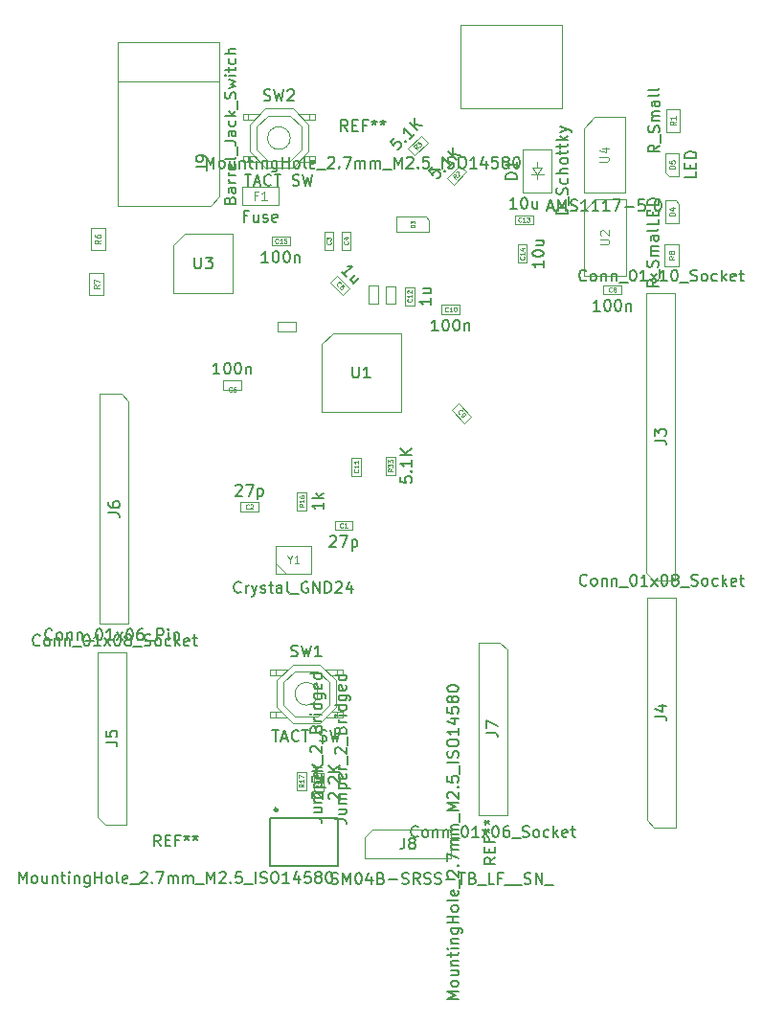
<source format=gbr>
%TF.GenerationSoftware,KiCad,Pcbnew,7.0.10*%
%TF.CreationDate,2024-01-30T02:50:09+05:30*%
%TF.ProjectId,rp2040-basic-m1,72703230-3430-42d6-9261-7369632d6d31,rev?*%
%TF.SameCoordinates,Original*%
%TF.FileFunction,AssemblyDrawing,Top*%
%FSLAX46Y46*%
G04 Gerber Fmt 4.6, Leading zero omitted, Abs format (unit mm)*
G04 Created by KiCad (PCBNEW 7.0.10) date 2024-01-30 02:50:09*
%MOMM*%
%LPD*%
G01*
G04 APERTURE LIST*
%ADD10C,0.150000*%
%ADD11C,0.060000*%
%ADD12C,0.120000*%
%ADD13C,0.080000*%
%ADD14C,0.050000*%
%ADD15C,0.105000*%
%ADD16C,0.100000*%
%ADD17C,0.127000*%
%ADD18C,0.300000*%
G04 APERTURE END LIST*
D10*
X85926190Y-29015319D02*
X86497618Y-29015319D01*
X86211904Y-30015319D02*
X86211904Y-29015319D01*
X86783333Y-29729604D02*
X87259523Y-29729604D01*
X86688095Y-30015319D02*
X87021428Y-29015319D01*
X87021428Y-29015319D02*
X87354761Y-30015319D01*
X88259523Y-29920080D02*
X88211904Y-29967700D01*
X88211904Y-29967700D02*
X88069047Y-30015319D01*
X88069047Y-30015319D02*
X87973809Y-30015319D01*
X87973809Y-30015319D02*
X87830952Y-29967700D01*
X87830952Y-29967700D02*
X87735714Y-29872461D01*
X87735714Y-29872461D02*
X87688095Y-29777223D01*
X87688095Y-29777223D02*
X87640476Y-29586747D01*
X87640476Y-29586747D02*
X87640476Y-29443890D01*
X87640476Y-29443890D02*
X87688095Y-29253414D01*
X87688095Y-29253414D02*
X87735714Y-29158176D01*
X87735714Y-29158176D02*
X87830952Y-29062938D01*
X87830952Y-29062938D02*
X87973809Y-29015319D01*
X87973809Y-29015319D02*
X88069047Y-29015319D01*
X88069047Y-29015319D02*
X88211904Y-29062938D01*
X88211904Y-29062938D02*
X88259523Y-29110557D01*
X88545238Y-29015319D02*
X89116666Y-29015319D01*
X88830952Y-30015319D02*
X88830952Y-29015319D01*
X90164286Y-29967700D02*
X90307143Y-30015319D01*
X90307143Y-30015319D02*
X90545238Y-30015319D01*
X90545238Y-30015319D02*
X90640476Y-29967700D01*
X90640476Y-29967700D02*
X90688095Y-29920080D01*
X90688095Y-29920080D02*
X90735714Y-29824842D01*
X90735714Y-29824842D02*
X90735714Y-29729604D01*
X90735714Y-29729604D02*
X90688095Y-29634366D01*
X90688095Y-29634366D02*
X90640476Y-29586747D01*
X90640476Y-29586747D02*
X90545238Y-29539128D01*
X90545238Y-29539128D02*
X90354762Y-29491509D01*
X90354762Y-29491509D02*
X90259524Y-29443890D01*
X90259524Y-29443890D02*
X90211905Y-29396271D01*
X90211905Y-29396271D02*
X90164286Y-29301033D01*
X90164286Y-29301033D02*
X90164286Y-29205795D01*
X90164286Y-29205795D02*
X90211905Y-29110557D01*
X90211905Y-29110557D02*
X90259524Y-29062938D01*
X90259524Y-29062938D02*
X90354762Y-29015319D01*
X90354762Y-29015319D02*
X90592857Y-29015319D01*
X90592857Y-29015319D02*
X90735714Y-29062938D01*
X91069048Y-29015319D02*
X91307143Y-30015319D01*
X91307143Y-30015319D02*
X91497619Y-29301033D01*
X91497619Y-29301033D02*
X91688095Y-30015319D01*
X91688095Y-30015319D02*
X91926191Y-29015319D01*
X87616667Y-22467700D02*
X87759524Y-22515319D01*
X87759524Y-22515319D02*
X87997619Y-22515319D01*
X87997619Y-22515319D02*
X88092857Y-22467700D01*
X88092857Y-22467700D02*
X88140476Y-22420080D01*
X88140476Y-22420080D02*
X88188095Y-22324842D01*
X88188095Y-22324842D02*
X88188095Y-22229604D01*
X88188095Y-22229604D02*
X88140476Y-22134366D01*
X88140476Y-22134366D02*
X88092857Y-22086747D01*
X88092857Y-22086747D02*
X87997619Y-22039128D01*
X87997619Y-22039128D02*
X87807143Y-21991509D01*
X87807143Y-21991509D02*
X87711905Y-21943890D01*
X87711905Y-21943890D02*
X87664286Y-21896271D01*
X87664286Y-21896271D02*
X87616667Y-21801033D01*
X87616667Y-21801033D02*
X87616667Y-21705795D01*
X87616667Y-21705795D02*
X87664286Y-21610557D01*
X87664286Y-21610557D02*
X87711905Y-21562938D01*
X87711905Y-21562938D02*
X87807143Y-21515319D01*
X87807143Y-21515319D02*
X88045238Y-21515319D01*
X88045238Y-21515319D02*
X88188095Y-21562938D01*
X88521429Y-21515319D02*
X88759524Y-22515319D01*
X88759524Y-22515319D02*
X88950000Y-21801033D01*
X88950000Y-21801033D02*
X89140476Y-22515319D01*
X89140476Y-22515319D02*
X89378572Y-21515319D01*
X89711905Y-21610557D02*
X89759524Y-21562938D01*
X89759524Y-21562938D02*
X89854762Y-21515319D01*
X89854762Y-21515319D02*
X90092857Y-21515319D01*
X90092857Y-21515319D02*
X90188095Y-21562938D01*
X90188095Y-21562938D02*
X90235714Y-21610557D01*
X90235714Y-21610557D02*
X90283333Y-21705795D01*
X90283333Y-21705795D02*
X90283333Y-21801033D01*
X90283333Y-21801033D02*
X90235714Y-21943890D01*
X90235714Y-21943890D02*
X89664286Y-22515319D01*
X89664286Y-22515319D02*
X90283333Y-22515319D01*
X83710952Y-46664819D02*
X83139524Y-46664819D01*
X83425238Y-46664819D02*
X83425238Y-45664819D01*
X83425238Y-45664819D02*
X83330000Y-45807676D01*
X83330000Y-45807676D02*
X83234762Y-45902914D01*
X83234762Y-45902914D02*
X83139524Y-45950533D01*
X84330000Y-45664819D02*
X84425238Y-45664819D01*
X84425238Y-45664819D02*
X84520476Y-45712438D01*
X84520476Y-45712438D02*
X84568095Y-45760057D01*
X84568095Y-45760057D02*
X84615714Y-45855295D01*
X84615714Y-45855295D02*
X84663333Y-46045771D01*
X84663333Y-46045771D02*
X84663333Y-46283866D01*
X84663333Y-46283866D02*
X84615714Y-46474342D01*
X84615714Y-46474342D02*
X84568095Y-46569580D01*
X84568095Y-46569580D02*
X84520476Y-46617200D01*
X84520476Y-46617200D02*
X84425238Y-46664819D01*
X84425238Y-46664819D02*
X84330000Y-46664819D01*
X84330000Y-46664819D02*
X84234762Y-46617200D01*
X84234762Y-46617200D02*
X84187143Y-46569580D01*
X84187143Y-46569580D02*
X84139524Y-46474342D01*
X84139524Y-46474342D02*
X84091905Y-46283866D01*
X84091905Y-46283866D02*
X84091905Y-46045771D01*
X84091905Y-46045771D02*
X84139524Y-45855295D01*
X84139524Y-45855295D02*
X84187143Y-45760057D01*
X84187143Y-45760057D02*
X84234762Y-45712438D01*
X84234762Y-45712438D02*
X84330000Y-45664819D01*
X85282381Y-45664819D02*
X85377619Y-45664819D01*
X85377619Y-45664819D02*
X85472857Y-45712438D01*
X85472857Y-45712438D02*
X85520476Y-45760057D01*
X85520476Y-45760057D02*
X85568095Y-45855295D01*
X85568095Y-45855295D02*
X85615714Y-46045771D01*
X85615714Y-46045771D02*
X85615714Y-46283866D01*
X85615714Y-46283866D02*
X85568095Y-46474342D01*
X85568095Y-46474342D02*
X85520476Y-46569580D01*
X85520476Y-46569580D02*
X85472857Y-46617200D01*
X85472857Y-46617200D02*
X85377619Y-46664819D01*
X85377619Y-46664819D02*
X85282381Y-46664819D01*
X85282381Y-46664819D02*
X85187143Y-46617200D01*
X85187143Y-46617200D02*
X85139524Y-46569580D01*
X85139524Y-46569580D02*
X85091905Y-46474342D01*
X85091905Y-46474342D02*
X85044286Y-46283866D01*
X85044286Y-46283866D02*
X85044286Y-46045771D01*
X85044286Y-46045771D02*
X85091905Y-45855295D01*
X85091905Y-45855295D02*
X85139524Y-45760057D01*
X85139524Y-45760057D02*
X85187143Y-45712438D01*
X85187143Y-45712438D02*
X85282381Y-45664819D01*
X86044286Y-45998152D02*
X86044286Y-46664819D01*
X86044286Y-46093390D02*
X86091905Y-46045771D01*
X86091905Y-46045771D02*
X86187143Y-45998152D01*
X86187143Y-45998152D02*
X86330000Y-45998152D01*
X86330000Y-45998152D02*
X86425238Y-46045771D01*
X86425238Y-46045771D02*
X86472857Y-46141009D01*
X86472857Y-46141009D02*
X86472857Y-46664819D01*
D11*
X84763333Y-48183832D02*
X84744285Y-48202880D01*
X84744285Y-48202880D02*
X84687143Y-48221927D01*
X84687143Y-48221927D02*
X84649047Y-48221927D01*
X84649047Y-48221927D02*
X84591904Y-48202880D01*
X84591904Y-48202880D02*
X84553809Y-48164784D01*
X84553809Y-48164784D02*
X84534762Y-48126689D01*
X84534762Y-48126689D02*
X84515714Y-48050499D01*
X84515714Y-48050499D02*
X84515714Y-47993356D01*
X84515714Y-47993356D02*
X84534762Y-47917165D01*
X84534762Y-47917165D02*
X84553809Y-47879070D01*
X84553809Y-47879070D02*
X84591904Y-47840975D01*
X84591904Y-47840975D02*
X84649047Y-47821927D01*
X84649047Y-47821927D02*
X84687143Y-47821927D01*
X84687143Y-47821927D02*
X84744285Y-47840975D01*
X84744285Y-47840975D02*
X84763333Y-47860022D01*
X85106190Y-47821927D02*
X85030000Y-47821927D01*
X85030000Y-47821927D02*
X84991904Y-47840975D01*
X84991904Y-47840975D02*
X84972857Y-47860022D01*
X84972857Y-47860022D02*
X84934762Y-47917165D01*
X84934762Y-47917165D02*
X84915714Y-47993356D01*
X84915714Y-47993356D02*
X84915714Y-48145737D01*
X84915714Y-48145737D02*
X84934762Y-48183832D01*
X84934762Y-48183832D02*
X84953809Y-48202880D01*
X84953809Y-48202880D02*
X84991904Y-48221927D01*
X84991904Y-48221927D02*
X85068095Y-48221927D01*
X85068095Y-48221927D02*
X85106190Y-48202880D01*
X85106190Y-48202880D02*
X85125238Y-48183832D01*
X85125238Y-48183832D02*
X85144285Y-48145737D01*
X85144285Y-48145737D02*
X85144285Y-48050499D01*
X85144285Y-48050499D02*
X85125238Y-48012403D01*
X85125238Y-48012403D02*
X85106190Y-47993356D01*
X85106190Y-47993356D02*
X85068095Y-47974308D01*
X85068095Y-47974308D02*
X84991904Y-47974308D01*
X84991904Y-47974308D02*
X84953809Y-47993356D01*
X84953809Y-47993356D02*
X84934762Y-48012403D01*
X84934762Y-48012403D02*
X84915714Y-48050499D01*
D12*
X117363855Y-35209523D02*
X118011474Y-35209523D01*
X118011474Y-35209523D02*
X118087664Y-35171428D01*
X118087664Y-35171428D02*
X118125760Y-35133333D01*
X118125760Y-35133333D02*
X118163855Y-35057142D01*
X118163855Y-35057142D02*
X118163855Y-34904761D01*
X118163855Y-34904761D02*
X118125760Y-34828571D01*
X118125760Y-34828571D02*
X118087664Y-34790476D01*
X118087664Y-34790476D02*
X118011474Y-34752380D01*
X118011474Y-34752380D02*
X117363855Y-34752380D01*
X117440045Y-34409524D02*
X117401950Y-34371428D01*
X117401950Y-34371428D02*
X117363855Y-34295238D01*
X117363855Y-34295238D02*
X117363855Y-34104762D01*
X117363855Y-34104762D02*
X117401950Y-34028571D01*
X117401950Y-34028571D02*
X117440045Y-33990476D01*
X117440045Y-33990476D02*
X117516236Y-33952381D01*
X117516236Y-33952381D02*
X117592426Y-33952381D01*
X117592426Y-33952381D02*
X117706712Y-33990476D01*
X117706712Y-33990476D02*
X118163855Y-34447619D01*
X118163855Y-34447619D02*
X118163855Y-33952381D01*
D10*
X101254760Y-87510080D02*
X101207141Y-87557700D01*
X101207141Y-87557700D02*
X101064284Y-87605319D01*
X101064284Y-87605319D02*
X100969046Y-87605319D01*
X100969046Y-87605319D02*
X100826189Y-87557700D01*
X100826189Y-87557700D02*
X100730951Y-87462461D01*
X100730951Y-87462461D02*
X100683332Y-87367223D01*
X100683332Y-87367223D02*
X100635713Y-87176747D01*
X100635713Y-87176747D02*
X100635713Y-87033890D01*
X100635713Y-87033890D02*
X100683332Y-86843414D01*
X100683332Y-86843414D02*
X100730951Y-86748176D01*
X100730951Y-86748176D02*
X100826189Y-86652938D01*
X100826189Y-86652938D02*
X100969046Y-86605319D01*
X100969046Y-86605319D02*
X101064284Y-86605319D01*
X101064284Y-86605319D02*
X101207141Y-86652938D01*
X101207141Y-86652938D02*
X101254760Y-86700557D01*
X101826189Y-87605319D02*
X101730951Y-87557700D01*
X101730951Y-87557700D02*
X101683332Y-87510080D01*
X101683332Y-87510080D02*
X101635713Y-87414842D01*
X101635713Y-87414842D02*
X101635713Y-87129128D01*
X101635713Y-87129128D02*
X101683332Y-87033890D01*
X101683332Y-87033890D02*
X101730951Y-86986271D01*
X101730951Y-86986271D02*
X101826189Y-86938652D01*
X101826189Y-86938652D02*
X101969046Y-86938652D01*
X101969046Y-86938652D02*
X102064284Y-86986271D01*
X102064284Y-86986271D02*
X102111903Y-87033890D01*
X102111903Y-87033890D02*
X102159522Y-87129128D01*
X102159522Y-87129128D02*
X102159522Y-87414842D01*
X102159522Y-87414842D02*
X102111903Y-87510080D01*
X102111903Y-87510080D02*
X102064284Y-87557700D01*
X102064284Y-87557700D02*
X101969046Y-87605319D01*
X101969046Y-87605319D02*
X101826189Y-87605319D01*
X102588094Y-86938652D02*
X102588094Y-87605319D01*
X102588094Y-87033890D02*
X102635713Y-86986271D01*
X102635713Y-86986271D02*
X102730951Y-86938652D01*
X102730951Y-86938652D02*
X102873808Y-86938652D01*
X102873808Y-86938652D02*
X102969046Y-86986271D01*
X102969046Y-86986271D02*
X103016665Y-87081509D01*
X103016665Y-87081509D02*
X103016665Y-87605319D01*
X103492856Y-86938652D02*
X103492856Y-87605319D01*
X103492856Y-87033890D02*
X103540475Y-86986271D01*
X103540475Y-86986271D02*
X103635713Y-86938652D01*
X103635713Y-86938652D02*
X103778570Y-86938652D01*
X103778570Y-86938652D02*
X103873808Y-86986271D01*
X103873808Y-86986271D02*
X103921427Y-87081509D01*
X103921427Y-87081509D02*
X103921427Y-87605319D01*
X104159523Y-87700557D02*
X104921427Y-87700557D01*
X105349999Y-86605319D02*
X105445237Y-86605319D01*
X105445237Y-86605319D02*
X105540475Y-86652938D01*
X105540475Y-86652938D02*
X105588094Y-86700557D01*
X105588094Y-86700557D02*
X105635713Y-86795795D01*
X105635713Y-86795795D02*
X105683332Y-86986271D01*
X105683332Y-86986271D02*
X105683332Y-87224366D01*
X105683332Y-87224366D02*
X105635713Y-87414842D01*
X105635713Y-87414842D02*
X105588094Y-87510080D01*
X105588094Y-87510080D02*
X105540475Y-87557700D01*
X105540475Y-87557700D02*
X105445237Y-87605319D01*
X105445237Y-87605319D02*
X105349999Y-87605319D01*
X105349999Y-87605319D02*
X105254761Y-87557700D01*
X105254761Y-87557700D02*
X105207142Y-87510080D01*
X105207142Y-87510080D02*
X105159523Y-87414842D01*
X105159523Y-87414842D02*
X105111904Y-87224366D01*
X105111904Y-87224366D02*
X105111904Y-86986271D01*
X105111904Y-86986271D02*
X105159523Y-86795795D01*
X105159523Y-86795795D02*
X105207142Y-86700557D01*
X105207142Y-86700557D02*
X105254761Y-86652938D01*
X105254761Y-86652938D02*
X105349999Y-86605319D01*
X106635713Y-87605319D02*
X106064285Y-87605319D01*
X106349999Y-87605319D02*
X106349999Y-86605319D01*
X106349999Y-86605319D02*
X106254761Y-86748176D01*
X106254761Y-86748176D02*
X106159523Y-86843414D01*
X106159523Y-86843414D02*
X106064285Y-86891033D01*
X106969047Y-87605319D02*
X107492856Y-86938652D01*
X106969047Y-86938652D02*
X107492856Y-87605319D01*
X108064285Y-86605319D02*
X108159523Y-86605319D01*
X108159523Y-86605319D02*
X108254761Y-86652938D01*
X108254761Y-86652938D02*
X108302380Y-86700557D01*
X108302380Y-86700557D02*
X108349999Y-86795795D01*
X108349999Y-86795795D02*
X108397618Y-86986271D01*
X108397618Y-86986271D02*
X108397618Y-87224366D01*
X108397618Y-87224366D02*
X108349999Y-87414842D01*
X108349999Y-87414842D02*
X108302380Y-87510080D01*
X108302380Y-87510080D02*
X108254761Y-87557700D01*
X108254761Y-87557700D02*
X108159523Y-87605319D01*
X108159523Y-87605319D02*
X108064285Y-87605319D01*
X108064285Y-87605319D02*
X107969047Y-87557700D01*
X107969047Y-87557700D02*
X107921428Y-87510080D01*
X107921428Y-87510080D02*
X107873809Y-87414842D01*
X107873809Y-87414842D02*
X107826190Y-87224366D01*
X107826190Y-87224366D02*
X107826190Y-86986271D01*
X107826190Y-86986271D02*
X107873809Y-86795795D01*
X107873809Y-86795795D02*
X107921428Y-86700557D01*
X107921428Y-86700557D02*
X107969047Y-86652938D01*
X107969047Y-86652938D02*
X108064285Y-86605319D01*
X109254761Y-86605319D02*
X109064285Y-86605319D01*
X109064285Y-86605319D02*
X108969047Y-86652938D01*
X108969047Y-86652938D02*
X108921428Y-86700557D01*
X108921428Y-86700557D02*
X108826190Y-86843414D01*
X108826190Y-86843414D02*
X108778571Y-87033890D01*
X108778571Y-87033890D02*
X108778571Y-87414842D01*
X108778571Y-87414842D02*
X108826190Y-87510080D01*
X108826190Y-87510080D02*
X108873809Y-87557700D01*
X108873809Y-87557700D02*
X108969047Y-87605319D01*
X108969047Y-87605319D02*
X109159523Y-87605319D01*
X109159523Y-87605319D02*
X109254761Y-87557700D01*
X109254761Y-87557700D02*
X109302380Y-87510080D01*
X109302380Y-87510080D02*
X109349999Y-87414842D01*
X109349999Y-87414842D02*
X109349999Y-87176747D01*
X109349999Y-87176747D02*
X109302380Y-87081509D01*
X109302380Y-87081509D02*
X109254761Y-87033890D01*
X109254761Y-87033890D02*
X109159523Y-86986271D01*
X109159523Y-86986271D02*
X108969047Y-86986271D01*
X108969047Y-86986271D02*
X108873809Y-87033890D01*
X108873809Y-87033890D02*
X108826190Y-87081509D01*
X108826190Y-87081509D02*
X108778571Y-87176747D01*
X109540476Y-87700557D02*
X110302380Y-87700557D01*
X110492857Y-87557700D02*
X110635714Y-87605319D01*
X110635714Y-87605319D02*
X110873809Y-87605319D01*
X110873809Y-87605319D02*
X110969047Y-87557700D01*
X110969047Y-87557700D02*
X111016666Y-87510080D01*
X111016666Y-87510080D02*
X111064285Y-87414842D01*
X111064285Y-87414842D02*
X111064285Y-87319604D01*
X111064285Y-87319604D02*
X111016666Y-87224366D01*
X111016666Y-87224366D02*
X110969047Y-87176747D01*
X110969047Y-87176747D02*
X110873809Y-87129128D01*
X110873809Y-87129128D02*
X110683333Y-87081509D01*
X110683333Y-87081509D02*
X110588095Y-87033890D01*
X110588095Y-87033890D02*
X110540476Y-86986271D01*
X110540476Y-86986271D02*
X110492857Y-86891033D01*
X110492857Y-86891033D02*
X110492857Y-86795795D01*
X110492857Y-86795795D02*
X110540476Y-86700557D01*
X110540476Y-86700557D02*
X110588095Y-86652938D01*
X110588095Y-86652938D02*
X110683333Y-86605319D01*
X110683333Y-86605319D02*
X110921428Y-86605319D01*
X110921428Y-86605319D02*
X111064285Y-86652938D01*
X111635714Y-87605319D02*
X111540476Y-87557700D01*
X111540476Y-87557700D02*
X111492857Y-87510080D01*
X111492857Y-87510080D02*
X111445238Y-87414842D01*
X111445238Y-87414842D02*
X111445238Y-87129128D01*
X111445238Y-87129128D02*
X111492857Y-87033890D01*
X111492857Y-87033890D02*
X111540476Y-86986271D01*
X111540476Y-86986271D02*
X111635714Y-86938652D01*
X111635714Y-86938652D02*
X111778571Y-86938652D01*
X111778571Y-86938652D02*
X111873809Y-86986271D01*
X111873809Y-86986271D02*
X111921428Y-87033890D01*
X111921428Y-87033890D02*
X111969047Y-87129128D01*
X111969047Y-87129128D02*
X111969047Y-87414842D01*
X111969047Y-87414842D02*
X111921428Y-87510080D01*
X111921428Y-87510080D02*
X111873809Y-87557700D01*
X111873809Y-87557700D02*
X111778571Y-87605319D01*
X111778571Y-87605319D02*
X111635714Y-87605319D01*
X112826190Y-87557700D02*
X112730952Y-87605319D01*
X112730952Y-87605319D02*
X112540476Y-87605319D01*
X112540476Y-87605319D02*
X112445238Y-87557700D01*
X112445238Y-87557700D02*
X112397619Y-87510080D01*
X112397619Y-87510080D02*
X112350000Y-87414842D01*
X112350000Y-87414842D02*
X112350000Y-87129128D01*
X112350000Y-87129128D02*
X112397619Y-87033890D01*
X112397619Y-87033890D02*
X112445238Y-86986271D01*
X112445238Y-86986271D02*
X112540476Y-86938652D01*
X112540476Y-86938652D02*
X112730952Y-86938652D01*
X112730952Y-86938652D02*
X112826190Y-86986271D01*
X113254762Y-87605319D02*
X113254762Y-86605319D01*
X113350000Y-87224366D02*
X113635714Y-87605319D01*
X113635714Y-86938652D02*
X113254762Y-87319604D01*
X114445238Y-87557700D02*
X114350000Y-87605319D01*
X114350000Y-87605319D02*
X114159524Y-87605319D01*
X114159524Y-87605319D02*
X114064286Y-87557700D01*
X114064286Y-87557700D02*
X114016667Y-87462461D01*
X114016667Y-87462461D02*
X114016667Y-87081509D01*
X114016667Y-87081509D02*
X114064286Y-86986271D01*
X114064286Y-86986271D02*
X114159524Y-86938652D01*
X114159524Y-86938652D02*
X114350000Y-86938652D01*
X114350000Y-86938652D02*
X114445238Y-86986271D01*
X114445238Y-86986271D02*
X114492857Y-87081509D01*
X114492857Y-87081509D02*
X114492857Y-87176747D01*
X114492857Y-87176747D02*
X114016667Y-87271985D01*
X114778572Y-86938652D02*
X115159524Y-86938652D01*
X114921429Y-86605319D02*
X114921429Y-87462461D01*
X114921429Y-87462461D02*
X114969048Y-87557700D01*
X114969048Y-87557700D02*
X115064286Y-87605319D01*
X115064286Y-87605319D02*
X115159524Y-87605319D01*
X107304819Y-78363833D02*
X108019104Y-78363833D01*
X108019104Y-78363833D02*
X108161961Y-78411452D01*
X108161961Y-78411452D02*
X108257200Y-78506690D01*
X108257200Y-78506690D02*
X108304819Y-78649547D01*
X108304819Y-78649547D02*
X108304819Y-78744785D01*
X107304819Y-77982880D02*
X107304819Y-77316214D01*
X107304819Y-77316214D02*
X108304819Y-77744785D01*
X82536667Y-28465319D02*
X82536667Y-27465319D01*
X82536667Y-27465319D02*
X82870000Y-28179604D01*
X82870000Y-28179604D02*
X83203333Y-27465319D01*
X83203333Y-27465319D02*
X83203333Y-28465319D01*
X83822381Y-28465319D02*
X83727143Y-28417700D01*
X83727143Y-28417700D02*
X83679524Y-28370080D01*
X83679524Y-28370080D02*
X83631905Y-28274842D01*
X83631905Y-28274842D02*
X83631905Y-27989128D01*
X83631905Y-27989128D02*
X83679524Y-27893890D01*
X83679524Y-27893890D02*
X83727143Y-27846271D01*
X83727143Y-27846271D02*
X83822381Y-27798652D01*
X83822381Y-27798652D02*
X83965238Y-27798652D01*
X83965238Y-27798652D02*
X84060476Y-27846271D01*
X84060476Y-27846271D02*
X84108095Y-27893890D01*
X84108095Y-27893890D02*
X84155714Y-27989128D01*
X84155714Y-27989128D02*
X84155714Y-28274842D01*
X84155714Y-28274842D02*
X84108095Y-28370080D01*
X84108095Y-28370080D02*
X84060476Y-28417700D01*
X84060476Y-28417700D02*
X83965238Y-28465319D01*
X83965238Y-28465319D02*
X83822381Y-28465319D01*
X85012857Y-27798652D02*
X85012857Y-28465319D01*
X84584286Y-27798652D02*
X84584286Y-28322461D01*
X84584286Y-28322461D02*
X84631905Y-28417700D01*
X84631905Y-28417700D02*
X84727143Y-28465319D01*
X84727143Y-28465319D02*
X84870000Y-28465319D01*
X84870000Y-28465319D02*
X84965238Y-28417700D01*
X84965238Y-28417700D02*
X85012857Y-28370080D01*
X85489048Y-27798652D02*
X85489048Y-28465319D01*
X85489048Y-27893890D02*
X85536667Y-27846271D01*
X85536667Y-27846271D02*
X85631905Y-27798652D01*
X85631905Y-27798652D02*
X85774762Y-27798652D01*
X85774762Y-27798652D02*
X85870000Y-27846271D01*
X85870000Y-27846271D02*
X85917619Y-27941509D01*
X85917619Y-27941509D02*
X85917619Y-28465319D01*
X86250953Y-27798652D02*
X86631905Y-27798652D01*
X86393810Y-27465319D02*
X86393810Y-28322461D01*
X86393810Y-28322461D02*
X86441429Y-28417700D01*
X86441429Y-28417700D02*
X86536667Y-28465319D01*
X86536667Y-28465319D02*
X86631905Y-28465319D01*
X86965239Y-28465319D02*
X86965239Y-27798652D01*
X86965239Y-27465319D02*
X86917620Y-27512938D01*
X86917620Y-27512938D02*
X86965239Y-27560557D01*
X86965239Y-27560557D02*
X87012858Y-27512938D01*
X87012858Y-27512938D02*
X86965239Y-27465319D01*
X86965239Y-27465319D02*
X86965239Y-27560557D01*
X87441429Y-27798652D02*
X87441429Y-28465319D01*
X87441429Y-27893890D02*
X87489048Y-27846271D01*
X87489048Y-27846271D02*
X87584286Y-27798652D01*
X87584286Y-27798652D02*
X87727143Y-27798652D01*
X87727143Y-27798652D02*
X87822381Y-27846271D01*
X87822381Y-27846271D02*
X87870000Y-27941509D01*
X87870000Y-27941509D02*
X87870000Y-28465319D01*
X88774762Y-27798652D02*
X88774762Y-28608176D01*
X88774762Y-28608176D02*
X88727143Y-28703414D01*
X88727143Y-28703414D02*
X88679524Y-28751033D01*
X88679524Y-28751033D02*
X88584286Y-28798652D01*
X88584286Y-28798652D02*
X88441429Y-28798652D01*
X88441429Y-28798652D02*
X88346191Y-28751033D01*
X88774762Y-28417700D02*
X88679524Y-28465319D01*
X88679524Y-28465319D02*
X88489048Y-28465319D01*
X88489048Y-28465319D02*
X88393810Y-28417700D01*
X88393810Y-28417700D02*
X88346191Y-28370080D01*
X88346191Y-28370080D02*
X88298572Y-28274842D01*
X88298572Y-28274842D02*
X88298572Y-27989128D01*
X88298572Y-27989128D02*
X88346191Y-27893890D01*
X88346191Y-27893890D02*
X88393810Y-27846271D01*
X88393810Y-27846271D02*
X88489048Y-27798652D01*
X88489048Y-27798652D02*
X88679524Y-27798652D01*
X88679524Y-27798652D02*
X88774762Y-27846271D01*
X89250953Y-28465319D02*
X89250953Y-27465319D01*
X89250953Y-27941509D02*
X89822381Y-27941509D01*
X89822381Y-28465319D02*
X89822381Y-27465319D01*
X90441429Y-28465319D02*
X90346191Y-28417700D01*
X90346191Y-28417700D02*
X90298572Y-28370080D01*
X90298572Y-28370080D02*
X90250953Y-28274842D01*
X90250953Y-28274842D02*
X90250953Y-27989128D01*
X90250953Y-27989128D02*
X90298572Y-27893890D01*
X90298572Y-27893890D02*
X90346191Y-27846271D01*
X90346191Y-27846271D02*
X90441429Y-27798652D01*
X90441429Y-27798652D02*
X90584286Y-27798652D01*
X90584286Y-27798652D02*
X90679524Y-27846271D01*
X90679524Y-27846271D02*
X90727143Y-27893890D01*
X90727143Y-27893890D02*
X90774762Y-27989128D01*
X90774762Y-27989128D02*
X90774762Y-28274842D01*
X90774762Y-28274842D02*
X90727143Y-28370080D01*
X90727143Y-28370080D02*
X90679524Y-28417700D01*
X90679524Y-28417700D02*
X90584286Y-28465319D01*
X90584286Y-28465319D02*
X90441429Y-28465319D01*
X91346191Y-28465319D02*
X91250953Y-28417700D01*
X91250953Y-28417700D02*
X91203334Y-28322461D01*
X91203334Y-28322461D02*
X91203334Y-27465319D01*
X92108096Y-28417700D02*
X92012858Y-28465319D01*
X92012858Y-28465319D02*
X91822382Y-28465319D01*
X91822382Y-28465319D02*
X91727144Y-28417700D01*
X91727144Y-28417700D02*
X91679525Y-28322461D01*
X91679525Y-28322461D02*
X91679525Y-27941509D01*
X91679525Y-27941509D02*
X91727144Y-27846271D01*
X91727144Y-27846271D02*
X91822382Y-27798652D01*
X91822382Y-27798652D02*
X92012858Y-27798652D01*
X92012858Y-27798652D02*
X92108096Y-27846271D01*
X92108096Y-27846271D02*
X92155715Y-27941509D01*
X92155715Y-27941509D02*
X92155715Y-28036747D01*
X92155715Y-28036747D02*
X91679525Y-28131985D01*
X92346192Y-28560557D02*
X93108096Y-28560557D01*
X93298573Y-27560557D02*
X93346192Y-27512938D01*
X93346192Y-27512938D02*
X93441430Y-27465319D01*
X93441430Y-27465319D02*
X93679525Y-27465319D01*
X93679525Y-27465319D02*
X93774763Y-27512938D01*
X93774763Y-27512938D02*
X93822382Y-27560557D01*
X93822382Y-27560557D02*
X93870001Y-27655795D01*
X93870001Y-27655795D02*
X93870001Y-27751033D01*
X93870001Y-27751033D02*
X93822382Y-27893890D01*
X93822382Y-27893890D02*
X93250954Y-28465319D01*
X93250954Y-28465319D02*
X93870001Y-28465319D01*
X94298573Y-28370080D02*
X94346192Y-28417700D01*
X94346192Y-28417700D02*
X94298573Y-28465319D01*
X94298573Y-28465319D02*
X94250954Y-28417700D01*
X94250954Y-28417700D02*
X94298573Y-28370080D01*
X94298573Y-28370080D02*
X94298573Y-28465319D01*
X94679525Y-27465319D02*
X95346191Y-27465319D01*
X95346191Y-27465319D02*
X94917620Y-28465319D01*
X95727144Y-28465319D02*
X95727144Y-27798652D01*
X95727144Y-27893890D02*
X95774763Y-27846271D01*
X95774763Y-27846271D02*
X95870001Y-27798652D01*
X95870001Y-27798652D02*
X96012858Y-27798652D01*
X96012858Y-27798652D02*
X96108096Y-27846271D01*
X96108096Y-27846271D02*
X96155715Y-27941509D01*
X96155715Y-27941509D02*
X96155715Y-28465319D01*
X96155715Y-27941509D02*
X96203334Y-27846271D01*
X96203334Y-27846271D02*
X96298572Y-27798652D01*
X96298572Y-27798652D02*
X96441429Y-27798652D01*
X96441429Y-27798652D02*
X96536668Y-27846271D01*
X96536668Y-27846271D02*
X96584287Y-27941509D01*
X96584287Y-27941509D02*
X96584287Y-28465319D01*
X97060477Y-28465319D02*
X97060477Y-27798652D01*
X97060477Y-27893890D02*
X97108096Y-27846271D01*
X97108096Y-27846271D02*
X97203334Y-27798652D01*
X97203334Y-27798652D02*
X97346191Y-27798652D01*
X97346191Y-27798652D02*
X97441429Y-27846271D01*
X97441429Y-27846271D02*
X97489048Y-27941509D01*
X97489048Y-27941509D02*
X97489048Y-28465319D01*
X97489048Y-27941509D02*
X97536667Y-27846271D01*
X97536667Y-27846271D02*
X97631905Y-27798652D01*
X97631905Y-27798652D02*
X97774762Y-27798652D01*
X97774762Y-27798652D02*
X97870001Y-27846271D01*
X97870001Y-27846271D02*
X97917620Y-27941509D01*
X97917620Y-27941509D02*
X97917620Y-28465319D01*
X98155715Y-28560557D02*
X98917619Y-28560557D01*
X99155715Y-28465319D02*
X99155715Y-27465319D01*
X99155715Y-27465319D02*
X99489048Y-28179604D01*
X99489048Y-28179604D02*
X99822381Y-27465319D01*
X99822381Y-27465319D02*
X99822381Y-28465319D01*
X100250953Y-27560557D02*
X100298572Y-27512938D01*
X100298572Y-27512938D02*
X100393810Y-27465319D01*
X100393810Y-27465319D02*
X100631905Y-27465319D01*
X100631905Y-27465319D02*
X100727143Y-27512938D01*
X100727143Y-27512938D02*
X100774762Y-27560557D01*
X100774762Y-27560557D02*
X100822381Y-27655795D01*
X100822381Y-27655795D02*
X100822381Y-27751033D01*
X100822381Y-27751033D02*
X100774762Y-27893890D01*
X100774762Y-27893890D02*
X100203334Y-28465319D01*
X100203334Y-28465319D02*
X100822381Y-28465319D01*
X101250953Y-28370080D02*
X101298572Y-28417700D01*
X101298572Y-28417700D02*
X101250953Y-28465319D01*
X101250953Y-28465319D02*
X101203334Y-28417700D01*
X101203334Y-28417700D02*
X101250953Y-28370080D01*
X101250953Y-28370080D02*
X101250953Y-28465319D01*
X102203333Y-27465319D02*
X101727143Y-27465319D01*
X101727143Y-27465319D02*
X101679524Y-27941509D01*
X101679524Y-27941509D02*
X101727143Y-27893890D01*
X101727143Y-27893890D02*
X101822381Y-27846271D01*
X101822381Y-27846271D02*
X102060476Y-27846271D01*
X102060476Y-27846271D02*
X102155714Y-27893890D01*
X102155714Y-27893890D02*
X102203333Y-27941509D01*
X102203333Y-27941509D02*
X102250952Y-28036747D01*
X102250952Y-28036747D02*
X102250952Y-28274842D01*
X102250952Y-28274842D02*
X102203333Y-28370080D01*
X102203333Y-28370080D02*
X102155714Y-28417700D01*
X102155714Y-28417700D02*
X102060476Y-28465319D01*
X102060476Y-28465319D02*
X101822381Y-28465319D01*
X101822381Y-28465319D02*
X101727143Y-28417700D01*
X101727143Y-28417700D02*
X101679524Y-28370080D01*
X102441429Y-28560557D02*
X103203333Y-28560557D01*
X103441429Y-28465319D02*
X103441429Y-27465319D01*
X103870000Y-28417700D02*
X104012857Y-28465319D01*
X104012857Y-28465319D02*
X104250952Y-28465319D01*
X104250952Y-28465319D02*
X104346190Y-28417700D01*
X104346190Y-28417700D02*
X104393809Y-28370080D01*
X104393809Y-28370080D02*
X104441428Y-28274842D01*
X104441428Y-28274842D02*
X104441428Y-28179604D01*
X104441428Y-28179604D02*
X104393809Y-28084366D01*
X104393809Y-28084366D02*
X104346190Y-28036747D01*
X104346190Y-28036747D02*
X104250952Y-27989128D01*
X104250952Y-27989128D02*
X104060476Y-27941509D01*
X104060476Y-27941509D02*
X103965238Y-27893890D01*
X103965238Y-27893890D02*
X103917619Y-27846271D01*
X103917619Y-27846271D02*
X103870000Y-27751033D01*
X103870000Y-27751033D02*
X103870000Y-27655795D01*
X103870000Y-27655795D02*
X103917619Y-27560557D01*
X103917619Y-27560557D02*
X103965238Y-27512938D01*
X103965238Y-27512938D02*
X104060476Y-27465319D01*
X104060476Y-27465319D02*
X104298571Y-27465319D01*
X104298571Y-27465319D02*
X104441428Y-27512938D01*
X105060476Y-27465319D02*
X105250952Y-27465319D01*
X105250952Y-27465319D02*
X105346190Y-27512938D01*
X105346190Y-27512938D02*
X105441428Y-27608176D01*
X105441428Y-27608176D02*
X105489047Y-27798652D01*
X105489047Y-27798652D02*
X105489047Y-28131985D01*
X105489047Y-28131985D02*
X105441428Y-28322461D01*
X105441428Y-28322461D02*
X105346190Y-28417700D01*
X105346190Y-28417700D02*
X105250952Y-28465319D01*
X105250952Y-28465319D02*
X105060476Y-28465319D01*
X105060476Y-28465319D02*
X104965238Y-28417700D01*
X104965238Y-28417700D02*
X104870000Y-28322461D01*
X104870000Y-28322461D02*
X104822381Y-28131985D01*
X104822381Y-28131985D02*
X104822381Y-27798652D01*
X104822381Y-27798652D02*
X104870000Y-27608176D01*
X104870000Y-27608176D02*
X104965238Y-27512938D01*
X104965238Y-27512938D02*
X105060476Y-27465319D01*
X106441428Y-28465319D02*
X105870000Y-28465319D01*
X106155714Y-28465319D02*
X106155714Y-27465319D01*
X106155714Y-27465319D02*
X106060476Y-27608176D01*
X106060476Y-27608176D02*
X105965238Y-27703414D01*
X105965238Y-27703414D02*
X105870000Y-27751033D01*
X107298571Y-27798652D02*
X107298571Y-28465319D01*
X107060476Y-27417700D02*
X106822381Y-28131985D01*
X106822381Y-28131985D02*
X107441428Y-28131985D01*
X108298571Y-27465319D02*
X107822381Y-27465319D01*
X107822381Y-27465319D02*
X107774762Y-27941509D01*
X107774762Y-27941509D02*
X107822381Y-27893890D01*
X107822381Y-27893890D02*
X107917619Y-27846271D01*
X107917619Y-27846271D02*
X108155714Y-27846271D01*
X108155714Y-27846271D02*
X108250952Y-27893890D01*
X108250952Y-27893890D02*
X108298571Y-27941509D01*
X108298571Y-27941509D02*
X108346190Y-28036747D01*
X108346190Y-28036747D02*
X108346190Y-28274842D01*
X108346190Y-28274842D02*
X108298571Y-28370080D01*
X108298571Y-28370080D02*
X108250952Y-28417700D01*
X108250952Y-28417700D02*
X108155714Y-28465319D01*
X108155714Y-28465319D02*
X107917619Y-28465319D01*
X107917619Y-28465319D02*
X107822381Y-28417700D01*
X107822381Y-28417700D02*
X107774762Y-28370080D01*
X108917619Y-27893890D02*
X108822381Y-27846271D01*
X108822381Y-27846271D02*
X108774762Y-27798652D01*
X108774762Y-27798652D02*
X108727143Y-27703414D01*
X108727143Y-27703414D02*
X108727143Y-27655795D01*
X108727143Y-27655795D02*
X108774762Y-27560557D01*
X108774762Y-27560557D02*
X108822381Y-27512938D01*
X108822381Y-27512938D02*
X108917619Y-27465319D01*
X108917619Y-27465319D02*
X109108095Y-27465319D01*
X109108095Y-27465319D02*
X109203333Y-27512938D01*
X109203333Y-27512938D02*
X109250952Y-27560557D01*
X109250952Y-27560557D02*
X109298571Y-27655795D01*
X109298571Y-27655795D02*
X109298571Y-27703414D01*
X109298571Y-27703414D02*
X109250952Y-27798652D01*
X109250952Y-27798652D02*
X109203333Y-27846271D01*
X109203333Y-27846271D02*
X109108095Y-27893890D01*
X109108095Y-27893890D02*
X108917619Y-27893890D01*
X108917619Y-27893890D02*
X108822381Y-27941509D01*
X108822381Y-27941509D02*
X108774762Y-27989128D01*
X108774762Y-27989128D02*
X108727143Y-28084366D01*
X108727143Y-28084366D02*
X108727143Y-28274842D01*
X108727143Y-28274842D02*
X108774762Y-28370080D01*
X108774762Y-28370080D02*
X108822381Y-28417700D01*
X108822381Y-28417700D02*
X108917619Y-28465319D01*
X108917619Y-28465319D02*
X109108095Y-28465319D01*
X109108095Y-28465319D02*
X109203333Y-28417700D01*
X109203333Y-28417700D02*
X109250952Y-28370080D01*
X109250952Y-28370080D02*
X109298571Y-28274842D01*
X109298571Y-28274842D02*
X109298571Y-28084366D01*
X109298571Y-28084366D02*
X109250952Y-27989128D01*
X109250952Y-27989128D02*
X109203333Y-27941509D01*
X109203333Y-27941509D02*
X109108095Y-27893890D01*
X109917619Y-27465319D02*
X110012857Y-27465319D01*
X110012857Y-27465319D02*
X110108095Y-27512938D01*
X110108095Y-27512938D02*
X110155714Y-27560557D01*
X110155714Y-27560557D02*
X110203333Y-27655795D01*
X110203333Y-27655795D02*
X110250952Y-27846271D01*
X110250952Y-27846271D02*
X110250952Y-28084366D01*
X110250952Y-28084366D02*
X110203333Y-28274842D01*
X110203333Y-28274842D02*
X110155714Y-28370080D01*
X110155714Y-28370080D02*
X110108095Y-28417700D01*
X110108095Y-28417700D02*
X110012857Y-28465319D01*
X110012857Y-28465319D02*
X109917619Y-28465319D01*
X109917619Y-28465319D02*
X109822381Y-28417700D01*
X109822381Y-28417700D02*
X109774762Y-28370080D01*
X109774762Y-28370080D02*
X109727143Y-28274842D01*
X109727143Y-28274842D02*
X109679524Y-28084366D01*
X109679524Y-28084366D02*
X109679524Y-27846271D01*
X109679524Y-27846271D02*
X109727143Y-27655795D01*
X109727143Y-27655795D02*
X109774762Y-27560557D01*
X109774762Y-27560557D02*
X109822381Y-27512938D01*
X109822381Y-27512938D02*
X109917619Y-27465319D01*
X95036666Y-25215319D02*
X94703333Y-24739128D01*
X94465238Y-25215319D02*
X94465238Y-24215319D01*
X94465238Y-24215319D02*
X94846190Y-24215319D01*
X94846190Y-24215319D02*
X94941428Y-24262938D01*
X94941428Y-24262938D02*
X94989047Y-24310557D01*
X94989047Y-24310557D02*
X95036666Y-24405795D01*
X95036666Y-24405795D02*
X95036666Y-24548652D01*
X95036666Y-24548652D02*
X94989047Y-24643890D01*
X94989047Y-24643890D02*
X94941428Y-24691509D01*
X94941428Y-24691509D02*
X94846190Y-24739128D01*
X94846190Y-24739128D02*
X94465238Y-24739128D01*
X95465238Y-24691509D02*
X95798571Y-24691509D01*
X95941428Y-25215319D02*
X95465238Y-25215319D01*
X95465238Y-25215319D02*
X95465238Y-24215319D01*
X95465238Y-24215319D02*
X95941428Y-24215319D01*
X96703333Y-24691509D02*
X96370000Y-24691509D01*
X96370000Y-25215319D02*
X96370000Y-24215319D01*
X96370000Y-24215319D02*
X96846190Y-24215319D01*
X97370000Y-24215319D02*
X97370000Y-24453414D01*
X97131905Y-24358176D02*
X97370000Y-24453414D01*
X97370000Y-24453414D02*
X97608095Y-24358176D01*
X97227143Y-24643890D02*
X97370000Y-24453414D01*
X97370000Y-24453414D02*
X97512857Y-24643890D01*
X98131905Y-24215319D02*
X98131905Y-24453414D01*
X97893810Y-24358176D02*
X98131905Y-24453414D01*
X98131905Y-24453414D02*
X98370000Y-24358176D01*
X97989048Y-24643890D02*
X98131905Y-24453414D01*
X98131905Y-24453414D02*
X98274762Y-24643890D01*
X68890475Y-70089580D02*
X68842856Y-70137200D01*
X68842856Y-70137200D02*
X68699999Y-70184819D01*
X68699999Y-70184819D02*
X68604761Y-70184819D01*
X68604761Y-70184819D02*
X68461904Y-70137200D01*
X68461904Y-70137200D02*
X68366666Y-70041961D01*
X68366666Y-70041961D02*
X68319047Y-69946723D01*
X68319047Y-69946723D02*
X68271428Y-69756247D01*
X68271428Y-69756247D02*
X68271428Y-69613390D01*
X68271428Y-69613390D02*
X68319047Y-69422914D01*
X68319047Y-69422914D02*
X68366666Y-69327676D01*
X68366666Y-69327676D02*
X68461904Y-69232438D01*
X68461904Y-69232438D02*
X68604761Y-69184819D01*
X68604761Y-69184819D02*
X68699999Y-69184819D01*
X68699999Y-69184819D02*
X68842856Y-69232438D01*
X68842856Y-69232438D02*
X68890475Y-69280057D01*
X69461904Y-70184819D02*
X69366666Y-70137200D01*
X69366666Y-70137200D02*
X69319047Y-70089580D01*
X69319047Y-70089580D02*
X69271428Y-69994342D01*
X69271428Y-69994342D02*
X69271428Y-69708628D01*
X69271428Y-69708628D02*
X69319047Y-69613390D01*
X69319047Y-69613390D02*
X69366666Y-69565771D01*
X69366666Y-69565771D02*
X69461904Y-69518152D01*
X69461904Y-69518152D02*
X69604761Y-69518152D01*
X69604761Y-69518152D02*
X69699999Y-69565771D01*
X69699999Y-69565771D02*
X69747618Y-69613390D01*
X69747618Y-69613390D02*
X69795237Y-69708628D01*
X69795237Y-69708628D02*
X69795237Y-69994342D01*
X69795237Y-69994342D02*
X69747618Y-70089580D01*
X69747618Y-70089580D02*
X69699999Y-70137200D01*
X69699999Y-70137200D02*
X69604761Y-70184819D01*
X69604761Y-70184819D02*
X69461904Y-70184819D01*
X70223809Y-69518152D02*
X70223809Y-70184819D01*
X70223809Y-69613390D02*
X70271428Y-69565771D01*
X70271428Y-69565771D02*
X70366666Y-69518152D01*
X70366666Y-69518152D02*
X70509523Y-69518152D01*
X70509523Y-69518152D02*
X70604761Y-69565771D01*
X70604761Y-69565771D02*
X70652380Y-69661009D01*
X70652380Y-69661009D02*
X70652380Y-70184819D01*
X71128571Y-69518152D02*
X71128571Y-70184819D01*
X71128571Y-69613390D02*
X71176190Y-69565771D01*
X71176190Y-69565771D02*
X71271428Y-69518152D01*
X71271428Y-69518152D02*
X71414285Y-69518152D01*
X71414285Y-69518152D02*
X71509523Y-69565771D01*
X71509523Y-69565771D02*
X71557142Y-69661009D01*
X71557142Y-69661009D02*
X71557142Y-70184819D01*
X71795238Y-70280057D02*
X72557142Y-70280057D01*
X72985714Y-69184819D02*
X73080952Y-69184819D01*
X73080952Y-69184819D02*
X73176190Y-69232438D01*
X73176190Y-69232438D02*
X73223809Y-69280057D01*
X73223809Y-69280057D02*
X73271428Y-69375295D01*
X73271428Y-69375295D02*
X73319047Y-69565771D01*
X73319047Y-69565771D02*
X73319047Y-69803866D01*
X73319047Y-69803866D02*
X73271428Y-69994342D01*
X73271428Y-69994342D02*
X73223809Y-70089580D01*
X73223809Y-70089580D02*
X73176190Y-70137200D01*
X73176190Y-70137200D02*
X73080952Y-70184819D01*
X73080952Y-70184819D02*
X72985714Y-70184819D01*
X72985714Y-70184819D02*
X72890476Y-70137200D01*
X72890476Y-70137200D02*
X72842857Y-70089580D01*
X72842857Y-70089580D02*
X72795238Y-69994342D01*
X72795238Y-69994342D02*
X72747619Y-69803866D01*
X72747619Y-69803866D02*
X72747619Y-69565771D01*
X72747619Y-69565771D02*
X72795238Y-69375295D01*
X72795238Y-69375295D02*
X72842857Y-69280057D01*
X72842857Y-69280057D02*
X72890476Y-69232438D01*
X72890476Y-69232438D02*
X72985714Y-69184819D01*
X74271428Y-70184819D02*
X73700000Y-70184819D01*
X73985714Y-70184819D02*
X73985714Y-69184819D01*
X73985714Y-69184819D02*
X73890476Y-69327676D01*
X73890476Y-69327676D02*
X73795238Y-69422914D01*
X73795238Y-69422914D02*
X73700000Y-69470533D01*
X74604762Y-70184819D02*
X75128571Y-69518152D01*
X74604762Y-69518152D02*
X75128571Y-70184819D01*
X75700000Y-69184819D02*
X75795238Y-69184819D01*
X75795238Y-69184819D02*
X75890476Y-69232438D01*
X75890476Y-69232438D02*
X75938095Y-69280057D01*
X75938095Y-69280057D02*
X75985714Y-69375295D01*
X75985714Y-69375295D02*
X76033333Y-69565771D01*
X76033333Y-69565771D02*
X76033333Y-69803866D01*
X76033333Y-69803866D02*
X75985714Y-69994342D01*
X75985714Y-69994342D02*
X75938095Y-70089580D01*
X75938095Y-70089580D02*
X75890476Y-70137200D01*
X75890476Y-70137200D02*
X75795238Y-70184819D01*
X75795238Y-70184819D02*
X75700000Y-70184819D01*
X75700000Y-70184819D02*
X75604762Y-70137200D01*
X75604762Y-70137200D02*
X75557143Y-70089580D01*
X75557143Y-70089580D02*
X75509524Y-69994342D01*
X75509524Y-69994342D02*
X75461905Y-69803866D01*
X75461905Y-69803866D02*
X75461905Y-69565771D01*
X75461905Y-69565771D02*
X75509524Y-69375295D01*
X75509524Y-69375295D02*
X75557143Y-69280057D01*
X75557143Y-69280057D02*
X75604762Y-69232438D01*
X75604762Y-69232438D02*
X75700000Y-69184819D01*
X76890476Y-69184819D02*
X76700000Y-69184819D01*
X76700000Y-69184819D02*
X76604762Y-69232438D01*
X76604762Y-69232438D02*
X76557143Y-69280057D01*
X76557143Y-69280057D02*
X76461905Y-69422914D01*
X76461905Y-69422914D02*
X76414286Y-69613390D01*
X76414286Y-69613390D02*
X76414286Y-69994342D01*
X76414286Y-69994342D02*
X76461905Y-70089580D01*
X76461905Y-70089580D02*
X76509524Y-70137200D01*
X76509524Y-70137200D02*
X76604762Y-70184819D01*
X76604762Y-70184819D02*
X76795238Y-70184819D01*
X76795238Y-70184819D02*
X76890476Y-70137200D01*
X76890476Y-70137200D02*
X76938095Y-70089580D01*
X76938095Y-70089580D02*
X76985714Y-69994342D01*
X76985714Y-69994342D02*
X76985714Y-69756247D01*
X76985714Y-69756247D02*
X76938095Y-69661009D01*
X76938095Y-69661009D02*
X76890476Y-69613390D01*
X76890476Y-69613390D02*
X76795238Y-69565771D01*
X76795238Y-69565771D02*
X76604762Y-69565771D01*
X76604762Y-69565771D02*
X76509524Y-69613390D01*
X76509524Y-69613390D02*
X76461905Y-69661009D01*
X76461905Y-69661009D02*
X76414286Y-69756247D01*
X77176191Y-70280057D02*
X77938095Y-70280057D01*
X78176191Y-70184819D02*
X78176191Y-69184819D01*
X78176191Y-69184819D02*
X78557143Y-69184819D01*
X78557143Y-69184819D02*
X78652381Y-69232438D01*
X78652381Y-69232438D02*
X78700000Y-69280057D01*
X78700000Y-69280057D02*
X78747619Y-69375295D01*
X78747619Y-69375295D02*
X78747619Y-69518152D01*
X78747619Y-69518152D02*
X78700000Y-69613390D01*
X78700000Y-69613390D02*
X78652381Y-69661009D01*
X78652381Y-69661009D02*
X78557143Y-69708628D01*
X78557143Y-69708628D02*
X78176191Y-69708628D01*
X79176191Y-70184819D02*
X79176191Y-69518152D01*
X79176191Y-69184819D02*
X79128572Y-69232438D01*
X79128572Y-69232438D02*
X79176191Y-69280057D01*
X79176191Y-69280057D02*
X79223810Y-69232438D01*
X79223810Y-69232438D02*
X79176191Y-69184819D01*
X79176191Y-69184819D02*
X79176191Y-69280057D01*
X79652381Y-69518152D02*
X79652381Y-70184819D01*
X79652381Y-69613390D02*
X79700000Y-69565771D01*
X79700000Y-69565771D02*
X79795238Y-69518152D01*
X79795238Y-69518152D02*
X79938095Y-69518152D01*
X79938095Y-69518152D02*
X80033333Y-69565771D01*
X80033333Y-69565771D02*
X80080952Y-69661009D01*
X80080952Y-69661009D02*
X80080952Y-70184819D01*
X73654819Y-79183333D02*
X74369104Y-79183333D01*
X74369104Y-79183333D02*
X74511961Y-79230952D01*
X74511961Y-79230952D02*
X74607200Y-79326190D01*
X74607200Y-79326190D02*
X74654819Y-79469047D01*
X74654819Y-79469047D02*
X74654819Y-79564285D01*
X73654819Y-78230952D02*
X73654819Y-78707142D01*
X73654819Y-78707142D02*
X74131009Y-78754761D01*
X74131009Y-78754761D02*
X74083390Y-78707142D01*
X74083390Y-78707142D02*
X74035771Y-78611904D01*
X74035771Y-78611904D02*
X74035771Y-78373809D01*
X74035771Y-78373809D02*
X74083390Y-78278571D01*
X74083390Y-78278571D02*
X74131009Y-78230952D01*
X74131009Y-78230952D02*
X74226247Y-78183333D01*
X74226247Y-78183333D02*
X74464342Y-78183333D01*
X74464342Y-78183333D02*
X74559580Y-78230952D01*
X74559580Y-78230952D02*
X74607200Y-78278571D01*
X74607200Y-78278571D02*
X74654819Y-78373809D01*
X74654819Y-78373809D02*
X74654819Y-78611904D01*
X74654819Y-78611904D02*
X74607200Y-78707142D01*
X74607200Y-78707142D02*
X74559580Y-78754761D01*
X67804760Y-70600080D02*
X67757141Y-70647700D01*
X67757141Y-70647700D02*
X67614284Y-70695319D01*
X67614284Y-70695319D02*
X67519046Y-70695319D01*
X67519046Y-70695319D02*
X67376189Y-70647700D01*
X67376189Y-70647700D02*
X67280951Y-70552461D01*
X67280951Y-70552461D02*
X67233332Y-70457223D01*
X67233332Y-70457223D02*
X67185713Y-70266747D01*
X67185713Y-70266747D02*
X67185713Y-70123890D01*
X67185713Y-70123890D02*
X67233332Y-69933414D01*
X67233332Y-69933414D02*
X67280951Y-69838176D01*
X67280951Y-69838176D02*
X67376189Y-69742938D01*
X67376189Y-69742938D02*
X67519046Y-69695319D01*
X67519046Y-69695319D02*
X67614284Y-69695319D01*
X67614284Y-69695319D02*
X67757141Y-69742938D01*
X67757141Y-69742938D02*
X67804760Y-69790557D01*
X68376189Y-70695319D02*
X68280951Y-70647700D01*
X68280951Y-70647700D02*
X68233332Y-70600080D01*
X68233332Y-70600080D02*
X68185713Y-70504842D01*
X68185713Y-70504842D02*
X68185713Y-70219128D01*
X68185713Y-70219128D02*
X68233332Y-70123890D01*
X68233332Y-70123890D02*
X68280951Y-70076271D01*
X68280951Y-70076271D02*
X68376189Y-70028652D01*
X68376189Y-70028652D02*
X68519046Y-70028652D01*
X68519046Y-70028652D02*
X68614284Y-70076271D01*
X68614284Y-70076271D02*
X68661903Y-70123890D01*
X68661903Y-70123890D02*
X68709522Y-70219128D01*
X68709522Y-70219128D02*
X68709522Y-70504842D01*
X68709522Y-70504842D02*
X68661903Y-70600080D01*
X68661903Y-70600080D02*
X68614284Y-70647700D01*
X68614284Y-70647700D02*
X68519046Y-70695319D01*
X68519046Y-70695319D02*
X68376189Y-70695319D01*
X69138094Y-70028652D02*
X69138094Y-70695319D01*
X69138094Y-70123890D02*
X69185713Y-70076271D01*
X69185713Y-70076271D02*
X69280951Y-70028652D01*
X69280951Y-70028652D02*
X69423808Y-70028652D01*
X69423808Y-70028652D02*
X69519046Y-70076271D01*
X69519046Y-70076271D02*
X69566665Y-70171509D01*
X69566665Y-70171509D02*
X69566665Y-70695319D01*
X70042856Y-70028652D02*
X70042856Y-70695319D01*
X70042856Y-70123890D02*
X70090475Y-70076271D01*
X70090475Y-70076271D02*
X70185713Y-70028652D01*
X70185713Y-70028652D02*
X70328570Y-70028652D01*
X70328570Y-70028652D02*
X70423808Y-70076271D01*
X70423808Y-70076271D02*
X70471427Y-70171509D01*
X70471427Y-70171509D02*
X70471427Y-70695319D01*
X70709523Y-70790557D02*
X71471427Y-70790557D01*
X71899999Y-69695319D02*
X71995237Y-69695319D01*
X71995237Y-69695319D02*
X72090475Y-69742938D01*
X72090475Y-69742938D02*
X72138094Y-69790557D01*
X72138094Y-69790557D02*
X72185713Y-69885795D01*
X72185713Y-69885795D02*
X72233332Y-70076271D01*
X72233332Y-70076271D02*
X72233332Y-70314366D01*
X72233332Y-70314366D02*
X72185713Y-70504842D01*
X72185713Y-70504842D02*
X72138094Y-70600080D01*
X72138094Y-70600080D02*
X72090475Y-70647700D01*
X72090475Y-70647700D02*
X71995237Y-70695319D01*
X71995237Y-70695319D02*
X71899999Y-70695319D01*
X71899999Y-70695319D02*
X71804761Y-70647700D01*
X71804761Y-70647700D02*
X71757142Y-70600080D01*
X71757142Y-70600080D02*
X71709523Y-70504842D01*
X71709523Y-70504842D02*
X71661904Y-70314366D01*
X71661904Y-70314366D02*
X71661904Y-70076271D01*
X71661904Y-70076271D02*
X71709523Y-69885795D01*
X71709523Y-69885795D02*
X71757142Y-69790557D01*
X71757142Y-69790557D02*
X71804761Y-69742938D01*
X71804761Y-69742938D02*
X71899999Y-69695319D01*
X73185713Y-70695319D02*
X72614285Y-70695319D01*
X72899999Y-70695319D02*
X72899999Y-69695319D01*
X72899999Y-69695319D02*
X72804761Y-69838176D01*
X72804761Y-69838176D02*
X72709523Y-69933414D01*
X72709523Y-69933414D02*
X72614285Y-69981033D01*
X73519047Y-70695319D02*
X74042856Y-70028652D01*
X73519047Y-70028652D02*
X74042856Y-70695319D01*
X74614285Y-69695319D02*
X74709523Y-69695319D01*
X74709523Y-69695319D02*
X74804761Y-69742938D01*
X74804761Y-69742938D02*
X74852380Y-69790557D01*
X74852380Y-69790557D02*
X74899999Y-69885795D01*
X74899999Y-69885795D02*
X74947618Y-70076271D01*
X74947618Y-70076271D02*
X74947618Y-70314366D01*
X74947618Y-70314366D02*
X74899999Y-70504842D01*
X74899999Y-70504842D02*
X74852380Y-70600080D01*
X74852380Y-70600080D02*
X74804761Y-70647700D01*
X74804761Y-70647700D02*
X74709523Y-70695319D01*
X74709523Y-70695319D02*
X74614285Y-70695319D01*
X74614285Y-70695319D02*
X74519047Y-70647700D01*
X74519047Y-70647700D02*
X74471428Y-70600080D01*
X74471428Y-70600080D02*
X74423809Y-70504842D01*
X74423809Y-70504842D02*
X74376190Y-70314366D01*
X74376190Y-70314366D02*
X74376190Y-70076271D01*
X74376190Y-70076271D02*
X74423809Y-69885795D01*
X74423809Y-69885795D02*
X74471428Y-69790557D01*
X74471428Y-69790557D02*
X74519047Y-69742938D01*
X74519047Y-69742938D02*
X74614285Y-69695319D01*
X75519047Y-70123890D02*
X75423809Y-70076271D01*
X75423809Y-70076271D02*
X75376190Y-70028652D01*
X75376190Y-70028652D02*
X75328571Y-69933414D01*
X75328571Y-69933414D02*
X75328571Y-69885795D01*
X75328571Y-69885795D02*
X75376190Y-69790557D01*
X75376190Y-69790557D02*
X75423809Y-69742938D01*
X75423809Y-69742938D02*
X75519047Y-69695319D01*
X75519047Y-69695319D02*
X75709523Y-69695319D01*
X75709523Y-69695319D02*
X75804761Y-69742938D01*
X75804761Y-69742938D02*
X75852380Y-69790557D01*
X75852380Y-69790557D02*
X75899999Y-69885795D01*
X75899999Y-69885795D02*
X75899999Y-69933414D01*
X75899999Y-69933414D02*
X75852380Y-70028652D01*
X75852380Y-70028652D02*
X75804761Y-70076271D01*
X75804761Y-70076271D02*
X75709523Y-70123890D01*
X75709523Y-70123890D02*
X75519047Y-70123890D01*
X75519047Y-70123890D02*
X75423809Y-70171509D01*
X75423809Y-70171509D02*
X75376190Y-70219128D01*
X75376190Y-70219128D02*
X75328571Y-70314366D01*
X75328571Y-70314366D02*
X75328571Y-70504842D01*
X75328571Y-70504842D02*
X75376190Y-70600080D01*
X75376190Y-70600080D02*
X75423809Y-70647700D01*
X75423809Y-70647700D02*
X75519047Y-70695319D01*
X75519047Y-70695319D02*
X75709523Y-70695319D01*
X75709523Y-70695319D02*
X75804761Y-70647700D01*
X75804761Y-70647700D02*
X75852380Y-70600080D01*
X75852380Y-70600080D02*
X75899999Y-70504842D01*
X75899999Y-70504842D02*
X75899999Y-70314366D01*
X75899999Y-70314366D02*
X75852380Y-70219128D01*
X75852380Y-70219128D02*
X75804761Y-70171509D01*
X75804761Y-70171509D02*
X75709523Y-70123890D01*
X76090476Y-70790557D02*
X76852380Y-70790557D01*
X77042857Y-70647700D02*
X77185714Y-70695319D01*
X77185714Y-70695319D02*
X77423809Y-70695319D01*
X77423809Y-70695319D02*
X77519047Y-70647700D01*
X77519047Y-70647700D02*
X77566666Y-70600080D01*
X77566666Y-70600080D02*
X77614285Y-70504842D01*
X77614285Y-70504842D02*
X77614285Y-70409604D01*
X77614285Y-70409604D02*
X77566666Y-70314366D01*
X77566666Y-70314366D02*
X77519047Y-70266747D01*
X77519047Y-70266747D02*
X77423809Y-70219128D01*
X77423809Y-70219128D02*
X77233333Y-70171509D01*
X77233333Y-70171509D02*
X77138095Y-70123890D01*
X77138095Y-70123890D02*
X77090476Y-70076271D01*
X77090476Y-70076271D02*
X77042857Y-69981033D01*
X77042857Y-69981033D02*
X77042857Y-69885795D01*
X77042857Y-69885795D02*
X77090476Y-69790557D01*
X77090476Y-69790557D02*
X77138095Y-69742938D01*
X77138095Y-69742938D02*
X77233333Y-69695319D01*
X77233333Y-69695319D02*
X77471428Y-69695319D01*
X77471428Y-69695319D02*
X77614285Y-69742938D01*
X78185714Y-70695319D02*
X78090476Y-70647700D01*
X78090476Y-70647700D02*
X78042857Y-70600080D01*
X78042857Y-70600080D02*
X77995238Y-70504842D01*
X77995238Y-70504842D02*
X77995238Y-70219128D01*
X77995238Y-70219128D02*
X78042857Y-70123890D01*
X78042857Y-70123890D02*
X78090476Y-70076271D01*
X78090476Y-70076271D02*
X78185714Y-70028652D01*
X78185714Y-70028652D02*
X78328571Y-70028652D01*
X78328571Y-70028652D02*
X78423809Y-70076271D01*
X78423809Y-70076271D02*
X78471428Y-70123890D01*
X78471428Y-70123890D02*
X78519047Y-70219128D01*
X78519047Y-70219128D02*
X78519047Y-70504842D01*
X78519047Y-70504842D02*
X78471428Y-70600080D01*
X78471428Y-70600080D02*
X78423809Y-70647700D01*
X78423809Y-70647700D02*
X78328571Y-70695319D01*
X78328571Y-70695319D02*
X78185714Y-70695319D01*
X79376190Y-70647700D02*
X79280952Y-70695319D01*
X79280952Y-70695319D02*
X79090476Y-70695319D01*
X79090476Y-70695319D02*
X78995238Y-70647700D01*
X78995238Y-70647700D02*
X78947619Y-70600080D01*
X78947619Y-70600080D02*
X78900000Y-70504842D01*
X78900000Y-70504842D02*
X78900000Y-70219128D01*
X78900000Y-70219128D02*
X78947619Y-70123890D01*
X78947619Y-70123890D02*
X78995238Y-70076271D01*
X78995238Y-70076271D02*
X79090476Y-70028652D01*
X79090476Y-70028652D02*
X79280952Y-70028652D01*
X79280952Y-70028652D02*
X79376190Y-70076271D01*
X79804762Y-70695319D02*
X79804762Y-69695319D01*
X79900000Y-70314366D02*
X80185714Y-70695319D01*
X80185714Y-70028652D02*
X79804762Y-70409604D01*
X80995238Y-70647700D02*
X80900000Y-70695319D01*
X80900000Y-70695319D02*
X80709524Y-70695319D01*
X80709524Y-70695319D02*
X80614286Y-70647700D01*
X80614286Y-70647700D02*
X80566667Y-70552461D01*
X80566667Y-70552461D02*
X80566667Y-70171509D01*
X80566667Y-70171509D02*
X80614286Y-70076271D01*
X80614286Y-70076271D02*
X80709524Y-70028652D01*
X80709524Y-70028652D02*
X80900000Y-70028652D01*
X80900000Y-70028652D02*
X80995238Y-70076271D01*
X80995238Y-70076271D02*
X81042857Y-70171509D01*
X81042857Y-70171509D02*
X81042857Y-70266747D01*
X81042857Y-70266747D02*
X80566667Y-70361985D01*
X81328572Y-70028652D02*
X81709524Y-70028652D01*
X81471429Y-69695319D02*
X81471429Y-70552461D01*
X81471429Y-70552461D02*
X81519048Y-70647700D01*
X81519048Y-70647700D02*
X81614286Y-70695319D01*
X81614286Y-70695319D02*
X81709524Y-70695319D01*
X73854819Y-58913833D02*
X74569104Y-58913833D01*
X74569104Y-58913833D02*
X74711961Y-58961452D01*
X74711961Y-58961452D02*
X74807200Y-59056690D01*
X74807200Y-59056690D02*
X74854819Y-59199547D01*
X74854819Y-59199547D02*
X74854819Y-59294785D01*
X73854819Y-58009071D02*
X73854819Y-58199547D01*
X73854819Y-58199547D02*
X73902438Y-58294785D01*
X73902438Y-58294785D02*
X73950057Y-58342404D01*
X73950057Y-58342404D02*
X74092914Y-58437642D01*
X74092914Y-58437642D02*
X74283390Y-58485261D01*
X74283390Y-58485261D02*
X74664342Y-58485261D01*
X74664342Y-58485261D02*
X74759580Y-58437642D01*
X74759580Y-58437642D02*
X74807200Y-58390023D01*
X74807200Y-58390023D02*
X74854819Y-58294785D01*
X74854819Y-58294785D02*
X74854819Y-58104309D01*
X74854819Y-58104309D02*
X74807200Y-58009071D01*
X74807200Y-58009071D02*
X74759580Y-57961452D01*
X74759580Y-57961452D02*
X74664342Y-57913833D01*
X74664342Y-57913833D02*
X74426247Y-57913833D01*
X74426247Y-57913833D02*
X74331009Y-57961452D01*
X74331009Y-57961452D02*
X74283390Y-58009071D01*
X74283390Y-58009071D02*
X74235771Y-58104309D01*
X74235771Y-58104309D02*
X74235771Y-58294785D01*
X74235771Y-58294785D02*
X74283390Y-58390023D01*
X74283390Y-58390023D02*
X74331009Y-58437642D01*
X74331009Y-58437642D02*
X74426247Y-58485261D01*
X122504819Y-38350976D02*
X122028628Y-38684309D01*
X122504819Y-38922404D02*
X121504819Y-38922404D01*
X121504819Y-38922404D02*
X121504819Y-38541452D01*
X121504819Y-38541452D02*
X121552438Y-38446214D01*
X121552438Y-38446214D02*
X121600057Y-38398595D01*
X121600057Y-38398595D02*
X121695295Y-38350976D01*
X121695295Y-38350976D02*
X121838152Y-38350976D01*
X121838152Y-38350976D02*
X121933390Y-38398595D01*
X121933390Y-38398595D02*
X121981009Y-38446214D01*
X121981009Y-38446214D02*
X122028628Y-38541452D01*
X122028628Y-38541452D02*
X122028628Y-38922404D01*
X122600057Y-38160500D02*
X122600057Y-37398595D01*
X122457200Y-37208118D02*
X122504819Y-37065261D01*
X122504819Y-37065261D02*
X122504819Y-36827166D01*
X122504819Y-36827166D02*
X122457200Y-36731928D01*
X122457200Y-36731928D02*
X122409580Y-36684309D01*
X122409580Y-36684309D02*
X122314342Y-36636690D01*
X122314342Y-36636690D02*
X122219104Y-36636690D01*
X122219104Y-36636690D02*
X122123866Y-36684309D01*
X122123866Y-36684309D02*
X122076247Y-36731928D01*
X122076247Y-36731928D02*
X122028628Y-36827166D01*
X122028628Y-36827166D02*
X121981009Y-37017642D01*
X121981009Y-37017642D02*
X121933390Y-37112880D01*
X121933390Y-37112880D02*
X121885771Y-37160499D01*
X121885771Y-37160499D02*
X121790533Y-37208118D01*
X121790533Y-37208118D02*
X121695295Y-37208118D01*
X121695295Y-37208118D02*
X121600057Y-37160499D01*
X121600057Y-37160499D02*
X121552438Y-37112880D01*
X121552438Y-37112880D02*
X121504819Y-37017642D01*
X121504819Y-37017642D02*
X121504819Y-36779547D01*
X121504819Y-36779547D02*
X121552438Y-36636690D01*
X122504819Y-36208118D02*
X121838152Y-36208118D01*
X121933390Y-36208118D02*
X121885771Y-36160499D01*
X121885771Y-36160499D02*
X121838152Y-36065261D01*
X121838152Y-36065261D02*
X121838152Y-35922404D01*
X121838152Y-35922404D02*
X121885771Y-35827166D01*
X121885771Y-35827166D02*
X121981009Y-35779547D01*
X121981009Y-35779547D02*
X122504819Y-35779547D01*
X121981009Y-35779547D02*
X121885771Y-35731928D01*
X121885771Y-35731928D02*
X121838152Y-35636690D01*
X121838152Y-35636690D02*
X121838152Y-35493833D01*
X121838152Y-35493833D02*
X121885771Y-35398594D01*
X121885771Y-35398594D02*
X121981009Y-35350975D01*
X121981009Y-35350975D02*
X122504819Y-35350975D01*
X122504819Y-34446214D02*
X121981009Y-34446214D01*
X121981009Y-34446214D02*
X121885771Y-34493833D01*
X121885771Y-34493833D02*
X121838152Y-34589071D01*
X121838152Y-34589071D02*
X121838152Y-34779547D01*
X121838152Y-34779547D02*
X121885771Y-34874785D01*
X122457200Y-34446214D02*
X122504819Y-34541452D01*
X122504819Y-34541452D02*
X122504819Y-34779547D01*
X122504819Y-34779547D02*
X122457200Y-34874785D01*
X122457200Y-34874785D02*
X122361961Y-34922404D01*
X122361961Y-34922404D02*
X122266723Y-34922404D01*
X122266723Y-34922404D02*
X122171485Y-34874785D01*
X122171485Y-34874785D02*
X122123866Y-34779547D01*
X122123866Y-34779547D02*
X122123866Y-34541452D01*
X122123866Y-34541452D02*
X122076247Y-34446214D01*
X122504819Y-33827166D02*
X122457200Y-33922404D01*
X122457200Y-33922404D02*
X122361961Y-33970023D01*
X122361961Y-33970023D02*
X121504819Y-33970023D01*
X122504819Y-33303356D02*
X122457200Y-33398594D01*
X122457200Y-33398594D02*
X122361961Y-33446213D01*
X122361961Y-33446213D02*
X121504819Y-33446213D01*
D13*
X123927149Y-36243833D02*
X123689054Y-36410499D01*
X123927149Y-36529547D02*
X123427149Y-36529547D01*
X123427149Y-36529547D02*
X123427149Y-36339071D01*
X123427149Y-36339071D02*
X123450959Y-36291452D01*
X123450959Y-36291452D02*
X123474768Y-36267642D01*
X123474768Y-36267642D02*
X123522387Y-36243833D01*
X123522387Y-36243833D02*
X123593816Y-36243833D01*
X123593816Y-36243833D02*
X123641435Y-36267642D01*
X123641435Y-36267642D02*
X123665244Y-36291452D01*
X123665244Y-36291452D02*
X123689054Y-36339071D01*
X123689054Y-36339071D02*
X123689054Y-36529547D01*
X123641435Y-35958118D02*
X123617625Y-36005737D01*
X123617625Y-36005737D02*
X123593816Y-36029547D01*
X123593816Y-36029547D02*
X123546197Y-36053356D01*
X123546197Y-36053356D02*
X123522387Y-36053356D01*
X123522387Y-36053356D02*
X123474768Y-36029547D01*
X123474768Y-36029547D02*
X123450959Y-36005737D01*
X123450959Y-36005737D02*
X123427149Y-35958118D01*
X123427149Y-35958118D02*
X123427149Y-35862880D01*
X123427149Y-35862880D02*
X123450959Y-35815261D01*
X123450959Y-35815261D02*
X123474768Y-35791452D01*
X123474768Y-35791452D02*
X123522387Y-35767642D01*
X123522387Y-35767642D02*
X123546197Y-35767642D01*
X123546197Y-35767642D02*
X123593816Y-35791452D01*
X123593816Y-35791452D02*
X123617625Y-35815261D01*
X123617625Y-35815261D02*
X123641435Y-35862880D01*
X123641435Y-35862880D02*
X123641435Y-35958118D01*
X123641435Y-35958118D02*
X123665244Y-36005737D01*
X123665244Y-36005737D02*
X123689054Y-36029547D01*
X123689054Y-36029547D02*
X123736673Y-36053356D01*
X123736673Y-36053356D02*
X123831911Y-36053356D01*
X123831911Y-36053356D02*
X123879530Y-36029547D01*
X123879530Y-36029547D02*
X123903340Y-36005737D01*
X123903340Y-36005737D02*
X123927149Y-35958118D01*
X123927149Y-35958118D02*
X123927149Y-35862880D01*
X123927149Y-35862880D02*
X123903340Y-35815261D01*
X123903340Y-35815261D02*
X123879530Y-35791452D01*
X123879530Y-35791452D02*
X123831911Y-35767642D01*
X123831911Y-35767642D02*
X123736673Y-35767642D01*
X123736673Y-35767642D02*
X123689054Y-35791452D01*
X123689054Y-35791452D02*
X123665244Y-35815261D01*
X123665244Y-35815261D02*
X123641435Y-35862880D01*
X73052149Y-38793833D02*
X72814054Y-38960499D01*
X73052149Y-39079547D02*
X72552149Y-39079547D01*
X72552149Y-39079547D02*
X72552149Y-38889071D01*
X72552149Y-38889071D02*
X72575959Y-38841452D01*
X72575959Y-38841452D02*
X72599768Y-38817642D01*
X72599768Y-38817642D02*
X72647387Y-38793833D01*
X72647387Y-38793833D02*
X72718816Y-38793833D01*
X72718816Y-38793833D02*
X72766435Y-38817642D01*
X72766435Y-38817642D02*
X72790244Y-38841452D01*
X72790244Y-38841452D02*
X72814054Y-38889071D01*
X72814054Y-38889071D02*
X72814054Y-39079547D01*
X72552149Y-38627166D02*
X72552149Y-38293833D01*
X72552149Y-38293833D02*
X73052149Y-38508118D01*
D10*
X94921706Y-38032591D02*
X94517645Y-37628530D01*
X94719676Y-37830561D02*
X95426782Y-37123454D01*
X95426782Y-37123454D02*
X95258424Y-37157126D01*
X95258424Y-37157126D02*
X95123737Y-37157126D01*
X95123737Y-37157126D02*
X95022721Y-37123454D01*
X95999202Y-38167278D02*
X95527798Y-38638683D01*
X95696156Y-37864233D02*
X95325767Y-38234622D01*
X95325767Y-38234622D02*
X95292095Y-38335637D01*
X95292095Y-38335637D02*
X95325767Y-38436652D01*
X95325767Y-38436652D02*
X95426782Y-38537668D01*
X95426782Y-38537668D02*
X95527798Y-38571339D01*
X95527798Y-38571339D02*
X95595141Y-38571339D01*
D11*
X94201154Y-38894564D02*
X94174217Y-38894564D01*
X94174217Y-38894564D02*
X94120342Y-38867627D01*
X94120342Y-38867627D02*
X94093405Y-38840689D01*
X94093405Y-38840689D02*
X94066467Y-38786814D01*
X94066467Y-38786814D02*
X94066467Y-38732940D01*
X94066467Y-38732940D02*
X94079936Y-38692534D01*
X94079936Y-38692534D02*
X94120342Y-38625190D01*
X94120342Y-38625190D02*
X94160748Y-38584784D01*
X94160748Y-38584784D02*
X94228092Y-38544378D01*
X94228092Y-38544378D02*
X94268498Y-38530909D01*
X94268498Y-38530909D02*
X94322373Y-38530909D01*
X94322373Y-38530909D02*
X94376247Y-38557847D01*
X94376247Y-38557847D02*
X94403185Y-38584784D01*
X94403185Y-38584784D02*
X94430122Y-38638659D01*
X94430122Y-38638659D02*
X94430122Y-38665596D01*
X94712965Y-38894564D02*
X94578278Y-38759877D01*
X94578278Y-38759877D02*
X94430122Y-38881095D01*
X94430122Y-38881095D02*
X94457060Y-38881095D01*
X94457060Y-38881095D02*
X94497466Y-38894564D01*
X94497466Y-38894564D02*
X94564809Y-38961908D01*
X94564809Y-38961908D02*
X94578278Y-39002314D01*
X94578278Y-39002314D02*
X94578278Y-39029251D01*
X94578278Y-39029251D02*
X94564809Y-39069657D01*
X94564809Y-39069657D02*
X94497466Y-39137001D01*
X94497466Y-39137001D02*
X94457060Y-39150469D01*
X94457060Y-39150469D02*
X94430122Y-39150469D01*
X94430122Y-39150469D02*
X94389716Y-39137001D01*
X94389716Y-39137001D02*
X94322373Y-39069657D01*
X94322373Y-39069657D02*
X94308904Y-39029251D01*
X94308904Y-39029251D02*
X94308904Y-39002314D01*
D10*
X92864819Y-58021547D02*
X92864819Y-58592975D01*
X92864819Y-58307261D02*
X91864819Y-58307261D01*
X91864819Y-58307261D02*
X92007676Y-58402499D01*
X92007676Y-58402499D02*
X92102914Y-58497737D01*
X92102914Y-58497737D02*
X92150533Y-58592975D01*
X92864819Y-57592975D02*
X91864819Y-57592975D01*
X92483866Y-57497737D02*
X92864819Y-57212023D01*
X92198152Y-57212023D02*
X92579104Y-57592975D01*
D11*
X91161927Y-58159642D02*
X90971451Y-58292975D01*
X91161927Y-58388213D02*
X90761927Y-58388213D01*
X90761927Y-58388213D02*
X90761927Y-58235832D01*
X90761927Y-58235832D02*
X90780975Y-58197737D01*
X90780975Y-58197737D02*
X90800022Y-58178690D01*
X90800022Y-58178690D02*
X90838118Y-58159642D01*
X90838118Y-58159642D02*
X90895260Y-58159642D01*
X90895260Y-58159642D02*
X90933356Y-58178690D01*
X90933356Y-58178690D02*
X90952403Y-58197737D01*
X90952403Y-58197737D02*
X90971451Y-58235832D01*
X90971451Y-58235832D02*
X90971451Y-58388213D01*
X91161927Y-57778690D02*
X91161927Y-58007261D01*
X91161927Y-57892975D02*
X90761927Y-57892975D01*
X90761927Y-57892975D02*
X90819070Y-57931071D01*
X90819070Y-57931071D02*
X90857165Y-57969166D01*
X90857165Y-57969166D02*
X90876213Y-58007261D01*
X90761927Y-57435833D02*
X90761927Y-57512023D01*
X90761927Y-57512023D02*
X90780975Y-57550119D01*
X90780975Y-57550119D02*
X90800022Y-57569166D01*
X90800022Y-57569166D02*
X90857165Y-57607261D01*
X90857165Y-57607261D02*
X90933356Y-57626309D01*
X90933356Y-57626309D02*
X91085737Y-57626309D01*
X91085737Y-57626309D02*
X91123832Y-57607261D01*
X91123832Y-57607261D02*
X91142880Y-57588214D01*
X91142880Y-57588214D02*
X91161927Y-57550119D01*
X91161927Y-57550119D02*
X91161927Y-57473928D01*
X91161927Y-57473928D02*
X91142880Y-57435833D01*
X91142880Y-57435833D02*
X91123832Y-57416785D01*
X91123832Y-57416785D02*
X91085737Y-57397738D01*
X91085737Y-57397738D02*
X90990499Y-57397738D01*
X90990499Y-57397738D02*
X90952403Y-57416785D01*
X90952403Y-57416785D02*
X90933356Y-57435833D01*
X90933356Y-57435833D02*
X90914308Y-57473928D01*
X90914308Y-57473928D02*
X90914308Y-57550119D01*
X90914308Y-57550119D02*
X90933356Y-57588214D01*
X90933356Y-57588214D02*
X90952403Y-57607261D01*
X90952403Y-57607261D02*
X90990499Y-57626309D01*
D10*
X116124760Y-38350080D02*
X116077141Y-38397700D01*
X116077141Y-38397700D02*
X115934284Y-38445319D01*
X115934284Y-38445319D02*
X115839046Y-38445319D01*
X115839046Y-38445319D02*
X115696189Y-38397700D01*
X115696189Y-38397700D02*
X115600951Y-38302461D01*
X115600951Y-38302461D02*
X115553332Y-38207223D01*
X115553332Y-38207223D02*
X115505713Y-38016747D01*
X115505713Y-38016747D02*
X115505713Y-37873890D01*
X115505713Y-37873890D02*
X115553332Y-37683414D01*
X115553332Y-37683414D02*
X115600951Y-37588176D01*
X115600951Y-37588176D02*
X115696189Y-37492938D01*
X115696189Y-37492938D02*
X115839046Y-37445319D01*
X115839046Y-37445319D02*
X115934284Y-37445319D01*
X115934284Y-37445319D02*
X116077141Y-37492938D01*
X116077141Y-37492938D02*
X116124760Y-37540557D01*
X116696189Y-38445319D02*
X116600951Y-38397700D01*
X116600951Y-38397700D02*
X116553332Y-38350080D01*
X116553332Y-38350080D02*
X116505713Y-38254842D01*
X116505713Y-38254842D02*
X116505713Y-37969128D01*
X116505713Y-37969128D02*
X116553332Y-37873890D01*
X116553332Y-37873890D02*
X116600951Y-37826271D01*
X116600951Y-37826271D02*
X116696189Y-37778652D01*
X116696189Y-37778652D02*
X116839046Y-37778652D01*
X116839046Y-37778652D02*
X116934284Y-37826271D01*
X116934284Y-37826271D02*
X116981903Y-37873890D01*
X116981903Y-37873890D02*
X117029522Y-37969128D01*
X117029522Y-37969128D02*
X117029522Y-38254842D01*
X117029522Y-38254842D02*
X116981903Y-38350080D01*
X116981903Y-38350080D02*
X116934284Y-38397700D01*
X116934284Y-38397700D02*
X116839046Y-38445319D01*
X116839046Y-38445319D02*
X116696189Y-38445319D01*
X117458094Y-37778652D02*
X117458094Y-38445319D01*
X117458094Y-37873890D02*
X117505713Y-37826271D01*
X117505713Y-37826271D02*
X117600951Y-37778652D01*
X117600951Y-37778652D02*
X117743808Y-37778652D01*
X117743808Y-37778652D02*
X117839046Y-37826271D01*
X117839046Y-37826271D02*
X117886665Y-37921509D01*
X117886665Y-37921509D02*
X117886665Y-38445319D01*
X118362856Y-37778652D02*
X118362856Y-38445319D01*
X118362856Y-37873890D02*
X118410475Y-37826271D01*
X118410475Y-37826271D02*
X118505713Y-37778652D01*
X118505713Y-37778652D02*
X118648570Y-37778652D01*
X118648570Y-37778652D02*
X118743808Y-37826271D01*
X118743808Y-37826271D02*
X118791427Y-37921509D01*
X118791427Y-37921509D02*
X118791427Y-38445319D01*
X119029523Y-38540557D02*
X119791427Y-38540557D01*
X120219999Y-37445319D02*
X120315237Y-37445319D01*
X120315237Y-37445319D02*
X120410475Y-37492938D01*
X120410475Y-37492938D02*
X120458094Y-37540557D01*
X120458094Y-37540557D02*
X120505713Y-37635795D01*
X120505713Y-37635795D02*
X120553332Y-37826271D01*
X120553332Y-37826271D02*
X120553332Y-38064366D01*
X120553332Y-38064366D02*
X120505713Y-38254842D01*
X120505713Y-38254842D02*
X120458094Y-38350080D01*
X120458094Y-38350080D02*
X120410475Y-38397700D01*
X120410475Y-38397700D02*
X120315237Y-38445319D01*
X120315237Y-38445319D02*
X120219999Y-38445319D01*
X120219999Y-38445319D02*
X120124761Y-38397700D01*
X120124761Y-38397700D02*
X120077142Y-38350080D01*
X120077142Y-38350080D02*
X120029523Y-38254842D01*
X120029523Y-38254842D02*
X119981904Y-38064366D01*
X119981904Y-38064366D02*
X119981904Y-37826271D01*
X119981904Y-37826271D02*
X120029523Y-37635795D01*
X120029523Y-37635795D02*
X120077142Y-37540557D01*
X120077142Y-37540557D02*
X120124761Y-37492938D01*
X120124761Y-37492938D02*
X120219999Y-37445319D01*
X121505713Y-38445319D02*
X120934285Y-38445319D01*
X121219999Y-38445319D02*
X121219999Y-37445319D01*
X121219999Y-37445319D02*
X121124761Y-37588176D01*
X121124761Y-37588176D02*
X121029523Y-37683414D01*
X121029523Y-37683414D02*
X120934285Y-37731033D01*
X121839047Y-38445319D02*
X122362856Y-37778652D01*
X121839047Y-37778652D02*
X122362856Y-38445319D01*
X123267618Y-38445319D02*
X122696190Y-38445319D01*
X122981904Y-38445319D02*
X122981904Y-37445319D01*
X122981904Y-37445319D02*
X122886666Y-37588176D01*
X122886666Y-37588176D02*
X122791428Y-37683414D01*
X122791428Y-37683414D02*
X122696190Y-37731033D01*
X123886666Y-37445319D02*
X123981904Y-37445319D01*
X123981904Y-37445319D02*
X124077142Y-37492938D01*
X124077142Y-37492938D02*
X124124761Y-37540557D01*
X124124761Y-37540557D02*
X124172380Y-37635795D01*
X124172380Y-37635795D02*
X124219999Y-37826271D01*
X124219999Y-37826271D02*
X124219999Y-38064366D01*
X124219999Y-38064366D02*
X124172380Y-38254842D01*
X124172380Y-38254842D02*
X124124761Y-38350080D01*
X124124761Y-38350080D02*
X124077142Y-38397700D01*
X124077142Y-38397700D02*
X123981904Y-38445319D01*
X123981904Y-38445319D02*
X123886666Y-38445319D01*
X123886666Y-38445319D02*
X123791428Y-38397700D01*
X123791428Y-38397700D02*
X123743809Y-38350080D01*
X123743809Y-38350080D02*
X123696190Y-38254842D01*
X123696190Y-38254842D02*
X123648571Y-38064366D01*
X123648571Y-38064366D02*
X123648571Y-37826271D01*
X123648571Y-37826271D02*
X123696190Y-37635795D01*
X123696190Y-37635795D02*
X123743809Y-37540557D01*
X123743809Y-37540557D02*
X123791428Y-37492938D01*
X123791428Y-37492938D02*
X123886666Y-37445319D01*
X124410476Y-38540557D02*
X125172380Y-38540557D01*
X125362857Y-38397700D02*
X125505714Y-38445319D01*
X125505714Y-38445319D02*
X125743809Y-38445319D01*
X125743809Y-38445319D02*
X125839047Y-38397700D01*
X125839047Y-38397700D02*
X125886666Y-38350080D01*
X125886666Y-38350080D02*
X125934285Y-38254842D01*
X125934285Y-38254842D02*
X125934285Y-38159604D01*
X125934285Y-38159604D02*
X125886666Y-38064366D01*
X125886666Y-38064366D02*
X125839047Y-38016747D01*
X125839047Y-38016747D02*
X125743809Y-37969128D01*
X125743809Y-37969128D02*
X125553333Y-37921509D01*
X125553333Y-37921509D02*
X125458095Y-37873890D01*
X125458095Y-37873890D02*
X125410476Y-37826271D01*
X125410476Y-37826271D02*
X125362857Y-37731033D01*
X125362857Y-37731033D02*
X125362857Y-37635795D01*
X125362857Y-37635795D02*
X125410476Y-37540557D01*
X125410476Y-37540557D02*
X125458095Y-37492938D01*
X125458095Y-37492938D02*
X125553333Y-37445319D01*
X125553333Y-37445319D02*
X125791428Y-37445319D01*
X125791428Y-37445319D02*
X125934285Y-37492938D01*
X126505714Y-38445319D02*
X126410476Y-38397700D01*
X126410476Y-38397700D02*
X126362857Y-38350080D01*
X126362857Y-38350080D02*
X126315238Y-38254842D01*
X126315238Y-38254842D02*
X126315238Y-37969128D01*
X126315238Y-37969128D02*
X126362857Y-37873890D01*
X126362857Y-37873890D02*
X126410476Y-37826271D01*
X126410476Y-37826271D02*
X126505714Y-37778652D01*
X126505714Y-37778652D02*
X126648571Y-37778652D01*
X126648571Y-37778652D02*
X126743809Y-37826271D01*
X126743809Y-37826271D02*
X126791428Y-37873890D01*
X126791428Y-37873890D02*
X126839047Y-37969128D01*
X126839047Y-37969128D02*
X126839047Y-38254842D01*
X126839047Y-38254842D02*
X126791428Y-38350080D01*
X126791428Y-38350080D02*
X126743809Y-38397700D01*
X126743809Y-38397700D02*
X126648571Y-38445319D01*
X126648571Y-38445319D02*
X126505714Y-38445319D01*
X127696190Y-38397700D02*
X127600952Y-38445319D01*
X127600952Y-38445319D02*
X127410476Y-38445319D01*
X127410476Y-38445319D02*
X127315238Y-38397700D01*
X127315238Y-38397700D02*
X127267619Y-38350080D01*
X127267619Y-38350080D02*
X127220000Y-38254842D01*
X127220000Y-38254842D02*
X127220000Y-37969128D01*
X127220000Y-37969128D02*
X127267619Y-37873890D01*
X127267619Y-37873890D02*
X127315238Y-37826271D01*
X127315238Y-37826271D02*
X127410476Y-37778652D01*
X127410476Y-37778652D02*
X127600952Y-37778652D01*
X127600952Y-37778652D02*
X127696190Y-37826271D01*
X128124762Y-38445319D02*
X128124762Y-37445319D01*
X128220000Y-38064366D02*
X128505714Y-38445319D01*
X128505714Y-37778652D02*
X128124762Y-38159604D01*
X129315238Y-38397700D02*
X129220000Y-38445319D01*
X129220000Y-38445319D02*
X129029524Y-38445319D01*
X129029524Y-38445319D02*
X128934286Y-38397700D01*
X128934286Y-38397700D02*
X128886667Y-38302461D01*
X128886667Y-38302461D02*
X128886667Y-37921509D01*
X128886667Y-37921509D02*
X128934286Y-37826271D01*
X128934286Y-37826271D02*
X129029524Y-37778652D01*
X129029524Y-37778652D02*
X129220000Y-37778652D01*
X129220000Y-37778652D02*
X129315238Y-37826271D01*
X129315238Y-37826271D02*
X129362857Y-37921509D01*
X129362857Y-37921509D02*
X129362857Y-38016747D01*
X129362857Y-38016747D02*
X128886667Y-38111985D01*
X129648572Y-37778652D02*
X130029524Y-37778652D01*
X129791429Y-37445319D02*
X129791429Y-38302461D01*
X129791429Y-38302461D02*
X129839048Y-38397700D01*
X129839048Y-38397700D02*
X129934286Y-38445319D01*
X129934286Y-38445319D02*
X130029524Y-38445319D01*
X122174819Y-52523833D02*
X122889104Y-52523833D01*
X122889104Y-52523833D02*
X123031961Y-52571452D01*
X123031961Y-52571452D02*
X123127200Y-52666690D01*
X123127200Y-52666690D02*
X123174819Y-52809547D01*
X123174819Y-52809547D02*
X123174819Y-52904785D01*
X122174819Y-52142880D02*
X122174819Y-51523833D01*
X122174819Y-51523833D02*
X122555771Y-51857166D01*
X122555771Y-51857166D02*
X122555771Y-51714309D01*
X122555771Y-51714309D02*
X122603390Y-51619071D01*
X122603390Y-51619071D02*
X122651009Y-51571452D01*
X122651009Y-51571452D02*
X122746247Y-51523833D01*
X122746247Y-51523833D02*
X122984342Y-51523833D01*
X122984342Y-51523833D02*
X123079580Y-51571452D01*
X123079580Y-51571452D02*
X123127200Y-51619071D01*
X123127200Y-51619071D02*
X123174819Y-51714309D01*
X123174819Y-51714309D02*
X123174819Y-52000023D01*
X123174819Y-52000023D02*
X123127200Y-52095261D01*
X123127200Y-52095261D02*
X123079580Y-52142880D01*
X93463214Y-61040057D02*
X93510833Y-60992438D01*
X93510833Y-60992438D02*
X93606071Y-60944819D01*
X93606071Y-60944819D02*
X93844166Y-60944819D01*
X93844166Y-60944819D02*
X93939404Y-60992438D01*
X93939404Y-60992438D02*
X93987023Y-61040057D01*
X93987023Y-61040057D02*
X94034642Y-61135295D01*
X94034642Y-61135295D02*
X94034642Y-61230533D01*
X94034642Y-61230533D02*
X93987023Y-61373390D01*
X93987023Y-61373390D02*
X93415595Y-61944819D01*
X93415595Y-61944819D02*
X94034642Y-61944819D01*
X94367976Y-60944819D02*
X95034642Y-60944819D01*
X95034642Y-60944819D02*
X94606071Y-61944819D01*
X95415595Y-61278152D02*
X95415595Y-62278152D01*
X95415595Y-61325771D02*
X95510833Y-61278152D01*
X95510833Y-61278152D02*
X95701309Y-61278152D01*
X95701309Y-61278152D02*
X95796547Y-61325771D01*
X95796547Y-61325771D02*
X95844166Y-61373390D01*
X95844166Y-61373390D02*
X95891785Y-61468628D01*
X95891785Y-61468628D02*
X95891785Y-61754342D01*
X95891785Y-61754342D02*
X95844166Y-61849580D01*
X95844166Y-61849580D02*
X95796547Y-61897200D01*
X95796547Y-61897200D02*
X95701309Y-61944819D01*
X95701309Y-61944819D02*
X95510833Y-61944819D01*
X95510833Y-61944819D02*
X95415595Y-61897200D01*
D11*
X94610833Y-60203832D02*
X94591785Y-60222880D01*
X94591785Y-60222880D02*
X94534643Y-60241927D01*
X94534643Y-60241927D02*
X94496547Y-60241927D01*
X94496547Y-60241927D02*
X94439404Y-60222880D01*
X94439404Y-60222880D02*
X94401309Y-60184784D01*
X94401309Y-60184784D02*
X94382262Y-60146689D01*
X94382262Y-60146689D02*
X94363214Y-60070499D01*
X94363214Y-60070499D02*
X94363214Y-60013356D01*
X94363214Y-60013356D02*
X94382262Y-59937165D01*
X94382262Y-59937165D02*
X94401309Y-59899070D01*
X94401309Y-59899070D02*
X94439404Y-59860975D01*
X94439404Y-59860975D02*
X94496547Y-59841927D01*
X94496547Y-59841927D02*
X94534643Y-59841927D01*
X94534643Y-59841927D02*
X94591785Y-59860975D01*
X94591785Y-59860975D02*
X94610833Y-59880022D01*
X94991785Y-60241927D02*
X94763214Y-60241927D01*
X94877500Y-60241927D02*
X94877500Y-59841927D01*
X94877500Y-59841927D02*
X94839404Y-59899070D01*
X94839404Y-59899070D02*
X94801309Y-59937165D01*
X94801309Y-59937165D02*
X94763214Y-59956213D01*
D14*
X100943438Y-33645190D02*
X100623438Y-33645190D01*
X100623438Y-33645190D02*
X100623438Y-33569000D01*
X100623438Y-33569000D02*
X100638676Y-33523285D01*
X100638676Y-33523285D02*
X100669152Y-33492809D01*
X100669152Y-33492809D02*
X100699628Y-33477571D01*
X100699628Y-33477571D02*
X100760580Y-33462333D01*
X100760580Y-33462333D02*
X100806295Y-33462333D01*
X100806295Y-33462333D02*
X100867247Y-33477571D01*
X100867247Y-33477571D02*
X100897723Y-33492809D01*
X100897723Y-33492809D02*
X100928200Y-33523285D01*
X100928200Y-33523285D02*
X100943438Y-33569000D01*
X100943438Y-33569000D02*
X100943438Y-33645190D01*
X100623438Y-33355666D02*
X100623438Y-33157571D01*
X100623438Y-33157571D02*
X100745342Y-33264238D01*
X100745342Y-33264238D02*
X100745342Y-33218523D01*
X100745342Y-33218523D02*
X100760580Y-33188047D01*
X100760580Y-33188047D02*
X100775819Y-33172809D01*
X100775819Y-33172809D02*
X100806295Y-33157571D01*
X100806295Y-33157571D02*
X100882485Y-33157571D01*
X100882485Y-33157571D02*
X100912961Y-33172809D01*
X100912961Y-33172809D02*
X100928200Y-33188047D01*
X100928200Y-33188047D02*
X100943438Y-33218523D01*
X100943438Y-33218523D02*
X100943438Y-33309952D01*
X100943438Y-33309952D02*
X100928200Y-33340428D01*
X100928200Y-33340428D02*
X100912961Y-33355666D01*
D10*
X85587141Y-65909580D02*
X85539522Y-65957200D01*
X85539522Y-65957200D02*
X85396665Y-66004819D01*
X85396665Y-66004819D02*
X85301427Y-66004819D01*
X85301427Y-66004819D02*
X85158570Y-65957200D01*
X85158570Y-65957200D02*
X85063332Y-65861961D01*
X85063332Y-65861961D02*
X85015713Y-65766723D01*
X85015713Y-65766723D02*
X84968094Y-65576247D01*
X84968094Y-65576247D02*
X84968094Y-65433390D01*
X84968094Y-65433390D02*
X85015713Y-65242914D01*
X85015713Y-65242914D02*
X85063332Y-65147676D01*
X85063332Y-65147676D02*
X85158570Y-65052438D01*
X85158570Y-65052438D02*
X85301427Y-65004819D01*
X85301427Y-65004819D02*
X85396665Y-65004819D01*
X85396665Y-65004819D02*
X85539522Y-65052438D01*
X85539522Y-65052438D02*
X85587141Y-65100057D01*
X86015713Y-66004819D02*
X86015713Y-65338152D01*
X86015713Y-65528628D02*
X86063332Y-65433390D01*
X86063332Y-65433390D02*
X86110951Y-65385771D01*
X86110951Y-65385771D02*
X86206189Y-65338152D01*
X86206189Y-65338152D02*
X86301427Y-65338152D01*
X86539523Y-65338152D02*
X86777618Y-66004819D01*
X87015713Y-65338152D02*
X86777618Y-66004819D01*
X86777618Y-66004819D02*
X86682380Y-66242914D01*
X86682380Y-66242914D02*
X86634761Y-66290533D01*
X86634761Y-66290533D02*
X86539523Y-66338152D01*
X87349047Y-65957200D02*
X87444285Y-66004819D01*
X87444285Y-66004819D02*
X87634761Y-66004819D01*
X87634761Y-66004819D02*
X87729999Y-65957200D01*
X87729999Y-65957200D02*
X87777618Y-65861961D01*
X87777618Y-65861961D02*
X87777618Y-65814342D01*
X87777618Y-65814342D02*
X87729999Y-65719104D01*
X87729999Y-65719104D02*
X87634761Y-65671485D01*
X87634761Y-65671485D02*
X87491904Y-65671485D01*
X87491904Y-65671485D02*
X87396666Y-65623866D01*
X87396666Y-65623866D02*
X87349047Y-65528628D01*
X87349047Y-65528628D02*
X87349047Y-65481009D01*
X87349047Y-65481009D02*
X87396666Y-65385771D01*
X87396666Y-65385771D02*
X87491904Y-65338152D01*
X87491904Y-65338152D02*
X87634761Y-65338152D01*
X87634761Y-65338152D02*
X87729999Y-65385771D01*
X88063333Y-65338152D02*
X88444285Y-65338152D01*
X88206190Y-65004819D02*
X88206190Y-65861961D01*
X88206190Y-65861961D02*
X88253809Y-65957200D01*
X88253809Y-65957200D02*
X88349047Y-66004819D01*
X88349047Y-66004819D02*
X88444285Y-66004819D01*
X89206190Y-66004819D02*
X89206190Y-65481009D01*
X89206190Y-65481009D02*
X89158571Y-65385771D01*
X89158571Y-65385771D02*
X89063333Y-65338152D01*
X89063333Y-65338152D02*
X88872857Y-65338152D01*
X88872857Y-65338152D02*
X88777619Y-65385771D01*
X89206190Y-65957200D02*
X89110952Y-66004819D01*
X89110952Y-66004819D02*
X88872857Y-66004819D01*
X88872857Y-66004819D02*
X88777619Y-65957200D01*
X88777619Y-65957200D02*
X88730000Y-65861961D01*
X88730000Y-65861961D02*
X88730000Y-65766723D01*
X88730000Y-65766723D02*
X88777619Y-65671485D01*
X88777619Y-65671485D02*
X88872857Y-65623866D01*
X88872857Y-65623866D02*
X89110952Y-65623866D01*
X89110952Y-65623866D02*
X89206190Y-65576247D01*
X89825238Y-66004819D02*
X89730000Y-65957200D01*
X89730000Y-65957200D02*
X89682381Y-65861961D01*
X89682381Y-65861961D02*
X89682381Y-65004819D01*
X89968096Y-66100057D02*
X90730000Y-66100057D01*
X91491905Y-65052438D02*
X91396667Y-65004819D01*
X91396667Y-65004819D02*
X91253810Y-65004819D01*
X91253810Y-65004819D02*
X91110953Y-65052438D01*
X91110953Y-65052438D02*
X91015715Y-65147676D01*
X91015715Y-65147676D02*
X90968096Y-65242914D01*
X90968096Y-65242914D02*
X90920477Y-65433390D01*
X90920477Y-65433390D02*
X90920477Y-65576247D01*
X90920477Y-65576247D02*
X90968096Y-65766723D01*
X90968096Y-65766723D02*
X91015715Y-65861961D01*
X91015715Y-65861961D02*
X91110953Y-65957200D01*
X91110953Y-65957200D02*
X91253810Y-66004819D01*
X91253810Y-66004819D02*
X91349048Y-66004819D01*
X91349048Y-66004819D02*
X91491905Y-65957200D01*
X91491905Y-65957200D02*
X91539524Y-65909580D01*
X91539524Y-65909580D02*
X91539524Y-65576247D01*
X91539524Y-65576247D02*
X91349048Y-65576247D01*
X91968096Y-66004819D02*
X91968096Y-65004819D01*
X91968096Y-65004819D02*
X92539524Y-66004819D01*
X92539524Y-66004819D02*
X92539524Y-65004819D01*
X93015715Y-66004819D02*
X93015715Y-65004819D01*
X93015715Y-65004819D02*
X93253810Y-65004819D01*
X93253810Y-65004819D02*
X93396667Y-65052438D01*
X93396667Y-65052438D02*
X93491905Y-65147676D01*
X93491905Y-65147676D02*
X93539524Y-65242914D01*
X93539524Y-65242914D02*
X93587143Y-65433390D01*
X93587143Y-65433390D02*
X93587143Y-65576247D01*
X93587143Y-65576247D02*
X93539524Y-65766723D01*
X93539524Y-65766723D02*
X93491905Y-65861961D01*
X93491905Y-65861961D02*
X93396667Y-65957200D01*
X93396667Y-65957200D02*
X93253810Y-66004819D01*
X93253810Y-66004819D02*
X93015715Y-66004819D01*
X93968096Y-65100057D02*
X94015715Y-65052438D01*
X94015715Y-65052438D02*
X94110953Y-65004819D01*
X94110953Y-65004819D02*
X94349048Y-65004819D01*
X94349048Y-65004819D02*
X94444286Y-65052438D01*
X94444286Y-65052438D02*
X94491905Y-65100057D01*
X94491905Y-65100057D02*
X94539524Y-65195295D01*
X94539524Y-65195295D02*
X94539524Y-65290533D01*
X94539524Y-65290533D02*
X94491905Y-65433390D01*
X94491905Y-65433390D02*
X93920477Y-66004819D01*
X93920477Y-66004819D02*
X94539524Y-66004819D01*
X95396667Y-65338152D02*
X95396667Y-66004819D01*
X95158572Y-64957200D02*
X94920477Y-65671485D01*
X94920477Y-65671485D02*
X95539524Y-65671485D01*
D15*
X89896667Y-63085040D02*
X89896667Y-63418373D01*
X89663333Y-62718373D02*
X89896667Y-63085040D01*
X89896667Y-63085040D02*
X90130000Y-62718373D01*
X90730000Y-63418373D02*
X90330000Y-63418373D01*
X90530000Y-63418373D02*
X90530000Y-62718373D01*
X90530000Y-62718373D02*
X90463333Y-62818373D01*
X90463333Y-62818373D02*
X90396667Y-62885040D01*
X90396667Y-62885040D02*
X90330000Y-62918373D01*
D10*
X86169642Y-32691009D02*
X85836309Y-32691009D01*
X85836309Y-33214819D02*
X85836309Y-32214819D01*
X85836309Y-32214819D02*
X86312499Y-32214819D01*
X87122023Y-32548152D02*
X87122023Y-33214819D01*
X86693452Y-32548152D02*
X86693452Y-33071961D01*
X86693452Y-33071961D02*
X86741071Y-33167200D01*
X86741071Y-33167200D02*
X86836309Y-33214819D01*
X86836309Y-33214819D02*
X86979166Y-33214819D01*
X86979166Y-33214819D02*
X87074404Y-33167200D01*
X87074404Y-33167200D02*
X87122023Y-33119580D01*
X87550595Y-33167200D02*
X87645833Y-33214819D01*
X87645833Y-33214819D02*
X87836309Y-33214819D01*
X87836309Y-33214819D02*
X87931547Y-33167200D01*
X87931547Y-33167200D02*
X87979166Y-33071961D01*
X87979166Y-33071961D02*
X87979166Y-33024342D01*
X87979166Y-33024342D02*
X87931547Y-32929104D01*
X87931547Y-32929104D02*
X87836309Y-32881485D01*
X87836309Y-32881485D02*
X87693452Y-32881485D01*
X87693452Y-32881485D02*
X87598214Y-32833866D01*
X87598214Y-32833866D02*
X87550595Y-32738628D01*
X87550595Y-32738628D02*
X87550595Y-32691009D01*
X87550595Y-32691009D02*
X87598214Y-32595771D01*
X87598214Y-32595771D02*
X87693452Y-32548152D01*
X87693452Y-32548152D02*
X87836309Y-32548152D01*
X87836309Y-32548152D02*
X87931547Y-32595771D01*
X88788690Y-33167200D02*
X88693452Y-33214819D01*
X88693452Y-33214819D02*
X88502976Y-33214819D01*
X88502976Y-33214819D02*
X88407738Y-33167200D01*
X88407738Y-33167200D02*
X88360119Y-33071961D01*
X88360119Y-33071961D02*
X88360119Y-32691009D01*
X88360119Y-32691009D02*
X88407738Y-32595771D01*
X88407738Y-32595771D02*
X88502976Y-32548152D01*
X88502976Y-32548152D02*
X88693452Y-32548152D01*
X88693452Y-32548152D02*
X88788690Y-32595771D01*
X88788690Y-32595771D02*
X88836309Y-32691009D01*
X88836309Y-32691009D02*
X88836309Y-32786247D01*
X88836309Y-32786247D02*
X88360119Y-32881485D01*
D12*
X87045833Y-30884807D02*
X86779167Y-30884807D01*
X86779167Y-31303855D02*
X86779167Y-30503855D01*
X86779167Y-30503855D02*
X87160119Y-30503855D01*
X87883928Y-31303855D02*
X87426785Y-31303855D01*
X87655357Y-31303855D02*
X87655357Y-30503855D01*
X87655357Y-30503855D02*
X87579166Y-30618140D01*
X87579166Y-30618140D02*
X87502976Y-30694331D01*
X87502976Y-30694331D02*
X87426785Y-30732426D01*
D10*
X88008452Y-36804819D02*
X87437024Y-36804819D01*
X87722738Y-36804819D02*
X87722738Y-35804819D01*
X87722738Y-35804819D02*
X87627500Y-35947676D01*
X87627500Y-35947676D02*
X87532262Y-36042914D01*
X87532262Y-36042914D02*
X87437024Y-36090533D01*
X88627500Y-35804819D02*
X88722738Y-35804819D01*
X88722738Y-35804819D02*
X88817976Y-35852438D01*
X88817976Y-35852438D02*
X88865595Y-35900057D01*
X88865595Y-35900057D02*
X88913214Y-35995295D01*
X88913214Y-35995295D02*
X88960833Y-36185771D01*
X88960833Y-36185771D02*
X88960833Y-36423866D01*
X88960833Y-36423866D02*
X88913214Y-36614342D01*
X88913214Y-36614342D02*
X88865595Y-36709580D01*
X88865595Y-36709580D02*
X88817976Y-36757200D01*
X88817976Y-36757200D02*
X88722738Y-36804819D01*
X88722738Y-36804819D02*
X88627500Y-36804819D01*
X88627500Y-36804819D02*
X88532262Y-36757200D01*
X88532262Y-36757200D02*
X88484643Y-36709580D01*
X88484643Y-36709580D02*
X88437024Y-36614342D01*
X88437024Y-36614342D02*
X88389405Y-36423866D01*
X88389405Y-36423866D02*
X88389405Y-36185771D01*
X88389405Y-36185771D02*
X88437024Y-35995295D01*
X88437024Y-35995295D02*
X88484643Y-35900057D01*
X88484643Y-35900057D02*
X88532262Y-35852438D01*
X88532262Y-35852438D02*
X88627500Y-35804819D01*
X89579881Y-35804819D02*
X89675119Y-35804819D01*
X89675119Y-35804819D02*
X89770357Y-35852438D01*
X89770357Y-35852438D02*
X89817976Y-35900057D01*
X89817976Y-35900057D02*
X89865595Y-35995295D01*
X89865595Y-35995295D02*
X89913214Y-36185771D01*
X89913214Y-36185771D02*
X89913214Y-36423866D01*
X89913214Y-36423866D02*
X89865595Y-36614342D01*
X89865595Y-36614342D02*
X89817976Y-36709580D01*
X89817976Y-36709580D02*
X89770357Y-36757200D01*
X89770357Y-36757200D02*
X89675119Y-36804819D01*
X89675119Y-36804819D02*
X89579881Y-36804819D01*
X89579881Y-36804819D02*
X89484643Y-36757200D01*
X89484643Y-36757200D02*
X89437024Y-36709580D01*
X89437024Y-36709580D02*
X89389405Y-36614342D01*
X89389405Y-36614342D02*
X89341786Y-36423866D01*
X89341786Y-36423866D02*
X89341786Y-36185771D01*
X89341786Y-36185771D02*
X89389405Y-35995295D01*
X89389405Y-35995295D02*
X89437024Y-35900057D01*
X89437024Y-35900057D02*
X89484643Y-35852438D01*
X89484643Y-35852438D02*
X89579881Y-35804819D01*
X90341786Y-36138152D02*
X90341786Y-36804819D01*
X90341786Y-36233390D02*
X90389405Y-36185771D01*
X90389405Y-36185771D02*
X90484643Y-36138152D01*
X90484643Y-36138152D02*
X90627500Y-36138152D01*
X90627500Y-36138152D02*
X90722738Y-36185771D01*
X90722738Y-36185771D02*
X90770357Y-36281009D01*
X90770357Y-36281009D02*
X90770357Y-36804819D01*
D11*
X88870357Y-35063832D02*
X88851309Y-35082880D01*
X88851309Y-35082880D02*
X88794167Y-35101927D01*
X88794167Y-35101927D02*
X88756071Y-35101927D01*
X88756071Y-35101927D02*
X88698928Y-35082880D01*
X88698928Y-35082880D02*
X88660833Y-35044784D01*
X88660833Y-35044784D02*
X88641786Y-35006689D01*
X88641786Y-35006689D02*
X88622738Y-34930499D01*
X88622738Y-34930499D02*
X88622738Y-34873356D01*
X88622738Y-34873356D02*
X88641786Y-34797165D01*
X88641786Y-34797165D02*
X88660833Y-34759070D01*
X88660833Y-34759070D02*
X88698928Y-34720975D01*
X88698928Y-34720975D02*
X88756071Y-34701927D01*
X88756071Y-34701927D02*
X88794167Y-34701927D01*
X88794167Y-34701927D02*
X88851309Y-34720975D01*
X88851309Y-34720975D02*
X88870357Y-34740022D01*
X89251309Y-35101927D02*
X89022738Y-35101927D01*
X89137024Y-35101927D02*
X89137024Y-34701927D01*
X89137024Y-34701927D02*
X89098928Y-34759070D01*
X89098928Y-34759070D02*
X89060833Y-34797165D01*
X89060833Y-34797165D02*
X89022738Y-34816213D01*
X89613214Y-34701927D02*
X89422738Y-34701927D01*
X89422738Y-34701927D02*
X89403690Y-34892403D01*
X89403690Y-34892403D02*
X89422738Y-34873356D01*
X89422738Y-34873356D02*
X89460833Y-34854308D01*
X89460833Y-34854308D02*
X89556071Y-34854308D01*
X89556071Y-34854308D02*
X89594166Y-34873356D01*
X89594166Y-34873356D02*
X89613214Y-34892403D01*
X89613214Y-34892403D02*
X89632261Y-34930499D01*
X89632261Y-34930499D02*
X89632261Y-35025737D01*
X89632261Y-35025737D02*
X89613214Y-35063832D01*
X89613214Y-35063832D02*
X89594166Y-35082880D01*
X89594166Y-35082880D02*
X89556071Y-35101927D01*
X89556071Y-35101927D02*
X89460833Y-35101927D01*
X89460833Y-35101927D02*
X89422738Y-35082880D01*
X89422738Y-35082880D02*
X89403690Y-35063832D01*
X93508132Y-34956666D02*
X93527180Y-34975714D01*
X93527180Y-34975714D02*
X93546227Y-35032856D01*
X93546227Y-35032856D02*
X93546227Y-35070952D01*
X93546227Y-35070952D02*
X93527180Y-35128095D01*
X93527180Y-35128095D02*
X93489084Y-35166190D01*
X93489084Y-35166190D02*
X93450989Y-35185237D01*
X93450989Y-35185237D02*
X93374799Y-35204285D01*
X93374799Y-35204285D02*
X93317656Y-35204285D01*
X93317656Y-35204285D02*
X93241465Y-35185237D01*
X93241465Y-35185237D02*
X93203370Y-35166190D01*
X93203370Y-35166190D02*
X93165275Y-35128095D01*
X93165275Y-35128095D02*
X93146227Y-35070952D01*
X93146227Y-35070952D02*
X93146227Y-35032856D01*
X93146227Y-35032856D02*
X93165275Y-34975714D01*
X93165275Y-34975714D02*
X93184322Y-34956666D01*
X93146227Y-34823333D02*
X93146227Y-34575714D01*
X93146227Y-34575714D02*
X93298608Y-34709047D01*
X93298608Y-34709047D02*
X93298608Y-34651904D01*
X93298608Y-34651904D02*
X93317656Y-34613809D01*
X93317656Y-34613809D02*
X93336703Y-34594761D01*
X93336703Y-34594761D02*
X93374799Y-34575714D01*
X93374799Y-34575714D02*
X93470037Y-34575714D01*
X93470037Y-34575714D02*
X93508132Y-34594761D01*
X93508132Y-34594761D02*
X93527180Y-34613809D01*
X93527180Y-34613809D02*
X93546227Y-34651904D01*
X93546227Y-34651904D02*
X93546227Y-34766190D01*
X93546227Y-34766190D02*
X93527180Y-34804285D01*
X93527180Y-34804285D02*
X93508132Y-34823333D01*
X104957154Y-50193064D02*
X104930217Y-50193064D01*
X104930217Y-50193064D02*
X104876342Y-50166127D01*
X104876342Y-50166127D02*
X104849405Y-50139189D01*
X104849405Y-50139189D02*
X104822467Y-50085314D01*
X104822467Y-50085314D02*
X104822467Y-50031440D01*
X104822467Y-50031440D02*
X104835936Y-49991034D01*
X104835936Y-49991034D02*
X104876342Y-49923690D01*
X104876342Y-49923690D02*
X104916748Y-49883284D01*
X104916748Y-49883284D02*
X104984092Y-49842878D01*
X104984092Y-49842878D02*
X105024498Y-49829409D01*
X105024498Y-49829409D02*
X105078373Y-49829409D01*
X105078373Y-49829409D02*
X105132247Y-49856347D01*
X105132247Y-49856347D02*
X105159185Y-49883284D01*
X105159185Y-49883284D02*
X105186122Y-49937159D01*
X105186122Y-49937159D02*
X105186122Y-49964096D01*
X105064904Y-50354688D02*
X105118779Y-50408563D01*
X105118779Y-50408563D02*
X105159185Y-50422032D01*
X105159185Y-50422032D02*
X105186122Y-50422032D01*
X105186122Y-50422032D02*
X105253466Y-50408563D01*
X105253466Y-50408563D02*
X105320809Y-50368157D01*
X105320809Y-50368157D02*
X105428559Y-50260408D01*
X105428559Y-50260408D02*
X105442028Y-50220001D01*
X105442028Y-50220001D02*
X105442028Y-50193064D01*
X105442028Y-50193064D02*
X105428559Y-50152658D01*
X105428559Y-50152658D02*
X105374684Y-50098783D01*
X105374684Y-50098783D02*
X105334278Y-50085314D01*
X105334278Y-50085314D02*
X105307341Y-50085314D01*
X105307341Y-50085314D02*
X105266934Y-50098783D01*
X105266934Y-50098783D02*
X105199591Y-50166127D01*
X105199591Y-50166127D02*
X105186122Y-50206533D01*
X105186122Y-50206533D02*
X105186122Y-50233470D01*
X105186122Y-50233470D02*
X105199591Y-50273876D01*
X105199591Y-50273876D02*
X105253466Y-50327751D01*
X105253466Y-50327751D02*
X105293872Y-50341220D01*
X105293872Y-50341220D02*
X105320809Y-50341220D01*
X105320809Y-50341220D02*
X105361215Y-50327751D01*
D10*
X112750000Y-31969104D02*
X113226190Y-31969104D01*
X112654762Y-32254819D02*
X112988095Y-31254819D01*
X112988095Y-31254819D02*
X113321428Y-32254819D01*
X113654762Y-32254819D02*
X113654762Y-31254819D01*
X113654762Y-31254819D02*
X113988095Y-31969104D01*
X113988095Y-31969104D02*
X114321428Y-31254819D01*
X114321428Y-31254819D02*
X114321428Y-32254819D01*
X114750000Y-32207200D02*
X114892857Y-32254819D01*
X114892857Y-32254819D02*
X115130952Y-32254819D01*
X115130952Y-32254819D02*
X115226190Y-32207200D01*
X115226190Y-32207200D02*
X115273809Y-32159580D01*
X115273809Y-32159580D02*
X115321428Y-32064342D01*
X115321428Y-32064342D02*
X115321428Y-31969104D01*
X115321428Y-31969104D02*
X115273809Y-31873866D01*
X115273809Y-31873866D02*
X115226190Y-31826247D01*
X115226190Y-31826247D02*
X115130952Y-31778628D01*
X115130952Y-31778628D02*
X114940476Y-31731009D01*
X114940476Y-31731009D02*
X114845238Y-31683390D01*
X114845238Y-31683390D02*
X114797619Y-31635771D01*
X114797619Y-31635771D02*
X114750000Y-31540533D01*
X114750000Y-31540533D02*
X114750000Y-31445295D01*
X114750000Y-31445295D02*
X114797619Y-31350057D01*
X114797619Y-31350057D02*
X114845238Y-31302438D01*
X114845238Y-31302438D02*
X114940476Y-31254819D01*
X114940476Y-31254819D02*
X115178571Y-31254819D01*
X115178571Y-31254819D02*
X115321428Y-31302438D01*
X116273809Y-32254819D02*
X115702381Y-32254819D01*
X115988095Y-32254819D02*
X115988095Y-31254819D01*
X115988095Y-31254819D02*
X115892857Y-31397676D01*
X115892857Y-31397676D02*
X115797619Y-31492914D01*
X115797619Y-31492914D02*
X115702381Y-31540533D01*
X117226190Y-32254819D02*
X116654762Y-32254819D01*
X116940476Y-32254819D02*
X116940476Y-31254819D01*
X116940476Y-31254819D02*
X116845238Y-31397676D01*
X116845238Y-31397676D02*
X116750000Y-31492914D01*
X116750000Y-31492914D02*
X116654762Y-31540533D01*
X118178571Y-32254819D02*
X117607143Y-32254819D01*
X117892857Y-32254819D02*
X117892857Y-31254819D01*
X117892857Y-31254819D02*
X117797619Y-31397676D01*
X117797619Y-31397676D02*
X117702381Y-31492914D01*
X117702381Y-31492914D02*
X117607143Y-31540533D01*
X118511905Y-31254819D02*
X119178571Y-31254819D01*
X119178571Y-31254819D02*
X118750000Y-32254819D01*
X119559524Y-31873866D02*
X120321429Y-31873866D01*
X121273809Y-31254819D02*
X120797619Y-31254819D01*
X120797619Y-31254819D02*
X120750000Y-31731009D01*
X120750000Y-31731009D02*
X120797619Y-31683390D01*
X120797619Y-31683390D02*
X120892857Y-31635771D01*
X120892857Y-31635771D02*
X121130952Y-31635771D01*
X121130952Y-31635771D02*
X121226190Y-31683390D01*
X121226190Y-31683390D02*
X121273809Y-31731009D01*
X121273809Y-31731009D02*
X121321428Y-31826247D01*
X121321428Y-31826247D02*
X121321428Y-32064342D01*
X121321428Y-32064342D02*
X121273809Y-32159580D01*
X121273809Y-32159580D02*
X121226190Y-32207200D01*
X121226190Y-32207200D02*
X121130952Y-32254819D01*
X121130952Y-32254819D02*
X120892857Y-32254819D01*
X120892857Y-32254819D02*
X120797619Y-32207200D01*
X120797619Y-32207200D02*
X120750000Y-32159580D01*
X121750000Y-32159580D02*
X121797619Y-32207200D01*
X121797619Y-32207200D02*
X121750000Y-32254819D01*
X121750000Y-32254819D02*
X121702381Y-32207200D01*
X121702381Y-32207200D02*
X121750000Y-32159580D01*
X121750000Y-32159580D02*
X121750000Y-32254819D01*
X122416666Y-31254819D02*
X122511904Y-31254819D01*
X122511904Y-31254819D02*
X122607142Y-31302438D01*
X122607142Y-31302438D02*
X122654761Y-31350057D01*
X122654761Y-31350057D02*
X122702380Y-31445295D01*
X122702380Y-31445295D02*
X122749999Y-31635771D01*
X122749999Y-31635771D02*
X122749999Y-31873866D01*
X122749999Y-31873866D02*
X122702380Y-32064342D01*
X122702380Y-32064342D02*
X122654761Y-32159580D01*
X122654761Y-32159580D02*
X122607142Y-32207200D01*
X122607142Y-32207200D02*
X122511904Y-32254819D01*
X122511904Y-32254819D02*
X122416666Y-32254819D01*
X122416666Y-32254819D02*
X122321428Y-32207200D01*
X122321428Y-32207200D02*
X122273809Y-32159580D01*
X122273809Y-32159580D02*
X122226190Y-32064342D01*
X122226190Y-32064342D02*
X122178571Y-31873866D01*
X122178571Y-31873866D02*
X122178571Y-31635771D01*
X122178571Y-31635771D02*
X122226190Y-31445295D01*
X122226190Y-31445295D02*
X122273809Y-31350057D01*
X122273809Y-31350057D02*
X122321428Y-31302438D01*
X122321428Y-31302438D02*
X122416666Y-31254819D01*
D12*
X117313855Y-27909523D02*
X117961474Y-27909523D01*
X117961474Y-27909523D02*
X118037664Y-27871428D01*
X118037664Y-27871428D02*
X118075760Y-27833333D01*
X118075760Y-27833333D02*
X118113855Y-27757142D01*
X118113855Y-27757142D02*
X118113855Y-27604761D01*
X118113855Y-27604761D02*
X118075760Y-27528571D01*
X118075760Y-27528571D02*
X118037664Y-27490476D01*
X118037664Y-27490476D02*
X117961474Y-27452380D01*
X117961474Y-27452380D02*
X117313855Y-27452380D01*
X117580521Y-26728571D02*
X118113855Y-26728571D01*
X117275760Y-26919047D02*
X117847188Y-27109524D01*
X117847188Y-27109524D02*
X117847188Y-26614285D01*
D10*
X93904819Y-86038095D02*
X94619104Y-86038095D01*
X94619104Y-86038095D02*
X94761961Y-86085714D01*
X94761961Y-86085714D02*
X94857200Y-86180952D01*
X94857200Y-86180952D02*
X94904819Y-86323809D01*
X94904819Y-86323809D02*
X94904819Y-86419047D01*
X94238152Y-85133333D02*
X94904819Y-85133333D01*
X94238152Y-85561904D02*
X94761961Y-85561904D01*
X94761961Y-85561904D02*
X94857200Y-85514285D01*
X94857200Y-85514285D02*
X94904819Y-85419047D01*
X94904819Y-85419047D02*
X94904819Y-85276190D01*
X94904819Y-85276190D02*
X94857200Y-85180952D01*
X94857200Y-85180952D02*
X94809580Y-85133333D01*
X94904819Y-84657142D02*
X94238152Y-84657142D01*
X94333390Y-84657142D02*
X94285771Y-84609523D01*
X94285771Y-84609523D02*
X94238152Y-84514285D01*
X94238152Y-84514285D02*
X94238152Y-84371428D01*
X94238152Y-84371428D02*
X94285771Y-84276190D01*
X94285771Y-84276190D02*
X94381009Y-84228571D01*
X94381009Y-84228571D02*
X94904819Y-84228571D01*
X94381009Y-84228571D02*
X94285771Y-84180952D01*
X94285771Y-84180952D02*
X94238152Y-84085714D01*
X94238152Y-84085714D02*
X94238152Y-83942857D01*
X94238152Y-83942857D02*
X94285771Y-83847618D01*
X94285771Y-83847618D02*
X94381009Y-83799999D01*
X94381009Y-83799999D02*
X94904819Y-83799999D01*
X94238152Y-83323809D02*
X95238152Y-83323809D01*
X94285771Y-83323809D02*
X94238152Y-83228571D01*
X94238152Y-83228571D02*
X94238152Y-83038095D01*
X94238152Y-83038095D02*
X94285771Y-82942857D01*
X94285771Y-82942857D02*
X94333390Y-82895238D01*
X94333390Y-82895238D02*
X94428628Y-82847619D01*
X94428628Y-82847619D02*
X94714342Y-82847619D01*
X94714342Y-82847619D02*
X94809580Y-82895238D01*
X94809580Y-82895238D02*
X94857200Y-82942857D01*
X94857200Y-82942857D02*
X94904819Y-83038095D01*
X94904819Y-83038095D02*
X94904819Y-83228571D01*
X94904819Y-83228571D02*
X94857200Y-83323809D01*
X94857200Y-82038095D02*
X94904819Y-82133333D01*
X94904819Y-82133333D02*
X94904819Y-82323809D01*
X94904819Y-82323809D02*
X94857200Y-82419047D01*
X94857200Y-82419047D02*
X94761961Y-82466666D01*
X94761961Y-82466666D02*
X94381009Y-82466666D01*
X94381009Y-82466666D02*
X94285771Y-82419047D01*
X94285771Y-82419047D02*
X94238152Y-82323809D01*
X94238152Y-82323809D02*
X94238152Y-82133333D01*
X94238152Y-82133333D02*
X94285771Y-82038095D01*
X94285771Y-82038095D02*
X94381009Y-81990476D01*
X94381009Y-81990476D02*
X94476247Y-81990476D01*
X94476247Y-81990476D02*
X94571485Y-82466666D01*
X94904819Y-81561904D02*
X94238152Y-81561904D01*
X94428628Y-81561904D02*
X94333390Y-81514285D01*
X94333390Y-81514285D02*
X94285771Y-81466666D01*
X94285771Y-81466666D02*
X94238152Y-81371428D01*
X94238152Y-81371428D02*
X94238152Y-81276190D01*
X95000057Y-81180952D02*
X95000057Y-80419047D01*
X94000057Y-80228570D02*
X93952438Y-80180951D01*
X93952438Y-80180951D02*
X93904819Y-80085713D01*
X93904819Y-80085713D02*
X93904819Y-79847618D01*
X93904819Y-79847618D02*
X93952438Y-79752380D01*
X93952438Y-79752380D02*
X94000057Y-79704761D01*
X94000057Y-79704761D02*
X94095295Y-79657142D01*
X94095295Y-79657142D02*
X94190533Y-79657142D01*
X94190533Y-79657142D02*
X94333390Y-79704761D01*
X94333390Y-79704761D02*
X94904819Y-80276189D01*
X94904819Y-80276189D02*
X94904819Y-79657142D01*
X95000057Y-79466666D02*
X95000057Y-78704761D01*
X94381009Y-78133332D02*
X94428628Y-77990475D01*
X94428628Y-77990475D02*
X94476247Y-77942856D01*
X94476247Y-77942856D02*
X94571485Y-77895237D01*
X94571485Y-77895237D02*
X94714342Y-77895237D01*
X94714342Y-77895237D02*
X94809580Y-77942856D01*
X94809580Y-77942856D02*
X94857200Y-77990475D01*
X94857200Y-77990475D02*
X94904819Y-78085713D01*
X94904819Y-78085713D02*
X94904819Y-78466665D01*
X94904819Y-78466665D02*
X93904819Y-78466665D01*
X93904819Y-78466665D02*
X93904819Y-78133332D01*
X93904819Y-78133332D02*
X93952438Y-78038094D01*
X93952438Y-78038094D02*
X94000057Y-77990475D01*
X94000057Y-77990475D02*
X94095295Y-77942856D01*
X94095295Y-77942856D02*
X94190533Y-77942856D01*
X94190533Y-77942856D02*
X94285771Y-77990475D01*
X94285771Y-77990475D02*
X94333390Y-78038094D01*
X94333390Y-78038094D02*
X94381009Y-78133332D01*
X94381009Y-78133332D02*
X94381009Y-78466665D01*
X94904819Y-77466665D02*
X94238152Y-77466665D01*
X94428628Y-77466665D02*
X94333390Y-77419046D01*
X94333390Y-77419046D02*
X94285771Y-77371427D01*
X94285771Y-77371427D02*
X94238152Y-77276189D01*
X94238152Y-77276189D02*
X94238152Y-77180951D01*
X94904819Y-76847617D02*
X94238152Y-76847617D01*
X93904819Y-76847617D02*
X93952438Y-76895236D01*
X93952438Y-76895236D02*
X94000057Y-76847617D01*
X94000057Y-76847617D02*
X93952438Y-76799998D01*
X93952438Y-76799998D02*
X93904819Y-76847617D01*
X93904819Y-76847617D02*
X94000057Y-76847617D01*
X94904819Y-75942856D02*
X93904819Y-75942856D01*
X94857200Y-75942856D02*
X94904819Y-76038094D01*
X94904819Y-76038094D02*
X94904819Y-76228570D01*
X94904819Y-76228570D02*
X94857200Y-76323808D01*
X94857200Y-76323808D02*
X94809580Y-76371427D01*
X94809580Y-76371427D02*
X94714342Y-76419046D01*
X94714342Y-76419046D02*
X94428628Y-76419046D01*
X94428628Y-76419046D02*
X94333390Y-76371427D01*
X94333390Y-76371427D02*
X94285771Y-76323808D01*
X94285771Y-76323808D02*
X94238152Y-76228570D01*
X94238152Y-76228570D02*
X94238152Y-76038094D01*
X94238152Y-76038094D02*
X94285771Y-75942856D01*
X94238152Y-75038094D02*
X95047676Y-75038094D01*
X95047676Y-75038094D02*
X95142914Y-75085713D01*
X95142914Y-75085713D02*
X95190533Y-75133332D01*
X95190533Y-75133332D02*
X95238152Y-75228570D01*
X95238152Y-75228570D02*
X95238152Y-75371427D01*
X95238152Y-75371427D02*
X95190533Y-75466665D01*
X94857200Y-75038094D02*
X94904819Y-75133332D01*
X94904819Y-75133332D02*
X94904819Y-75323808D01*
X94904819Y-75323808D02*
X94857200Y-75419046D01*
X94857200Y-75419046D02*
X94809580Y-75466665D01*
X94809580Y-75466665D02*
X94714342Y-75514284D01*
X94714342Y-75514284D02*
X94428628Y-75514284D01*
X94428628Y-75514284D02*
X94333390Y-75466665D01*
X94333390Y-75466665D02*
X94285771Y-75419046D01*
X94285771Y-75419046D02*
X94238152Y-75323808D01*
X94238152Y-75323808D02*
X94238152Y-75133332D01*
X94238152Y-75133332D02*
X94285771Y-75038094D01*
X94857200Y-74180951D02*
X94904819Y-74276189D01*
X94904819Y-74276189D02*
X94904819Y-74466665D01*
X94904819Y-74466665D02*
X94857200Y-74561903D01*
X94857200Y-74561903D02*
X94761961Y-74609522D01*
X94761961Y-74609522D02*
X94381009Y-74609522D01*
X94381009Y-74609522D02*
X94285771Y-74561903D01*
X94285771Y-74561903D02*
X94238152Y-74466665D01*
X94238152Y-74466665D02*
X94238152Y-74276189D01*
X94238152Y-74276189D02*
X94285771Y-74180951D01*
X94285771Y-74180951D02*
X94381009Y-74133332D01*
X94381009Y-74133332D02*
X94476247Y-74133332D01*
X94476247Y-74133332D02*
X94571485Y-74609522D01*
X94904819Y-73276189D02*
X93904819Y-73276189D01*
X94857200Y-73276189D02*
X94904819Y-73371427D01*
X94904819Y-73371427D02*
X94904819Y-73561903D01*
X94904819Y-73561903D02*
X94857200Y-73657141D01*
X94857200Y-73657141D02*
X94809580Y-73704760D01*
X94809580Y-73704760D02*
X94714342Y-73752379D01*
X94714342Y-73752379D02*
X94428628Y-73752379D01*
X94428628Y-73752379D02*
X94333390Y-73704760D01*
X94333390Y-73704760D02*
X94285771Y-73657141D01*
X94285771Y-73657141D02*
X94238152Y-73561903D01*
X94238152Y-73561903D02*
X94238152Y-73371427D01*
X94238152Y-73371427D02*
X94285771Y-73276189D01*
X93600596Y-91702986D02*
X93743534Y-91750632D01*
X93743534Y-91750632D02*
X93981764Y-91750632D01*
X93981764Y-91750632D02*
X94077056Y-91702986D01*
X94077056Y-91702986D02*
X94124702Y-91655339D01*
X94124702Y-91655339D02*
X94172348Y-91560047D01*
X94172348Y-91560047D02*
X94172348Y-91464755D01*
X94172348Y-91464755D02*
X94124702Y-91369463D01*
X94124702Y-91369463D02*
X94077056Y-91321817D01*
X94077056Y-91321817D02*
X93981764Y-91274171D01*
X93981764Y-91274171D02*
X93791180Y-91226525D01*
X93791180Y-91226525D02*
X93695888Y-91178879D01*
X93695888Y-91178879D02*
X93648242Y-91131233D01*
X93648242Y-91131233D02*
X93600596Y-91035941D01*
X93600596Y-91035941D02*
X93600596Y-90940649D01*
X93600596Y-90940649D02*
X93648242Y-90845357D01*
X93648242Y-90845357D02*
X93695888Y-90797711D01*
X93695888Y-90797711D02*
X93791180Y-90750065D01*
X93791180Y-90750065D02*
X94029410Y-90750065D01*
X94029410Y-90750065D02*
X94172348Y-90797711D01*
X94601163Y-91750632D02*
X94601163Y-90750065D01*
X94601163Y-90750065D02*
X94934685Y-91464755D01*
X94934685Y-91464755D02*
X95268207Y-90750065D01*
X95268207Y-90750065D02*
X95268207Y-91750632D01*
X95935252Y-90750065D02*
X96030544Y-90750065D01*
X96030544Y-90750065D02*
X96125836Y-90797711D01*
X96125836Y-90797711D02*
X96173482Y-90845357D01*
X96173482Y-90845357D02*
X96221128Y-90940649D01*
X96221128Y-90940649D02*
X96268774Y-91131233D01*
X96268774Y-91131233D02*
X96268774Y-91369463D01*
X96268774Y-91369463D02*
X96221128Y-91560047D01*
X96221128Y-91560047D02*
X96173482Y-91655339D01*
X96173482Y-91655339D02*
X96125836Y-91702986D01*
X96125836Y-91702986D02*
X96030544Y-91750632D01*
X96030544Y-91750632D02*
X95935252Y-91750632D01*
X95935252Y-91750632D02*
X95839960Y-91702986D01*
X95839960Y-91702986D02*
X95792314Y-91655339D01*
X95792314Y-91655339D02*
X95744668Y-91560047D01*
X95744668Y-91560047D02*
X95697022Y-91369463D01*
X95697022Y-91369463D02*
X95697022Y-91131233D01*
X95697022Y-91131233D02*
X95744668Y-90940649D01*
X95744668Y-90940649D02*
X95792314Y-90845357D01*
X95792314Y-90845357D02*
X95839960Y-90797711D01*
X95839960Y-90797711D02*
X95935252Y-90750065D01*
X97126403Y-91083587D02*
X97126403Y-91750632D01*
X96888173Y-90702419D02*
X96649943Y-91417109D01*
X96649943Y-91417109D02*
X97269341Y-91417109D01*
X97984032Y-91226525D02*
X98126970Y-91274171D01*
X98126970Y-91274171D02*
X98174616Y-91321817D01*
X98174616Y-91321817D02*
X98222262Y-91417109D01*
X98222262Y-91417109D02*
X98222262Y-91560047D01*
X98222262Y-91560047D02*
X98174616Y-91655339D01*
X98174616Y-91655339D02*
X98126970Y-91702986D01*
X98126970Y-91702986D02*
X98031678Y-91750632D01*
X98031678Y-91750632D02*
X97650510Y-91750632D01*
X97650510Y-91750632D02*
X97650510Y-90750065D01*
X97650510Y-90750065D02*
X97984032Y-90750065D01*
X97984032Y-90750065D02*
X98079324Y-90797711D01*
X98079324Y-90797711D02*
X98126970Y-90845357D01*
X98126970Y-90845357D02*
X98174616Y-90940649D01*
X98174616Y-90940649D02*
X98174616Y-91035941D01*
X98174616Y-91035941D02*
X98126970Y-91131233D01*
X98126970Y-91131233D02*
X98079324Y-91178879D01*
X98079324Y-91178879D02*
X97984032Y-91226525D01*
X97984032Y-91226525D02*
X97650510Y-91226525D01*
X98651077Y-91369463D02*
X99413414Y-91369463D01*
X99842228Y-91702986D02*
X99985166Y-91750632D01*
X99985166Y-91750632D02*
X100223396Y-91750632D01*
X100223396Y-91750632D02*
X100318688Y-91702986D01*
X100318688Y-91702986D02*
X100366334Y-91655339D01*
X100366334Y-91655339D02*
X100413980Y-91560047D01*
X100413980Y-91560047D02*
X100413980Y-91464755D01*
X100413980Y-91464755D02*
X100366334Y-91369463D01*
X100366334Y-91369463D02*
X100318688Y-91321817D01*
X100318688Y-91321817D02*
X100223396Y-91274171D01*
X100223396Y-91274171D02*
X100032812Y-91226525D01*
X100032812Y-91226525D02*
X99937520Y-91178879D01*
X99937520Y-91178879D02*
X99889874Y-91131233D01*
X99889874Y-91131233D02*
X99842228Y-91035941D01*
X99842228Y-91035941D02*
X99842228Y-90940649D01*
X99842228Y-90940649D02*
X99889874Y-90845357D01*
X99889874Y-90845357D02*
X99937520Y-90797711D01*
X99937520Y-90797711D02*
X100032812Y-90750065D01*
X100032812Y-90750065D02*
X100271042Y-90750065D01*
X100271042Y-90750065D02*
X100413980Y-90797711D01*
X101414547Y-91750632D02*
X101081025Y-91274171D01*
X100842795Y-91750632D02*
X100842795Y-90750065D01*
X100842795Y-90750065D02*
X101223963Y-90750065D01*
X101223963Y-90750065D02*
X101319255Y-90797711D01*
X101319255Y-90797711D02*
X101366901Y-90845357D01*
X101366901Y-90845357D02*
X101414547Y-90940649D01*
X101414547Y-90940649D02*
X101414547Y-91083587D01*
X101414547Y-91083587D02*
X101366901Y-91178879D01*
X101366901Y-91178879D02*
X101319255Y-91226525D01*
X101319255Y-91226525D02*
X101223963Y-91274171D01*
X101223963Y-91274171D02*
X100842795Y-91274171D01*
X101795716Y-91702986D02*
X101938654Y-91750632D01*
X101938654Y-91750632D02*
X102176884Y-91750632D01*
X102176884Y-91750632D02*
X102272176Y-91702986D01*
X102272176Y-91702986D02*
X102319822Y-91655339D01*
X102319822Y-91655339D02*
X102367468Y-91560047D01*
X102367468Y-91560047D02*
X102367468Y-91464755D01*
X102367468Y-91464755D02*
X102319822Y-91369463D01*
X102319822Y-91369463D02*
X102272176Y-91321817D01*
X102272176Y-91321817D02*
X102176884Y-91274171D01*
X102176884Y-91274171D02*
X101986300Y-91226525D01*
X101986300Y-91226525D02*
X101891008Y-91178879D01*
X101891008Y-91178879D02*
X101843362Y-91131233D01*
X101843362Y-91131233D02*
X101795716Y-91035941D01*
X101795716Y-91035941D02*
X101795716Y-90940649D01*
X101795716Y-90940649D02*
X101843362Y-90845357D01*
X101843362Y-90845357D02*
X101891008Y-90797711D01*
X101891008Y-90797711D02*
X101986300Y-90750065D01*
X101986300Y-90750065D02*
X102224530Y-90750065D01*
X102224530Y-90750065D02*
X102367468Y-90797711D01*
X102748637Y-91702986D02*
X102891575Y-91750632D01*
X102891575Y-91750632D02*
X103129805Y-91750632D01*
X103129805Y-91750632D02*
X103225097Y-91702986D01*
X103225097Y-91702986D02*
X103272743Y-91655339D01*
X103272743Y-91655339D02*
X103320389Y-91560047D01*
X103320389Y-91560047D02*
X103320389Y-91464755D01*
X103320389Y-91464755D02*
X103272743Y-91369463D01*
X103272743Y-91369463D02*
X103225097Y-91321817D01*
X103225097Y-91321817D02*
X103129805Y-91274171D01*
X103129805Y-91274171D02*
X102939221Y-91226525D01*
X102939221Y-91226525D02*
X102843929Y-91178879D01*
X102843929Y-91178879D02*
X102796283Y-91131233D01*
X102796283Y-91131233D02*
X102748637Y-91035941D01*
X102748637Y-91035941D02*
X102748637Y-90940649D01*
X102748637Y-90940649D02*
X102796283Y-90845357D01*
X102796283Y-90845357D02*
X102843929Y-90797711D01*
X102843929Y-90797711D02*
X102939221Y-90750065D01*
X102939221Y-90750065D02*
X103177451Y-90750065D01*
X103177451Y-90750065D02*
X103320389Y-90797711D01*
X103749204Y-91369463D02*
X104511541Y-91369463D01*
X104845063Y-90750065D02*
X105416815Y-90750065D01*
X105130939Y-91750632D02*
X105130939Y-90750065D01*
X106083860Y-91226525D02*
X106226798Y-91274171D01*
X106226798Y-91274171D02*
X106274444Y-91321817D01*
X106274444Y-91321817D02*
X106322090Y-91417109D01*
X106322090Y-91417109D02*
X106322090Y-91560047D01*
X106322090Y-91560047D02*
X106274444Y-91655339D01*
X106274444Y-91655339D02*
X106226798Y-91702986D01*
X106226798Y-91702986D02*
X106131506Y-91750632D01*
X106131506Y-91750632D02*
X105750338Y-91750632D01*
X105750338Y-91750632D02*
X105750338Y-90750065D01*
X105750338Y-90750065D02*
X106083860Y-90750065D01*
X106083860Y-90750065D02*
X106179152Y-90797711D01*
X106179152Y-90797711D02*
X106226798Y-90845357D01*
X106226798Y-90845357D02*
X106274444Y-90940649D01*
X106274444Y-90940649D02*
X106274444Y-91035941D01*
X106274444Y-91035941D02*
X106226798Y-91131233D01*
X106226798Y-91131233D02*
X106179152Y-91178879D01*
X106179152Y-91178879D02*
X106083860Y-91226525D01*
X106083860Y-91226525D02*
X105750338Y-91226525D01*
X106512675Y-91845924D02*
X107275011Y-91845924D01*
X107989702Y-91750632D02*
X107513242Y-91750632D01*
X107513242Y-91750632D02*
X107513242Y-90750065D01*
X108656747Y-91226525D02*
X108323225Y-91226525D01*
X108323225Y-91750632D02*
X108323225Y-90750065D01*
X108323225Y-90750065D02*
X108799685Y-90750065D01*
X108942624Y-91845924D02*
X109704960Y-91845924D01*
X109704961Y-91845924D02*
X110467297Y-91845924D01*
X110657882Y-91702986D02*
X110800820Y-91750632D01*
X110800820Y-91750632D02*
X111039050Y-91750632D01*
X111039050Y-91750632D02*
X111134342Y-91702986D01*
X111134342Y-91702986D02*
X111181988Y-91655339D01*
X111181988Y-91655339D02*
X111229634Y-91560047D01*
X111229634Y-91560047D02*
X111229634Y-91464755D01*
X111229634Y-91464755D02*
X111181988Y-91369463D01*
X111181988Y-91369463D02*
X111134342Y-91321817D01*
X111134342Y-91321817D02*
X111039050Y-91274171D01*
X111039050Y-91274171D02*
X110848466Y-91226525D01*
X110848466Y-91226525D02*
X110753174Y-91178879D01*
X110753174Y-91178879D02*
X110705528Y-91131233D01*
X110705528Y-91131233D02*
X110657882Y-91035941D01*
X110657882Y-91035941D02*
X110657882Y-90940649D01*
X110657882Y-90940649D02*
X110705528Y-90845357D01*
X110705528Y-90845357D02*
X110753174Y-90797711D01*
X110753174Y-90797711D02*
X110848466Y-90750065D01*
X110848466Y-90750065D02*
X111086696Y-90750065D01*
X111086696Y-90750065D02*
X111229634Y-90797711D01*
X111658449Y-91750632D02*
X111658449Y-90750065D01*
X111658449Y-90750065D02*
X112230201Y-91750632D01*
X112230201Y-91750632D02*
X112230201Y-90750065D01*
X112468432Y-91845924D02*
X113230768Y-91845924D01*
X112364819Y-36675357D02*
X112364819Y-37246785D01*
X112364819Y-36961071D02*
X111364819Y-36961071D01*
X111364819Y-36961071D02*
X111507676Y-37056309D01*
X111507676Y-37056309D02*
X111602914Y-37151547D01*
X111602914Y-37151547D02*
X111650533Y-37246785D01*
X111364819Y-36056309D02*
X111364819Y-35961071D01*
X111364819Y-35961071D02*
X111412438Y-35865833D01*
X111412438Y-35865833D02*
X111460057Y-35818214D01*
X111460057Y-35818214D02*
X111555295Y-35770595D01*
X111555295Y-35770595D02*
X111745771Y-35722976D01*
X111745771Y-35722976D02*
X111983866Y-35722976D01*
X111983866Y-35722976D02*
X112174342Y-35770595D01*
X112174342Y-35770595D02*
X112269580Y-35818214D01*
X112269580Y-35818214D02*
X112317200Y-35865833D01*
X112317200Y-35865833D02*
X112364819Y-35961071D01*
X112364819Y-35961071D02*
X112364819Y-36056309D01*
X112364819Y-36056309D02*
X112317200Y-36151547D01*
X112317200Y-36151547D02*
X112269580Y-36199166D01*
X112269580Y-36199166D02*
X112174342Y-36246785D01*
X112174342Y-36246785D02*
X111983866Y-36294404D01*
X111983866Y-36294404D02*
X111745771Y-36294404D01*
X111745771Y-36294404D02*
X111555295Y-36246785D01*
X111555295Y-36246785D02*
X111460057Y-36199166D01*
X111460057Y-36199166D02*
X111412438Y-36151547D01*
X111412438Y-36151547D02*
X111364819Y-36056309D01*
X111698152Y-34865833D02*
X112364819Y-34865833D01*
X111698152Y-35294404D02*
X112221961Y-35294404D01*
X112221961Y-35294404D02*
X112317200Y-35246785D01*
X112317200Y-35246785D02*
X112364819Y-35151547D01*
X112364819Y-35151547D02*
X112364819Y-35008690D01*
X112364819Y-35008690D02*
X112317200Y-34913452D01*
X112317200Y-34913452D02*
X112269580Y-34865833D01*
D11*
X110623832Y-36289642D02*
X110642880Y-36308690D01*
X110642880Y-36308690D02*
X110661927Y-36365832D01*
X110661927Y-36365832D02*
X110661927Y-36403928D01*
X110661927Y-36403928D02*
X110642880Y-36461071D01*
X110642880Y-36461071D02*
X110604784Y-36499166D01*
X110604784Y-36499166D02*
X110566689Y-36518213D01*
X110566689Y-36518213D02*
X110490499Y-36537261D01*
X110490499Y-36537261D02*
X110433356Y-36537261D01*
X110433356Y-36537261D02*
X110357165Y-36518213D01*
X110357165Y-36518213D02*
X110319070Y-36499166D01*
X110319070Y-36499166D02*
X110280975Y-36461071D01*
X110280975Y-36461071D02*
X110261927Y-36403928D01*
X110261927Y-36403928D02*
X110261927Y-36365832D01*
X110261927Y-36365832D02*
X110280975Y-36308690D01*
X110280975Y-36308690D02*
X110300022Y-36289642D01*
X110661927Y-35908690D02*
X110661927Y-36137261D01*
X110661927Y-36022975D02*
X110261927Y-36022975D01*
X110261927Y-36022975D02*
X110319070Y-36061071D01*
X110319070Y-36061071D02*
X110357165Y-36099166D01*
X110357165Y-36099166D02*
X110376213Y-36137261D01*
X110395260Y-35565833D02*
X110661927Y-35565833D01*
X110242880Y-35661071D02*
X110528594Y-35756309D01*
X110528594Y-35756309D02*
X110528594Y-35508690D01*
D10*
X125854819Y-28803357D02*
X125854819Y-29279547D01*
X125854819Y-29279547D02*
X124854819Y-29279547D01*
X125331009Y-28470023D02*
X125331009Y-28136690D01*
X125854819Y-27993833D02*
X125854819Y-28470023D01*
X125854819Y-28470023D02*
X124854819Y-28470023D01*
X124854819Y-28470023D02*
X124854819Y-27993833D01*
X125854819Y-27565261D02*
X124854819Y-27565261D01*
X124854819Y-27565261D02*
X124854819Y-27327166D01*
X124854819Y-27327166D02*
X124902438Y-27184309D01*
X124902438Y-27184309D02*
X124997676Y-27089071D01*
X124997676Y-27089071D02*
X125092914Y-27041452D01*
X125092914Y-27041452D02*
X125283390Y-26993833D01*
X125283390Y-26993833D02*
X125426247Y-26993833D01*
X125426247Y-26993833D02*
X125616723Y-27041452D01*
X125616723Y-27041452D02*
X125711961Y-27089071D01*
X125711961Y-27089071D02*
X125807200Y-27184309D01*
X125807200Y-27184309D02*
X125854819Y-27327166D01*
X125854819Y-27327166D02*
X125854819Y-27565261D01*
D13*
X123977149Y-28529547D02*
X123477149Y-28529547D01*
X123477149Y-28529547D02*
X123477149Y-28410499D01*
X123477149Y-28410499D02*
X123500959Y-28339071D01*
X123500959Y-28339071D02*
X123548578Y-28291452D01*
X123548578Y-28291452D02*
X123596197Y-28267642D01*
X123596197Y-28267642D02*
X123691435Y-28243833D01*
X123691435Y-28243833D02*
X123762863Y-28243833D01*
X123762863Y-28243833D02*
X123858101Y-28267642D01*
X123858101Y-28267642D02*
X123905720Y-28291452D01*
X123905720Y-28291452D02*
X123953340Y-28339071D01*
X123953340Y-28339071D02*
X123977149Y-28410499D01*
X123977149Y-28410499D02*
X123977149Y-28529547D01*
X123477149Y-27791452D02*
X123477149Y-28029547D01*
X123477149Y-28029547D02*
X123715244Y-28053356D01*
X123715244Y-28053356D02*
X123691435Y-28029547D01*
X123691435Y-28029547D02*
X123667625Y-27981928D01*
X123667625Y-27981928D02*
X123667625Y-27862880D01*
X123667625Y-27862880D02*
X123691435Y-27815261D01*
X123691435Y-27815261D02*
X123715244Y-27791452D01*
X123715244Y-27791452D02*
X123762863Y-27767642D01*
X123762863Y-27767642D02*
X123881911Y-27767642D01*
X123881911Y-27767642D02*
X123929530Y-27791452D01*
X123929530Y-27791452D02*
X123953340Y-27815261D01*
X123953340Y-27815261D02*
X123977149Y-27862880D01*
X123977149Y-27862880D02*
X123977149Y-27981928D01*
X123977149Y-27981928D02*
X123953340Y-28029547D01*
X123953340Y-28029547D02*
X123929530Y-28053356D01*
D10*
X102404819Y-39956666D02*
X102404819Y-40528094D01*
X102404819Y-40242380D02*
X101404819Y-40242380D01*
X101404819Y-40242380D02*
X101547676Y-40337618D01*
X101547676Y-40337618D02*
X101642914Y-40432856D01*
X101642914Y-40432856D02*
X101690533Y-40528094D01*
X101738152Y-39099523D02*
X102404819Y-39099523D01*
X101738152Y-39528094D02*
X102261961Y-39528094D01*
X102261961Y-39528094D02*
X102357200Y-39480475D01*
X102357200Y-39480475D02*
X102404819Y-39385237D01*
X102404819Y-39385237D02*
X102404819Y-39242380D01*
X102404819Y-39242380D02*
X102357200Y-39147142D01*
X102357200Y-39147142D02*
X102309580Y-39099523D01*
D11*
X100663832Y-40047142D02*
X100682880Y-40066190D01*
X100682880Y-40066190D02*
X100701927Y-40123332D01*
X100701927Y-40123332D02*
X100701927Y-40161428D01*
X100701927Y-40161428D02*
X100682880Y-40218571D01*
X100682880Y-40218571D02*
X100644784Y-40256666D01*
X100644784Y-40256666D02*
X100606689Y-40275713D01*
X100606689Y-40275713D02*
X100530499Y-40294761D01*
X100530499Y-40294761D02*
X100473356Y-40294761D01*
X100473356Y-40294761D02*
X100397165Y-40275713D01*
X100397165Y-40275713D02*
X100359070Y-40256666D01*
X100359070Y-40256666D02*
X100320975Y-40218571D01*
X100320975Y-40218571D02*
X100301927Y-40161428D01*
X100301927Y-40161428D02*
X100301927Y-40123332D01*
X100301927Y-40123332D02*
X100320975Y-40066190D01*
X100320975Y-40066190D02*
X100340022Y-40047142D01*
X100701927Y-39666190D02*
X100701927Y-39894761D01*
X100701927Y-39780475D02*
X100301927Y-39780475D01*
X100301927Y-39780475D02*
X100359070Y-39818571D01*
X100359070Y-39818571D02*
X100397165Y-39856666D01*
X100397165Y-39856666D02*
X100416213Y-39894761D01*
X100340022Y-39513809D02*
X100320975Y-39494761D01*
X100320975Y-39494761D02*
X100301927Y-39456666D01*
X100301927Y-39456666D02*
X100301927Y-39361428D01*
X100301927Y-39361428D02*
X100320975Y-39323333D01*
X100320975Y-39323333D02*
X100340022Y-39304285D01*
X100340022Y-39304285D02*
X100378118Y-39285238D01*
X100378118Y-39285238D02*
X100416213Y-39285238D01*
X100416213Y-39285238D02*
X100473356Y-39304285D01*
X100473356Y-39304285D02*
X100701927Y-39532857D01*
X100701927Y-39532857D02*
X100701927Y-39285238D01*
D10*
X102593065Y-28363606D02*
X102256347Y-28700324D01*
X102256347Y-28700324D02*
X102559393Y-29070713D01*
X102559393Y-29070713D02*
X102559393Y-29003369D01*
X102559393Y-29003369D02*
X102593065Y-28902354D01*
X102593065Y-28902354D02*
X102761423Y-28733995D01*
X102761423Y-28733995D02*
X102862439Y-28700324D01*
X102862439Y-28700324D02*
X102929782Y-28700324D01*
X102929782Y-28700324D02*
X103030797Y-28733995D01*
X103030797Y-28733995D02*
X103199156Y-28902354D01*
X103199156Y-28902354D02*
X103232828Y-29003369D01*
X103232828Y-29003369D02*
X103232828Y-29070713D01*
X103232828Y-29070713D02*
X103199156Y-29171728D01*
X103199156Y-29171728D02*
X103030797Y-29340087D01*
X103030797Y-29340087D02*
X102929782Y-29373759D01*
X102929782Y-29373759D02*
X102862439Y-29373759D01*
X103569545Y-28666652D02*
X103636889Y-28666652D01*
X103636889Y-28666652D02*
X103636889Y-28733995D01*
X103636889Y-28733995D02*
X103569545Y-28733995D01*
X103569545Y-28733995D02*
X103569545Y-28666652D01*
X103569545Y-28666652D02*
X103636889Y-28733995D01*
X104343995Y-28026889D02*
X103939934Y-28430950D01*
X104141965Y-28228919D02*
X103434858Y-27521813D01*
X103434858Y-27521813D02*
X103468530Y-27690171D01*
X103468530Y-27690171D02*
X103468530Y-27824858D01*
X103468530Y-27824858D02*
X103434858Y-27925874D01*
X104647041Y-27723843D02*
X103939934Y-27016736D01*
X105051102Y-27319782D02*
X104343995Y-27218767D01*
X104343995Y-26612675D02*
X104343995Y-27420797D01*
D11*
X104761501Y-29245782D02*
X104532534Y-29205376D01*
X104599877Y-29407406D02*
X104317034Y-29124564D01*
X104317034Y-29124564D02*
X104424784Y-29016814D01*
X104424784Y-29016814D02*
X104465190Y-29003345D01*
X104465190Y-29003345D02*
X104492127Y-29003345D01*
X104492127Y-29003345D02*
X104532534Y-29016814D01*
X104532534Y-29016814D02*
X104572940Y-29057220D01*
X104572940Y-29057220D02*
X104586408Y-29097626D01*
X104586408Y-29097626D02*
X104586408Y-29124564D01*
X104586408Y-29124564D02*
X104572940Y-29164970D01*
X104572940Y-29164970D02*
X104465190Y-29272719D01*
X104613346Y-28882127D02*
X104613346Y-28855190D01*
X104613346Y-28855190D02*
X104626814Y-28814784D01*
X104626814Y-28814784D02*
X104694158Y-28747440D01*
X104694158Y-28747440D02*
X104734564Y-28733971D01*
X104734564Y-28733971D02*
X104761501Y-28733971D01*
X104761501Y-28733971D02*
X104801908Y-28747440D01*
X104801908Y-28747440D02*
X104828845Y-28774378D01*
X104828845Y-28774378D02*
X104855782Y-28828252D01*
X104855782Y-28828252D02*
X104855782Y-29151501D01*
X104855782Y-29151501D02*
X105030875Y-28976408D01*
D10*
X95464095Y-45993319D02*
X95464095Y-46802842D01*
X95464095Y-46802842D02*
X95511714Y-46898080D01*
X95511714Y-46898080D02*
X95559333Y-46945700D01*
X95559333Y-46945700D02*
X95654571Y-46993319D01*
X95654571Y-46993319D02*
X95845047Y-46993319D01*
X95845047Y-46993319D02*
X95940285Y-46945700D01*
X95940285Y-46945700D02*
X95987904Y-46898080D01*
X95987904Y-46898080D02*
X96035523Y-46802842D01*
X96035523Y-46802842D02*
X96035523Y-45993319D01*
X97035523Y-46993319D02*
X96464095Y-46993319D01*
X96749809Y-46993319D02*
X96749809Y-45993319D01*
X96749809Y-45993319D02*
X96654571Y-46136176D01*
X96654571Y-46136176D02*
X96559333Y-46231414D01*
X96559333Y-46231414D02*
X96464095Y-46279033D01*
D13*
X73177149Y-34818833D02*
X72939054Y-34985499D01*
X73177149Y-35104547D02*
X72677149Y-35104547D01*
X72677149Y-35104547D02*
X72677149Y-34914071D01*
X72677149Y-34914071D02*
X72700959Y-34866452D01*
X72700959Y-34866452D02*
X72724768Y-34842642D01*
X72724768Y-34842642D02*
X72772387Y-34818833D01*
X72772387Y-34818833D02*
X72843816Y-34818833D01*
X72843816Y-34818833D02*
X72891435Y-34842642D01*
X72891435Y-34842642D02*
X72915244Y-34866452D01*
X72915244Y-34866452D02*
X72939054Y-34914071D01*
X72939054Y-34914071D02*
X72939054Y-35104547D01*
X72677149Y-34390261D02*
X72677149Y-34485499D01*
X72677149Y-34485499D02*
X72700959Y-34533118D01*
X72700959Y-34533118D02*
X72724768Y-34556928D01*
X72724768Y-34556928D02*
X72796197Y-34604547D01*
X72796197Y-34604547D02*
X72891435Y-34628356D01*
X72891435Y-34628356D02*
X73081911Y-34628356D01*
X73081911Y-34628356D02*
X73129530Y-34604547D01*
X73129530Y-34604547D02*
X73153340Y-34580737D01*
X73153340Y-34580737D02*
X73177149Y-34533118D01*
X73177149Y-34533118D02*
X73177149Y-34437880D01*
X73177149Y-34437880D02*
X73153340Y-34390261D01*
X73153340Y-34390261D02*
X73129530Y-34366452D01*
X73129530Y-34366452D02*
X73081911Y-34342642D01*
X73081911Y-34342642D02*
X72962863Y-34342642D01*
X72962863Y-34342642D02*
X72915244Y-34366452D01*
X72915244Y-34366452D02*
X72891435Y-34390261D01*
X72891435Y-34390261D02*
X72867625Y-34437880D01*
X72867625Y-34437880D02*
X72867625Y-34533118D01*
X72867625Y-34533118D02*
X72891435Y-34580737D01*
X72891435Y-34580737D02*
X72915244Y-34604547D01*
X72915244Y-34604547D02*
X72962863Y-34628356D01*
D10*
X91744819Y-85918095D02*
X92459104Y-85918095D01*
X92459104Y-85918095D02*
X92601961Y-85965714D01*
X92601961Y-85965714D02*
X92697200Y-86060952D01*
X92697200Y-86060952D02*
X92744819Y-86203809D01*
X92744819Y-86203809D02*
X92744819Y-86299047D01*
X92078152Y-85013333D02*
X92744819Y-85013333D01*
X92078152Y-85441904D02*
X92601961Y-85441904D01*
X92601961Y-85441904D02*
X92697200Y-85394285D01*
X92697200Y-85394285D02*
X92744819Y-85299047D01*
X92744819Y-85299047D02*
X92744819Y-85156190D01*
X92744819Y-85156190D02*
X92697200Y-85060952D01*
X92697200Y-85060952D02*
X92649580Y-85013333D01*
X92744819Y-84537142D02*
X92078152Y-84537142D01*
X92173390Y-84537142D02*
X92125771Y-84489523D01*
X92125771Y-84489523D02*
X92078152Y-84394285D01*
X92078152Y-84394285D02*
X92078152Y-84251428D01*
X92078152Y-84251428D02*
X92125771Y-84156190D01*
X92125771Y-84156190D02*
X92221009Y-84108571D01*
X92221009Y-84108571D02*
X92744819Y-84108571D01*
X92221009Y-84108571D02*
X92125771Y-84060952D01*
X92125771Y-84060952D02*
X92078152Y-83965714D01*
X92078152Y-83965714D02*
X92078152Y-83822857D01*
X92078152Y-83822857D02*
X92125771Y-83727618D01*
X92125771Y-83727618D02*
X92221009Y-83679999D01*
X92221009Y-83679999D02*
X92744819Y-83679999D01*
X92078152Y-83203809D02*
X93078152Y-83203809D01*
X92125771Y-83203809D02*
X92078152Y-83108571D01*
X92078152Y-83108571D02*
X92078152Y-82918095D01*
X92078152Y-82918095D02*
X92125771Y-82822857D01*
X92125771Y-82822857D02*
X92173390Y-82775238D01*
X92173390Y-82775238D02*
X92268628Y-82727619D01*
X92268628Y-82727619D02*
X92554342Y-82727619D01*
X92554342Y-82727619D02*
X92649580Y-82775238D01*
X92649580Y-82775238D02*
X92697200Y-82822857D01*
X92697200Y-82822857D02*
X92744819Y-82918095D01*
X92744819Y-82918095D02*
X92744819Y-83108571D01*
X92744819Y-83108571D02*
X92697200Y-83203809D01*
X92697200Y-81918095D02*
X92744819Y-82013333D01*
X92744819Y-82013333D02*
X92744819Y-82203809D01*
X92744819Y-82203809D02*
X92697200Y-82299047D01*
X92697200Y-82299047D02*
X92601961Y-82346666D01*
X92601961Y-82346666D02*
X92221009Y-82346666D01*
X92221009Y-82346666D02*
X92125771Y-82299047D01*
X92125771Y-82299047D02*
X92078152Y-82203809D01*
X92078152Y-82203809D02*
X92078152Y-82013333D01*
X92078152Y-82013333D02*
X92125771Y-81918095D01*
X92125771Y-81918095D02*
X92221009Y-81870476D01*
X92221009Y-81870476D02*
X92316247Y-81870476D01*
X92316247Y-81870476D02*
X92411485Y-82346666D01*
X92744819Y-81441904D02*
X92078152Y-81441904D01*
X92268628Y-81441904D02*
X92173390Y-81394285D01*
X92173390Y-81394285D02*
X92125771Y-81346666D01*
X92125771Y-81346666D02*
X92078152Y-81251428D01*
X92078152Y-81251428D02*
X92078152Y-81156190D01*
X92840057Y-81060952D02*
X92840057Y-80299047D01*
X91840057Y-80108570D02*
X91792438Y-80060951D01*
X91792438Y-80060951D02*
X91744819Y-79965713D01*
X91744819Y-79965713D02*
X91744819Y-79727618D01*
X91744819Y-79727618D02*
X91792438Y-79632380D01*
X91792438Y-79632380D02*
X91840057Y-79584761D01*
X91840057Y-79584761D02*
X91935295Y-79537142D01*
X91935295Y-79537142D02*
X92030533Y-79537142D01*
X92030533Y-79537142D02*
X92173390Y-79584761D01*
X92173390Y-79584761D02*
X92744819Y-80156189D01*
X92744819Y-80156189D02*
X92744819Y-79537142D01*
X92840057Y-79346666D02*
X92840057Y-78584761D01*
X92221009Y-78013332D02*
X92268628Y-77870475D01*
X92268628Y-77870475D02*
X92316247Y-77822856D01*
X92316247Y-77822856D02*
X92411485Y-77775237D01*
X92411485Y-77775237D02*
X92554342Y-77775237D01*
X92554342Y-77775237D02*
X92649580Y-77822856D01*
X92649580Y-77822856D02*
X92697200Y-77870475D01*
X92697200Y-77870475D02*
X92744819Y-77965713D01*
X92744819Y-77965713D02*
X92744819Y-78346665D01*
X92744819Y-78346665D02*
X91744819Y-78346665D01*
X91744819Y-78346665D02*
X91744819Y-78013332D01*
X91744819Y-78013332D02*
X91792438Y-77918094D01*
X91792438Y-77918094D02*
X91840057Y-77870475D01*
X91840057Y-77870475D02*
X91935295Y-77822856D01*
X91935295Y-77822856D02*
X92030533Y-77822856D01*
X92030533Y-77822856D02*
X92125771Y-77870475D01*
X92125771Y-77870475D02*
X92173390Y-77918094D01*
X92173390Y-77918094D02*
X92221009Y-78013332D01*
X92221009Y-78013332D02*
X92221009Y-78346665D01*
X92744819Y-77346665D02*
X92078152Y-77346665D01*
X92268628Y-77346665D02*
X92173390Y-77299046D01*
X92173390Y-77299046D02*
X92125771Y-77251427D01*
X92125771Y-77251427D02*
X92078152Y-77156189D01*
X92078152Y-77156189D02*
X92078152Y-77060951D01*
X92744819Y-76727617D02*
X92078152Y-76727617D01*
X91744819Y-76727617D02*
X91792438Y-76775236D01*
X91792438Y-76775236D02*
X91840057Y-76727617D01*
X91840057Y-76727617D02*
X91792438Y-76679998D01*
X91792438Y-76679998D02*
X91744819Y-76727617D01*
X91744819Y-76727617D02*
X91840057Y-76727617D01*
X92744819Y-75822856D02*
X91744819Y-75822856D01*
X92697200Y-75822856D02*
X92744819Y-75918094D01*
X92744819Y-75918094D02*
X92744819Y-76108570D01*
X92744819Y-76108570D02*
X92697200Y-76203808D01*
X92697200Y-76203808D02*
X92649580Y-76251427D01*
X92649580Y-76251427D02*
X92554342Y-76299046D01*
X92554342Y-76299046D02*
X92268628Y-76299046D01*
X92268628Y-76299046D02*
X92173390Y-76251427D01*
X92173390Y-76251427D02*
X92125771Y-76203808D01*
X92125771Y-76203808D02*
X92078152Y-76108570D01*
X92078152Y-76108570D02*
X92078152Y-75918094D01*
X92078152Y-75918094D02*
X92125771Y-75822856D01*
X92078152Y-74918094D02*
X92887676Y-74918094D01*
X92887676Y-74918094D02*
X92982914Y-74965713D01*
X92982914Y-74965713D02*
X93030533Y-75013332D01*
X93030533Y-75013332D02*
X93078152Y-75108570D01*
X93078152Y-75108570D02*
X93078152Y-75251427D01*
X93078152Y-75251427D02*
X93030533Y-75346665D01*
X92697200Y-74918094D02*
X92744819Y-75013332D01*
X92744819Y-75013332D02*
X92744819Y-75203808D01*
X92744819Y-75203808D02*
X92697200Y-75299046D01*
X92697200Y-75299046D02*
X92649580Y-75346665D01*
X92649580Y-75346665D02*
X92554342Y-75394284D01*
X92554342Y-75394284D02*
X92268628Y-75394284D01*
X92268628Y-75394284D02*
X92173390Y-75346665D01*
X92173390Y-75346665D02*
X92125771Y-75299046D01*
X92125771Y-75299046D02*
X92078152Y-75203808D01*
X92078152Y-75203808D02*
X92078152Y-75013332D01*
X92078152Y-75013332D02*
X92125771Y-74918094D01*
X92697200Y-74060951D02*
X92744819Y-74156189D01*
X92744819Y-74156189D02*
X92744819Y-74346665D01*
X92744819Y-74346665D02*
X92697200Y-74441903D01*
X92697200Y-74441903D02*
X92601961Y-74489522D01*
X92601961Y-74489522D02*
X92221009Y-74489522D01*
X92221009Y-74489522D02*
X92125771Y-74441903D01*
X92125771Y-74441903D02*
X92078152Y-74346665D01*
X92078152Y-74346665D02*
X92078152Y-74156189D01*
X92078152Y-74156189D02*
X92125771Y-74060951D01*
X92125771Y-74060951D02*
X92221009Y-74013332D01*
X92221009Y-74013332D02*
X92316247Y-74013332D01*
X92316247Y-74013332D02*
X92411485Y-74489522D01*
X92744819Y-73156189D02*
X91744819Y-73156189D01*
X92697200Y-73156189D02*
X92744819Y-73251427D01*
X92744819Y-73251427D02*
X92744819Y-73441903D01*
X92744819Y-73441903D02*
X92697200Y-73537141D01*
X92697200Y-73537141D02*
X92649580Y-73584760D01*
X92649580Y-73584760D02*
X92554342Y-73632379D01*
X92554342Y-73632379D02*
X92268628Y-73632379D01*
X92268628Y-73632379D02*
X92173390Y-73584760D01*
X92173390Y-73584760D02*
X92125771Y-73537141D01*
X92125771Y-73537141D02*
X92078152Y-73441903D01*
X92078152Y-73441903D02*
X92078152Y-73251427D01*
X92078152Y-73251427D02*
X92125771Y-73156189D01*
D11*
X95933832Y-55100142D02*
X95952880Y-55119190D01*
X95952880Y-55119190D02*
X95971927Y-55176332D01*
X95971927Y-55176332D02*
X95971927Y-55214428D01*
X95971927Y-55214428D02*
X95952880Y-55271571D01*
X95952880Y-55271571D02*
X95914784Y-55309666D01*
X95914784Y-55309666D02*
X95876689Y-55328713D01*
X95876689Y-55328713D02*
X95800499Y-55347761D01*
X95800499Y-55347761D02*
X95743356Y-55347761D01*
X95743356Y-55347761D02*
X95667165Y-55328713D01*
X95667165Y-55328713D02*
X95629070Y-55309666D01*
X95629070Y-55309666D02*
X95590975Y-55271571D01*
X95590975Y-55271571D02*
X95571927Y-55214428D01*
X95571927Y-55214428D02*
X95571927Y-55176332D01*
X95571927Y-55176332D02*
X95590975Y-55119190D01*
X95590975Y-55119190D02*
X95610022Y-55100142D01*
X95971927Y-54719190D02*
X95971927Y-54947761D01*
X95971927Y-54833475D02*
X95571927Y-54833475D01*
X95571927Y-54833475D02*
X95629070Y-54871571D01*
X95629070Y-54871571D02*
X95667165Y-54909666D01*
X95667165Y-54909666D02*
X95686213Y-54947761D01*
X95971927Y-54338238D02*
X95971927Y-54566809D01*
X95971927Y-54452523D02*
X95571927Y-54452523D01*
X95571927Y-54452523D02*
X95629070Y-54490619D01*
X95629070Y-54490619D02*
X95667165Y-54528714D01*
X95667165Y-54528714D02*
X95686213Y-54566809D01*
D10*
X103030952Y-42845319D02*
X102459524Y-42845319D01*
X102745238Y-42845319D02*
X102745238Y-41845319D01*
X102745238Y-41845319D02*
X102650000Y-41988176D01*
X102650000Y-41988176D02*
X102554762Y-42083414D01*
X102554762Y-42083414D02*
X102459524Y-42131033D01*
X103650000Y-41845319D02*
X103745238Y-41845319D01*
X103745238Y-41845319D02*
X103840476Y-41892938D01*
X103840476Y-41892938D02*
X103888095Y-41940557D01*
X103888095Y-41940557D02*
X103935714Y-42035795D01*
X103935714Y-42035795D02*
X103983333Y-42226271D01*
X103983333Y-42226271D02*
X103983333Y-42464366D01*
X103983333Y-42464366D02*
X103935714Y-42654842D01*
X103935714Y-42654842D02*
X103888095Y-42750080D01*
X103888095Y-42750080D02*
X103840476Y-42797700D01*
X103840476Y-42797700D02*
X103745238Y-42845319D01*
X103745238Y-42845319D02*
X103650000Y-42845319D01*
X103650000Y-42845319D02*
X103554762Y-42797700D01*
X103554762Y-42797700D02*
X103507143Y-42750080D01*
X103507143Y-42750080D02*
X103459524Y-42654842D01*
X103459524Y-42654842D02*
X103411905Y-42464366D01*
X103411905Y-42464366D02*
X103411905Y-42226271D01*
X103411905Y-42226271D02*
X103459524Y-42035795D01*
X103459524Y-42035795D02*
X103507143Y-41940557D01*
X103507143Y-41940557D02*
X103554762Y-41892938D01*
X103554762Y-41892938D02*
X103650000Y-41845319D01*
X104602381Y-41845319D02*
X104697619Y-41845319D01*
X104697619Y-41845319D02*
X104792857Y-41892938D01*
X104792857Y-41892938D02*
X104840476Y-41940557D01*
X104840476Y-41940557D02*
X104888095Y-42035795D01*
X104888095Y-42035795D02*
X104935714Y-42226271D01*
X104935714Y-42226271D02*
X104935714Y-42464366D01*
X104935714Y-42464366D02*
X104888095Y-42654842D01*
X104888095Y-42654842D02*
X104840476Y-42750080D01*
X104840476Y-42750080D02*
X104792857Y-42797700D01*
X104792857Y-42797700D02*
X104697619Y-42845319D01*
X104697619Y-42845319D02*
X104602381Y-42845319D01*
X104602381Y-42845319D02*
X104507143Y-42797700D01*
X104507143Y-42797700D02*
X104459524Y-42750080D01*
X104459524Y-42750080D02*
X104411905Y-42654842D01*
X104411905Y-42654842D02*
X104364286Y-42464366D01*
X104364286Y-42464366D02*
X104364286Y-42226271D01*
X104364286Y-42226271D02*
X104411905Y-42035795D01*
X104411905Y-42035795D02*
X104459524Y-41940557D01*
X104459524Y-41940557D02*
X104507143Y-41892938D01*
X104507143Y-41892938D02*
X104602381Y-41845319D01*
X105364286Y-42178652D02*
X105364286Y-42845319D01*
X105364286Y-42273890D02*
X105411905Y-42226271D01*
X105411905Y-42226271D02*
X105507143Y-42178652D01*
X105507143Y-42178652D02*
X105650000Y-42178652D01*
X105650000Y-42178652D02*
X105745238Y-42226271D01*
X105745238Y-42226271D02*
X105792857Y-42321509D01*
X105792857Y-42321509D02*
X105792857Y-42845319D01*
D11*
X103892857Y-41104332D02*
X103873809Y-41123380D01*
X103873809Y-41123380D02*
X103816667Y-41142427D01*
X103816667Y-41142427D02*
X103778571Y-41142427D01*
X103778571Y-41142427D02*
X103721428Y-41123380D01*
X103721428Y-41123380D02*
X103683333Y-41085284D01*
X103683333Y-41085284D02*
X103664286Y-41047189D01*
X103664286Y-41047189D02*
X103645238Y-40970999D01*
X103645238Y-40970999D02*
X103645238Y-40913856D01*
X103645238Y-40913856D02*
X103664286Y-40837665D01*
X103664286Y-40837665D02*
X103683333Y-40799570D01*
X103683333Y-40799570D02*
X103721428Y-40761475D01*
X103721428Y-40761475D02*
X103778571Y-40742427D01*
X103778571Y-40742427D02*
X103816667Y-40742427D01*
X103816667Y-40742427D02*
X103873809Y-40761475D01*
X103873809Y-40761475D02*
X103892857Y-40780522D01*
X104273809Y-41142427D02*
X104045238Y-41142427D01*
X104159524Y-41142427D02*
X104159524Y-40742427D01*
X104159524Y-40742427D02*
X104121428Y-40799570D01*
X104121428Y-40799570D02*
X104083333Y-40837665D01*
X104083333Y-40837665D02*
X104045238Y-40856713D01*
X104521428Y-40742427D02*
X104559523Y-40742427D01*
X104559523Y-40742427D02*
X104597619Y-40761475D01*
X104597619Y-40761475D02*
X104616666Y-40780522D01*
X104616666Y-40780522D02*
X104635714Y-40818618D01*
X104635714Y-40818618D02*
X104654761Y-40894808D01*
X104654761Y-40894808D02*
X104654761Y-40990046D01*
X104654761Y-40990046D02*
X104635714Y-41066237D01*
X104635714Y-41066237D02*
X104616666Y-41104332D01*
X104616666Y-41104332D02*
X104597619Y-41123380D01*
X104597619Y-41123380D02*
X104559523Y-41142427D01*
X104559523Y-41142427D02*
X104521428Y-41142427D01*
X104521428Y-41142427D02*
X104483333Y-41123380D01*
X104483333Y-41123380D02*
X104464285Y-41104332D01*
X104464285Y-41104332D02*
X104445238Y-41066237D01*
X104445238Y-41066237D02*
X104426190Y-40990046D01*
X104426190Y-40990046D02*
X104426190Y-40894808D01*
X104426190Y-40894808D02*
X104445238Y-40818618D01*
X104445238Y-40818618D02*
X104464285Y-40780522D01*
X104464285Y-40780522D02*
X104483333Y-40761475D01*
X104483333Y-40761475D02*
X104521428Y-40742427D01*
D10*
X122554819Y-32953357D02*
X122554819Y-33429547D01*
X122554819Y-33429547D02*
X121554819Y-33429547D01*
X122031009Y-32620023D02*
X122031009Y-32286690D01*
X122554819Y-32143833D02*
X122554819Y-32620023D01*
X122554819Y-32620023D02*
X121554819Y-32620023D01*
X121554819Y-32620023D02*
X121554819Y-32143833D01*
X122554819Y-31715261D02*
X121554819Y-31715261D01*
X121554819Y-31715261D02*
X121554819Y-31477166D01*
X121554819Y-31477166D02*
X121602438Y-31334309D01*
X121602438Y-31334309D02*
X121697676Y-31239071D01*
X121697676Y-31239071D02*
X121792914Y-31191452D01*
X121792914Y-31191452D02*
X121983390Y-31143833D01*
X121983390Y-31143833D02*
X122126247Y-31143833D01*
X122126247Y-31143833D02*
X122316723Y-31191452D01*
X122316723Y-31191452D02*
X122411961Y-31239071D01*
X122411961Y-31239071D02*
X122507200Y-31334309D01*
X122507200Y-31334309D02*
X122554819Y-31477166D01*
X122554819Y-31477166D02*
X122554819Y-31715261D01*
D13*
X123977149Y-32679547D02*
X123477149Y-32679547D01*
X123477149Y-32679547D02*
X123477149Y-32560499D01*
X123477149Y-32560499D02*
X123500959Y-32489071D01*
X123500959Y-32489071D02*
X123548578Y-32441452D01*
X123548578Y-32441452D02*
X123596197Y-32417642D01*
X123596197Y-32417642D02*
X123691435Y-32393833D01*
X123691435Y-32393833D02*
X123762863Y-32393833D01*
X123762863Y-32393833D02*
X123858101Y-32417642D01*
X123858101Y-32417642D02*
X123905720Y-32441452D01*
X123905720Y-32441452D02*
X123953340Y-32489071D01*
X123953340Y-32489071D02*
X123977149Y-32560499D01*
X123977149Y-32560499D02*
X123977149Y-32679547D01*
X123643816Y-31965261D02*
X123977149Y-31965261D01*
X123453340Y-32084309D02*
X123810482Y-32203356D01*
X123810482Y-32203356D02*
X123810482Y-31893833D01*
D10*
X81494095Y-36341319D02*
X81494095Y-37150842D01*
X81494095Y-37150842D02*
X81541714Y-37246080D01*
X81541714Y-37246080D02*
X81589333Y-37293700D01*
X81589333Y-37293700D02*
X81684571Y-37341319D01*
X81684571Y-37341319D02*
X81875047Y-37341319D01*
X81875047Y-37341319D02*
X81970285Y-37293700D01*
X81970285Y-37293700D02*
X82017904Y-37246080D01*
X82017904Y-37246080D02*
X82065523Y-37150842D01*
X82065523Y-37150842D02*
X82065523Y-36341319D01*
X82446476Y-36341319D02*
X83065523Y-36341319D01*
X83065523Y-36341319D02*
X82732190Y-36722271D01*
X82732190Y-36722271D02*
X82875047Y-36722271D01*
X82875047Y-36722271D02*
X82970285Y-36769890D01*
X82970285Y-36769890D02*
X83017904Y-36817509D01*
X83017904Y-36817509D02*
X83065523Y-36912747D01*
X83065523Y-36912747D02*
X83065523Y-37150842D01*
X83065523Y-37150842D02*
X83017904Y-37246080D01*
X83017904Y-37246080D02*
X82970285Y-37293700D01*
X82970285Y-37293700D02*
X82875047Y-37341319D01*
X82875047Y-37341319D02*
X82589333Y-37341319D01*
X82589333Y-37341319D02*
X82494095Y-37293700D01*
X82494095Y-37293700D02*
X82446476Y-37246080D01*
X88356190Y-78134819D02*
X88927618Y-78134819D01*
X88641904Y-79134819D02*
X88641904Y-78134819D01*
X89213333Y-78849104D02*
X89689523Y-78849104D01*
X89118095Y-79134819D02*
X89451428Y-78134819D01*
X89451428Y-78134819D02*
X89784761Y-79134819D01*
X90689523Y-79039580D02*
X90641904Y-79087200D01*
X90641904Y-79087200D02*
X90499047Y-79134819D01*
X90499047Y-79134819D02*
X90403809Y-79134819D01*
X90403809Y-79134819D02*
X90260952Y-79087200D01*
X90260952Y-79087200D02*
X90165714Y-78991961D01*
X90165714Y-78991961D02*
X90118095Y-78896723D01*
X90118095Y-78896723D02*
X90070476Y-78706247D01*
X90070476Y-78706247D02*
X90070476Y-78563390D01*
X90070476Y-78563390D02*
X90118095Y-78372914D01*
X90118095Y-78372914D02*
X90165714Y-78277676D01*
X90165714Y-78277676D02*
X90260952Y-78182438D01*
X90260952Y-78182438D02*
X90403809Y-78134819D01*
X90403809Y-78134819D02*
X90499047Y-78134819D01*
X90499047Y-78134819D02*
X90641904Y-78182438D01*
X90641904Y-78182438D02*
X90689523Y-78230057D01*
X90975238Y-78134819D02*
X91546666Y-78134819D01*
X91260952Y-79134819D02*
X91260952Y-78134819D01*
X92594286Y-79087200D02*
X92737143Y-79134819D01*
X92737143Y-79134819D02*
X92975238Y-79134819D01*
X92975238Y-79134819D02*
X93070476Y-79087200D01*
X93070476Y-79087200D02*
X93118095Y-79039580D01*
X93118095Y-79039580D02*
X93165714Y-78944342D01*
X93165714Y-78944342D02*
X93165714Y-78849104D01*
X93165714Y-78849104D02*
X93118095Y-78753866D01*
X93118095Y-78753866D02*
X93070476Y-78706247D01*
X93070476Y-78706247D02*
X92975238Y-78658628D01*
X92975238Y-78658628D02*
X92784762Y-78611009D01*
X92784762Y-78611009D02*
X92689524Y-78563390D01*
X92689524Y-78563390D02*
X92641905Y-78515771D01*
X92641905Y-78515771D02*
X92594286Y-78420533D01*
X92594286Y-78420533D02*
X92594286Y-78325295D01*
X92594286Y-78325295D02*
X92641905Y-78230057D01*
X92641905Y-78230057D02*
X92689524Y-78182438D01*
X92689524Y-78182438D02*
X92784762Y-78134819D01*
X92784762Y-78134819D02*
X93022857Y-78134819D01*
X93022857Y-78134819D02*
X93165714Y-78182438D01*
X93499048Y-78134819D02*
X93737143Y-79134819D01*
X93737143Y-79134819D02*
X93927619Y-78420533D01*
X93927619Y-78420533D02*
X94118095Y-79134819D01*
X94118095Y-79134819D02*
X94356191Y-78134819D01*
X90046667Y-71587200D02*
X90189524Y-71634819D01*
X90189524Y-71634819D02*
X90427619Y-71634819D01*
X90427619Y-71634819D02*
X90522857Y-71587200D01*
X90522857Y-71587200D02*
X90570476Y-71539580D01*
X90570476Y-71539580D02*
X90618095Y-71444342D01*
X90618095Y-71444342D02*
X90618095Y-71349104D01*
X90618095Y-71349104D02*
X90570476Y-71253866D01*
X90570476Y-71253866D02*
X90522857Y-71206247D01*
X90522857Y-71206247D02*
X90427619Y-71158628D01*
X90427619Y-71158628D02*
X90237143Y-71111009D01*
X90237143Y-71111009D02*
X90141905Y-71063390D01*
X90141905Y-71063390D02*
X90094286Y-71015771D01*
X90094286Y-71015771D02*
X90046667Y-70920533D01*
X90046667Y-70920533D02*
X90046667Y-70825295D01*
X90046667Y-70825295D02*
X90094286Y-70730057D01*
X90094286Y-70730057D02*
X90141905Y-70682438D01*
X90141905Y-70682438D02*
X90237143Y-70634819D01*
X90237143Y-70634819D02*
X90475238Y-70634819D01*
X90475238Y-70634819D02*
X90618095Y-70682438D01*
X90951429Y-70634819D02*
X91189524Y-71634819D01*
X91189524Y-71634819D02*
X91380000Y-70920533D01*
X91380000Y-70920533D02*
X91570476Y-71634819D01*
X91570476Y-71634819D02*
X91808572Y-70634819D01*
X92713333Y-71634819D02*
X92141905Y-71634819D01*
X92427619Y-71634819D02*
X92427619Y-70634819D01*
X92427619Y-70634819D02*
X92332381Y-70777676D01*
X92332381Y-70777676D02*
X92237143Y-70872914D01*
X92237143Y-70872914D02*
X92141905Y-70920533D01*
X122604819Y-26450976D02*
X122128628Y-26784309D01*
X122604819Y-27022404D02*
X121604819Y-27022404D01*
X121604819Y-27022404D02*
X121604819Y-26641452D01*
X121604819Y-26641452D02*
X121652438Y-26546214D01*
X121652438Y-26546214D02*
X121700057Y-26498595D01*
X121700057Y-26498595D02*
X121795295Y-26450976D01*
X121795295Y-26450976D02*
X121938152Y-26450976D01*
X121938152Y-26450976D02*
X122033390Y-26498595D01*
X122033390Y-26498595D02*
X122081009Y-26546214D01*
X122081009Y-26546214D02*
X122128628Y-26641452D01*
X122128628Y-26641452D02*
X122128628Y-27022404D01*
X122700057Y-26260500D02*
X122700057Y-25498595D01*
X122557200Y-25308118D02*
X122604819Y-25165261D01*
X122604819Y-25165261D02*
X122604819Y-24927166D01*
X122604819Y-24927166D02*
X122557200Y-24831928D01*
X122557200Y-24831928D02*
X122509580Y-24784309D01*
X122509580Y-24784309D02*
X122414342Y-24736690D01*
X122414342Y-24736690D02*
X122319104Y-24736690D01*
X122319104Y-24736690D02*
X122223866Y-24784309D01*
X122223866Y-24784309D02*
X122176247Y-24831928D01*
X122176247Y-24831928D02*
X122128628Y-24927166D01*
X122128628Y-24927166D02*
X122081009Y-25117642D01*
X122081009Y-25117642D02*
X122033390Y-25212880D01*
X122033390Y-25212880D02*
X121985771Y-25260499D01*
X121985771Y-25260499D02*
X121890533Y-25308118D01*
X121890533Y-25308118D02*
X121795295Y-25308118D01*
X121795295Y-25308118D02*
X121700057Y-25260499D01*
X121700057Y-25260499D02*
X121652438Y-25212880D01*
X121652438Y-25212880D02*
X121604819Y-25117642D01*
X121604819Y-25117642D02*
X121604819Y-24879547D01*
X121604819Y-24879547D02*
X121652438Y-24736690D01*
X122604819Y-24308118D02*
X121938152Y-24308118D01*
X122033390Y-24308118D02*
X121985771Y-24260499D01*
X121985771Y-24260499D02*
X121938152Y-24165261D01*
X121938152Y-24165261D02*
X121938152Y-24022404D01*
X121938152Y-24022404D02*
X121985771Y-23927166D01*
X121985771Y-23927166D02*
X122081009Y-23879547D01*
X122081009Y-23879547D02*
X122604819Y-23879547D01*
X122081009Y-23879547D02*
X121985771Y-23831928D01*
X121985771Y-23831928D02*
X121938152Y-23736690D01*
X121938152Y-23736690D02*
X121938152Y-23593833D01*
X121938152Y-23593833D02*
X121985771Y-23498594D01*
X121985771Y-23498594D02*
X122081009Y-23450975D01*
X122081009Y-23450975D02*
X122604819Y-23450975D01*
X122604819Y-22546214D02*
X122081009Y-22546214D01*
X122081009Y-22546214D02*
X121985771Y-22593833D01*
X121985771Y-22593833D02*
X121938152Y-22689071D01*
X121938152Y-22689071D02*
X121938152Y-22879547D01*
X121938152Y-22879547D02*
X121985771Y-22974785D01*
X122557200Y-22546214D02*
X122604819Y-22641452D01*
X122604819Y-22641452D02*
X122604819Y-22879547D01*
X122604819Y-22879547D02*
X122557200Y-22974785D01*
X122557200Y-22974785D02*
X122461961Y-23022404D01*
X122461961Y-23022404D02*
X122366723Y-23022404D01*
X122366723Y-23022404D02*
X122271485Y-22974785D01*
X122271485Y-22974785D02*
X122223866Y-22879547D01*
X122223866Y-22879547D02*
X122223866Y-22641452D01*
X122223866Y-22641452D02*
X122176247Y-22546214D01*
X122604819Y-21927166D02*
X122557200Y-22022404D01*
X122557200Y-22022404D02*
X122461961Y-22070023D01*
X122461961Y-22070023D02*
X121604819Y-22070023D01*
X122604819Y-21403356D02*
X122557200Y-21498594D01*
X122557200Y-21498594D02*
X122461961Y-21546213D01*
X122461961Y-21546213D02*
X121604819Y-21546213D01*
D13*
X124027149Y-24343833D02*
X123789054Y-24510499D01*
X124027149Y-24629547D02*
X123527149Y-24629547D01*
X123527149Y-24629547D02*
X123527149Y-24439071D01*
X123527149Y-24439071D02*
X123550959Y-24391452D01*
X123550959Y-24391452D02*
X123574768Y-24367642D01*
X123574768Y-24367642D02*
X123622387Y-24343833D01*
X123622387Y-24343833D02*
X123693816Y-24343833D01*
X123693816Y-24343833D02*
X123741435Y-24367642D01*
X123741435Y-24367642D02*
X123765244Y-24391452D01*
X123765244Y-24391452D02*
X123789054Y-24439071D01*
X123789054Y-24439071D02*
X123789054Y-24629547D01*
X124027149Y-23867642D02*
X124027149Y-24153356D01*
X124027149Y-24010499D02*
X123527149Y-24010499D01*
X123527149Y-24010499D02*
X123598578Y-24058118D01*
X123598578Y-24058118D02*
X123646197Y-24105737D01*
X123646197Y-24105737D02*
X123670006Y-24153356D01*
D10*
X116179760Y-65289580D02*
X116132141Y-65337200D01*
X116132141Y-65337200D02*
X115989284Y-65384819D01*
X115989284Y-65384819D02*
X115894046Y-65384819D01*
X115894046Y-65384819D02*
X115751189Y-65337200D01*
X115751189Y-65337200D02*
X115655951Y-65241961D01*
X115655951Y-65241961D02*
X115608332Y-65146723D01*
X115608332Y-65146723D02*
X115560713Y-64956247D01*
X115560713Y-64956247D02*
X115560713Y-64813390D01*
X115560713Y-64813390D02*
X115608332Y-64622914D01*
X115608332Y-64622914D02*
X115655951Y-64527676D01*
X115655951Y-64527676D02*
X115751189Y-64432438D01*
X115751189Y-64432438D02*
X115894046Y-64384819D01*
X115894046Y-64384819D02*
X115989284Y-64384819D01*
X115989284Y-64384819D02*
X116132141Y-64432438D01*
X116132141Y-64432438D02*
X116179760Y-64480057D01*
X116751189Y-65384819D02*
X116655951Y-65337200D01*
X116655951Y-65337200D02*
X116608332Y-65289580D01*
X116608332Y-65289580D02*
X116560713Y-65194342D01*
X116560713Y-65194342D02*
X116560713Y-64908628D01*
X116560713Y-64908628D02*
X116608332Y-64813390D01*
X116608332Y-64813390D02*
X116655951Y-64765771D01*
X116655951Y-64765771D02*
X116751189Y-64718152D01*
X116751189Y-64718152D02*
X116894046Y-64718152D01*
X116894046Y-64718152D02*
X116989284Y-64765771D01*
X116989284Y-64765771D02*
X117036903Y-64813390D01*
X117036903Y-64813390D02*
X117084522Y-64908628D01*
X117084522Y-64908628D02*
X117084522Y-65194342D01*
X117084522Y-65194342D02*
X117036903Y-65289580D01*
X117036903Y-65289580D02*
X116989284Y-65337200D01*
X116989284Y-65337200D02*
X116894046Y-65384819D01*
X116894046Y-65384819D02*
X116751189Y-65384819D01*
X117513094Y-64718152D02*
X117513094Y-65384819D01*
X117513094Y-64813390D02*
X117560713Y-64765771D01*
X117560713Y-64765771D02*
X117655951Y-64718152D01*
X117655951Y-64718152D02*
X117798808Y-64718152D01*
X117798808Y-64718152D02*
X117894046Y-64765771D01*
X117894046Y-64765771D02*
X117941665Y-64861009D01*
X117941665Y-64861009D02*
X117941665Y-65384819D01*
X118417856Y-64718152D02*
X118417856Y-65384819D01*
X118417856Y-64813390D02*
X118465475Y-64765771D01*
X118465475Y-64765771D02*
X118560713Y-64718152D01*
X118560713Y-64718152D02*
X118703570Y-64718152D01*
X118703570Y-64718152D02*
X118798808Y-64765771D01*
X118798808Y-64765771D02*
X118846427Y-64861009D01*
X118846427Y-64861009D02*
X118846427Y-65384819D01*
X119084523Y-65480057D02*
X119846427Y-65480057D01*
X120274999Y-64384819D02*
X120370237Y-64384819D01*
X120370237Y-64384819D02*
X120465475Y-64432438D01*
X120465475Y-64432438D02*
X120513094Y-64480057D01*
X120513094Y-64480057D02*
X120560713Y-64575295D01*
X120560713Y-64575295D02*
X120608332Y-64765771D01*
X120608332Y-64765771D02*
X120608332Y-65003866D01*
X120608332Y-65003866D02*
X120560713Y-65194342D01*
X120560713Y-65194342D02*
X120513094Y-65289580D01*
X120513094Y-65289580D02*
X120465475Y-65337200D01*
X120465475Y-65337200D02*
X120370237Y-65384819D01*
X120370237Y-65384819D02*
X120274999Y-65384819D01*
X120274999Y-65384819D02*
X120179761Y-65337200D01*
X120179761Y-65337200D02*
X120132142Y-65289580D01*
X120132142Y-65289580D02*
X120084523Y-65194342D01*
X120084523Y-65194342D02*
X120036904Y-65003866D01*
X120036904Y-65003866D02*
X120036904Y-64765771D01*
X120036904Y-64765771D02*
X120084523Y-64575295D01*
X120084523Y-64575295D02*
X120132142Y-64480057D01*
X120132142Y-64480057D02*
X120179761Y-64432438D01*
X120179761Y-64432438D02*
X120274999Y-64384819D01*
X121560713Y-65384819D02*
X120989285Y-65384819D01*
X121274999Y-65384819D02*
X121274999Y-64384819D01*
X121274999Y-64384819D02*
X121179761Y-64527676D01*
X121179761Y-64527676D02*
X121084523Y-64622914D01*
X121084523Y-64622914D02*
X120989285Y-64670533D01*
X121894047Y-65384819D02*
X122417856Y-64718152D01*
X121894047Y-64718152D02*
X122417856Y-65384819D01*
X122989285Y-64384819D02*
X123084523Y-64384819D01*
X123084523Y-64384819D02*
X123179761Y-64432438D01*
X123179761Y-64432438D02*
X123227380Y-64480057D01*
X123227380Y-64480057D02*
X123274999Y-64575295D01*
X123274999Y-64575295D02*
X123322618Y-64765771D01*
X123322618Y-64765771D02*
X123322618Y-65003866D01*
X123322618Y-65003866D02*
X123274999Y-65194342D01*
X123274999Y-65194342D02*
X123227380Y-65289580D01*
X123227380Y-65289580D02*
X123179761Y-65337200D01*
X123179761Y-65337200D02*
X123084523Y-65384819D01*
X123084523Y-65384819D02*
X122989285Y-65384819D01*
X122989285Y-65384819D02*
X122894047Y-65337200D01*
X122894047Y-65337200D02*
X122846428Y-65289580D01*
X122846428Y-65289580D02*
X122798809Y-65194342D01*
X122798809Y-65194342D02*
X122751190Y-65003866D01*
X122751190Y-65003866D02*
X122751190Y-64765771D01*
X122751190Y-64765771D02*
X122798809Y-64575295D01*
X122798809Y-64575295D02*
X122846428Y-64480057D01*
X122846428Y-64480057D02*
X122894047Y-64432438D01*
X122894047Y-64432438D02*
X122989285Y-64384819D01*
X123894047Y-64813390D02*
X123798809Y-64765771D01*
X123798809Y-64765771D02*
X123751190Y-64718152D01*
X123751190Y-64718152D02*
X123703571Y-64622914D01*
X123703571Y-64622914D02*
X123703571Y-64575295D01*
X123703571Y-64575295D02*
X123751190Y-64480057D01*
X123751190Y-64480057D02*
X123798809Y-64432438D01*
X123798809Y-64432438D02*
X123894047Y-64384819D01*
X123894047Y-64384819D02*
X124084523Y-64384819D01*
X124084523Y-64384819D02*
X124179761Y-64432438D01*
X124179761Y-64432438D02*
X124227380Y-64480057D01*
X124227380Y-64480057D02*
X124274999Y-64575295D01*
X124274999Y-64575295D02*
X124274999Y-64622914D01*
X124274999Y-64622914D02*
X124227380Y-64718152D01*
X124227380Y-64718152D02*
X124179761Y-64765771D01*
X124179761Y-64765771D02*
X124084523Y-64813390D01*
X124084523Y-64813390D02*
X123894047Y-64813390D01*
X123894047Y-64813390D02*
X123798809Y-64861009D01*
X123798809Y-64861009D02*
X123751190Y-64908628D01*
X123751190Y-64908628D02*
X123703571Y-65003866D01*
X123703571Y-65003866D02*
X123703571Y-65194342D01*
X123703571Y-65194342D02*
X123751190Y-65289580D01*
X123751190Y-65289580D02*
X123798809Y-65337200D01*
X123798809Y-65337200D02*
X123894047Y-65384819D01*
X123894047Y-65384819D02*
X124084523Y-65384819D01*
X124084523Y-65384819D02*
X124179761Y-65337200D01*
X124179761Y-65337200D02*
X124227380Y-65289580D01*
X124227380Y-65289580D02*
X124274999Y-65194342D01*
X124274999Y-65194342D02*
X124274999Y-65003866D01*
X124274999Y-65003866D02*
X124227380Y-64908628D01*
X124227380Y-64908628D02*
X124179761Y-64861009D01*
X124179761Y-64861009D02*
X124084523Y-64813390D01*
X124465476Y-65480057D02*
X125227380Y-65480057D01*
X125417857Y-65337200D02*
X125560714Y-65384819D01*
X125560714Y-65384819D02*
X125798809Y-65384819D01*
X125798809Y-65384819D02*
X125894047Y-65337200D01*
X125894047Y-65337200D02*
X125941666Y-65289580D01*
X125941666Y-65289580D02*
X125989285Y-65194342D01*
X125989285Y-65194342D02*
X125989285Y-65099104D01*
X125989285Y-65099104D02*
X125941666Y-65003866D01*
X125941666Y-65003866D02*
X125894047Y-64956247D01*
X125894047Y-64956247D02*
X125798809Y-64908628D01*
X125798809Y-64908628D02*
X125608333Y-64861009D01*
X125608333Y-64861009D02*
X125513095Y-64813390D01*
X125513095Y-64813390D02*
X125465476Y-64765771D01*
X125465476Y-64765771D02*
X125417857Y-64670533D01*
X125417857Y-64670533D02*
X125417857Y-64575295D01*
X125417857Y-64575295D02*
X125465476Y-64480057D01*
X125465476Y-64480057D02*
X125513095Y-64432438D01*
X125513095Y-64432438D02*
X125608333Y-64384819D01*
X125608333Y-64384819D02*
X125846428Y-64384819D01*
X125846428Y-64384819D02*
X125989285Y-64432438D01*
X126560714Y-65384819D02*
X126465476Y-65337200D01*
X126465476Y-65337200D02*
X126417857Y-65289580D01*
X126417857Y-65289580D02*
X126370238Y-65194342D01*
X126370238Y-65194342D02*
X126370238Y-64908628D01*
X126370238Y-64908628D02*
X126417857Y-64813390D01*
X126417857Y-64813390D02*
X126465476Y-64765771D01*
X126465476Y-64765771D02*
X126560714Y-64718152D01*
X126560714Y-64718152D02*
X126703571Y-64718152D01*
X126703571Y-64718152D02*
X126798809Y-64765771D01*
X126798809Y-64765771D02*
X126846428Y-64813390D01*
X126846428Y-64813390D02*
X126894047Y-64908628D01*
X126894047Y-64908628D02*
X126894047Y-65194342D01*
X126894047Y-65194342D02*
X126846428Y-65289580D01*
X126846428Y-65289580D02*
X126798809Y-65337200D01*
X126798809Y-65337200D02*
X126703571Y-65384819D01*
X126703571Y-65384819D02*
X126560714Y-65384819D01*
X127751190Y-65337200D02*
X127655952Y-65384819D01*
X127655952Y-65384819D02*
X127465476Y-65384819D01*
X127465476Y-65384819D02*
X127370238Y-65337200D01*
X127370238Y-65337200D02*
X127322619Y-65289580D01*
X127322619Y-65289580D02*
X127275000Y-65194342D01*
X127275000Y-65194342D02*
X127275000Y-64908628D01*
X127275000Y-64908628D02*
X127322619Y-64813390D01*
X127322619Y-64813390D02*
X127370238Y-64765771D01*
X127370238Y-64765771D02*
X127465476Y-64718152D01*
X127465476Y-64718152D02*
X127655952Y-64718152D01*
X127655952Y-64718152D02*
X127751190Y-64765771D01*
X128179762Y-65384819D02*
X128179762Y-64384819D01*
X128275000Y-65003866D02*
X128560714Y-65384819D01*
X128560714Y-64718152D02*
X128179762Y-65099104D01*
X129370238Y-65337200D02*
X129275000Y-65384819D01*
X129275000Y-65384819D02*
X129084524Y-65384819D01*
X129084524Y-65384819D02*
X128989286Y-65337200D01*
X128989286Y-65337200D02*
X128941667Y-65241961D01*
X128941667Y-65241961D02*
X128941667Y-64861009D01*
X128941667Y-64861009D02*
X128989286Y-64765771D01*
X128989286Y-64765771D02*
X129084524Y-64718152D01*
X129084524Y-64718152D02*
X129275000Y-64718152D01*
X129275000Y-64718152D02*
X129370238Y-64765771D01*
X129370238Y-64765771D02*
X129417857Y-64861009D01*
X129417857Y-64861009D02*
X129417857Y-64956247D01*
X129417857Y-64956247D02*
X128941667Y-65051485D01*
X129703572Y-64718152D02*
X130084524Y-64718152D01*
X129846429Y-64384819D02*
X129846429Y-65241961D01*
X129846429Y-65241961D02*
X129894048Y-65337200D01*
X129894048Y-65337200D02*
X129989286Y-65384819D01*
X129989286Y-65384819D02*
X130084524Y-65384819D01*
X122229819Y-76923333D02*
X122944104Y-76923333D01*
X122944104Y-76923333D02*
X123086961Y-76970952D01*
X123086961Y-76970952D02*
X123182200Y-77066190D01*
X123182200Y-77066190D02*
X123229819Y-77209047D01*
X123229819Y-77209047D02*
X123229819Y-77304285D01*
X122563152Y-76018571D02*
X123229819Y-76018571D01*
X122182200Y-76256666D02*
X122896485Y-76494761D01*
X122896485Y-76494761D02*
X122896485Y-75875714D01*
D11*
X95032132Y-34956666D02*
X95051180Y-34975714D01*
X95051180Y-34975714D02*
X95070227Y-35032856D01*
X95070227Y-35032856D02*
X95070227Y-35070952D01*
X95070227Y-35070952D02*
X95051180Y-35128095D01*
X95051180Y-35128095D02*
X95013084Y-35166190D01*
X95013084Y-35166190D02*
X94974989Y-35185237D01*
X94974989Y-35185237D02*
X94898799Y-35204285D01*
X94898799Y-35204285D02*
X94841656Y-35204285D01*
X94841656Y-35204285D02*
X94765465Y-35185237D01*
X94765465Y-35185237D02*
X94727370Y-35166190D01*
X94727370Y-35166190D02*
X94689275Y-35128095D01*
X94689275Y-35128095D02*
X94670227Y-35070952D01*
X94670227Y-35070952D02*
X94670227Y-35032856D01*
X94670227Y-35032856D02*
X94689275Y-34975714D01*
X94689275Y-34975714D02*
X94708322Y-34956666D01*
X94803560Y-34613809D02*
X95070227Y-34613809D01*
X94651180Y-34709047D02*
X94936894Y-34804285D01*
X94936894Y-34804285D02*
X94936894Y-34556666D01*
D10*
X99714819Y-55738690D02*
X99714819Y-56214880D01*
X99714819Y-56214880D02*
X100191009Y-56262499D01*
X100191009Y-56262499D02*
X100143390Y-56214880D01*
X100143390Y-56214880D02*
X100095771Y-56119642D01*
X100095771Y-56119642D02*
X100095771Y-55881547D01*
X100095771Y-55881547D02*
X100143390Y-55786309D01*
X100143390Y-55786309D02*
X100191009Y-55738690D01*
X100191009Y-55738690D02*
X100286247Y-55691071D01*
X100286247Y-55691071D02*
X100524342Y-55691071D01*
X100524342Y-55691071D02*
X100619580Y-55738690D01*
X100619580Y-55738690D02*
X100667200Y-55786309D01*
X100667200Y-55786309D02*
X100714819Y-55881547D01*
X100714819Y-55881547D02*
X100714819Y-56119642D01*
X100714819Y-56119642D02*
X100667200Y-56214880D01*
X100667200Y-56214880D02*
X100619580Y-56262499D01*
X100619580Y-55262499D02*
X100667200Y-55214880D01*
X100667200Y-55214880D02*
X100714819Y-55262499D01*
X100714819Y-55262499D02*
X100667200Y-55310118D01*
X100667200Y-55310118D02*
X100619580Y-55262499D01*
X100619580Y-55262499D02*
X100714819Y-55262499D01*
X100714819Y-54262500D02*
X100714819Y-54833928D01*
X100714819Y-54548214D02*
X99714819Y-54548214D01*
X99714819Y-54548214D02*
X99857676Y-54643452D01*
X99857676Y-54643452D02*
X99952914Y-54738690D01*
X99952914Y-54738690D02*
X100000533Y-54833928D01*
X100714819Y-53833928D02*
X99714819Y-53833928D01*
X100714819Y-53262500D02*
X100143390Y-53691071D01*
X99714819Y-53262500D02*
X100286247Y-53833928D01*
D11*
X99011927Y-55019642D02*
X98821451Y-55152975D01*
X99011927Y-55248213D02*
X98611927Y-55248213D01*
X98611927Y-55248213D02*
X98611927Y-55095832D01*
X98611927Y-55095832D02*
X98630975Y-55057737D01*
X98630975Y-55057737D02*
X98650022Y-55038690D01*
X98650022Y-55038690D02*
X98688118Y-55019642D01*
X98688118Y-55019642D02*
X98745260Y-55019642D01*
X98745260Y-55019642D02*
X98783356Y-55038690D01*
X98783356Y-55038690D02*
X98802403Y-55057737D01*
X98802403Y-55057737D02*
X98821451Y-55095832D01*
X98821451Y-55095832D02*
X98821451Y-55248213D01*
X98611927Y-54886309D02*
X98611927Y-54638690D01*
X98611927Y-54638690D02*
X98764308Y-54772023D01*
X98764308Y-54772023D02*
X98764308Y-54714880D01*
X98764308Y-54714880D02*
X98783356Y-54676785D01*
X98783356Y-54676785D02*
X98802403Y-54657737D01*
X98802403Y-54657737D02*
X98840499Y-54638690D01*
X98840499Y-54638690D02*
X98935737Y-54638690D01*
X98935737Y-54638690D02*
X98973832Y-54657737D01*
X98973832Y-54657737D02*
X98992880Y-54676785D01*
X98992880Y-54676785D02*
X99011927Y-54714880D01*
X99011927Y-54714880D02*
X99011927Y-54829166D01*
X99011927Y-54829166D02*
X98992880Y-54867261D01*
X98992880Y-54867261D02*
X98973832Y-54886309D01*
X98611927Y-54505357D02*
X98611927Y-54257738D01*
X98611927Y-54257738D02*
X98764308Y-54391071D01*
X98764308Y-54391071D02*
X98764308Y-54333928D01*
X98764308Y-54333928D02*
X98783356Y-54295833D01*
X98783356Y-54295833D02*
X98802403Y-54276785D01*
X98802403Y-54276785D02*
X98840499Y-54257738D01*
X98840499Y-54257738D02*
X98935737Y-54257738D01*
X98935737Y-54257738D02*
X98973832Y-54276785D01*
X98973832Y-54276785D02*
X98992880Y-54295833D01*
X98992880Y-54295833D02*
X99011927Y-54333928D01*
X99011927Y-54333928D02*
X99011927Y-54448214D01*
X99011927Y-54448214D02*
X98992880Y-54486309D01*
X98992880Y-54486309D02*
X98973832Y-54505357D01*
D10*
X84629009Y-31316310D02*
X84676628Y-31173453D01*
X84676628Y-31173453D02*
X84724247Y-31125834D01*
X84724247Y-31125834D02*
X84819485Y-31078215D01*
X84819485Y-31078215D02*
X84962342Y-31078215D01*
X84962342Y-31078215D02*
X85057580Y-31125834D01*
X85057580Y-31125834D02*
X85105200Y-31173453D01*
X85105200Y-31173453D02*
X85152819Y-31268691D01*
X85152819Y-31268691D02*
X85152819Y-31649643D01*
X85152819Y-31649643D02*
X84152819Y-31649643D01*
X84152819Y-31649643D02*
X84152819Y-31316310D01*
X84152819Y-31316310D02*
X84200438Y-31221072D01*
X84200438Y-31221072D02*
X84248057Y-31173453D01*
X84248057Y-31173453D02*
X84343295Y-31125834D01*
X84343295Y-31125834D02*
X84438533Y-31125834D01*
X84438533Y-31125834D02*
X84533771Y-31173453D01*
X84533771Y-31173453D02*
X84581390Y-31221072D01*
X84581390Y-31221072D02*
X84629009Y-31316310D01*
X84629009Y-31316310D02*
X84629009Y-31649643D01*
X85152819Y-30221072D02*
X84629009Y-30221072D01*
X84629009Y-30221072D02*
X84533771Y-30268691D01*
X84533771Y-30268691D02*
X84486152Y-30363929D01*
X84486152Y-30363929D02*
X84486152Y-30554405D01*
X84486152Y-30554405D02*
X84533771Y-30649643D01*
X85105200Y-30221072D02*
X85152819Y-30316310D01*
X85152819Y-30316310D02*
X85152819Y-30554405D01*
X85152819Y-30554405D02*
X85105200Y-30649643D01*
X85105200Y-30649643D02*
X85009961Y-30697262D01*
X85009961Y-30697262D02*
X84914723Y-30697262D01*
X84914723Y-30697262D02*
X84819485Y-30649643D01*
X84819485Y-30649643D02*
X84771866Y-30554405D01*
X84771866Y-30554405D02*
X84771866Y-30316310D01*
X84771866Y-30316310D02*
X84724247Y-30221072D01*
X85152819Y-29744881D02*
X84486152Y-29744881D01*
X84676628Y-29744881D02*
X84581390Y-29697262D01*
X84581390Y-29697262D02*
X84533771Y-29649643D01*
X84533771Y-29649643D02*
X84486152Y-29554405D01*
X84486152Y-29554405D02*
X84486152Y-29459167D01*
X85152819Y-29125833D02*
X84486152Y-29125833D01*
X84676628Y-29125833D02*
X84581390Y-29078214D01*
X84581390Y-29078214D02*
X84533771Y-29030595D01*
X84533771Y-29030595D02*
X84486152Y-28935357D01*
X84486152Y-28935357D02*
X84486152Y-28840119D01*
X85105200Y-28125833D02*
X85152819Y-28221071D01*
X85152819Y-28221071D02*
X85152819Y-28411547D01*
X85152819Y-28411547D02*
X85105200Y-28506785D01*
X85105200Y-28506785D02*
X85009961Y-28554404D01*
X85009961Y-28554404D02*
X84629009Y-28554404D01*
X84629009Y-28554404D02*
X84533771Y-28506785D01*
X84533771Y-28506785D02*
X84486152Y-28411547D01*
X84486152Y-28411547D02*
X84486152Y-28221071D01*
X84486152Y-28221071D02*
X84533771Y-28125833D01*
X84533771Y-28125833D02*
X84629009Y-28078214D01*
X84629009Y-28078214D02*
X84724247Y-28078214D01*
X84724247Y-28078214D02*
X84819485Y-28554404D01*
X85152819Y-27506785D02*
X85105200Y-27602023D01*
X85105200Y-27602023D02*
X85009961Y-27649642D01*
X85009961Y-27649642D02*
X84152819Y-27649642D01*
X85248057Y-27363928D02*
X85248057Y-26602023D01*
X84152819Y-26078213D02*
X84867104Y-26078213D01*
X84867104Y-26078213D02*
X85009961Y-26125832D01*
X85009961Y-26125832D02*
X85105200Y-26221070D01*
X85105200Y-26221070D02*
X85152819Y-26363927D01*
X85152819Y-26363927D02*
X85152819Y-26459165D01*
X85152819Y-25173451D02*
X84629009Y-25173451D01*
X84629009Y-25173451D02*
X84533771Y-25221070D01*
X84533771Y-25221070D02*
X84486152Y-25316308D01*
X84486152Y-25316308D02*
X84486152Y-25506784D01*
X84486152Y-25506784D02*
X84533771Y-25602022D01*
X85105200Y-25173451D02*
X85152819Y-25268689D01*
X85152819Y-25268689D02*
X85152819Y-25506784D01*
X85152819Y-25506784D02*
X85105200Y-25602022D01*
X85105200Y-25602022D02*
X85009961Y-25649641D01*
X85009961Y-25649641D02*
X84914723Y-25649641D01*
X84914723Y-25649641D02*
X84819485Y-25602022D01*
X84819485Y-25602022D02*
X84771866Y-25506784D01*
X84771866Y-25506784D02*
X84771866Y-25268689D01*
X84771866Y-25268689D02*
X84724247Y-25173451D01*
X85105200Y-24268689D02*
X85152819Y-24363927D01*
X85152819Y-24363927D02*
X85152819Y-24554403D01*
X85152819Y-24554403D02*
X85105200Y-24649641D01*
X85105200Y-24649641D02*
X85057580Y-24697260D01*
X85057580Y-24697260D02*
X84962342Y-24744879D01*
X84962342Y-24744879D02*
X84676628Y-24744879D01*
X84676628Y-24744879D02*
X84581390Y-24697260D01*
X84581390Y-24697260D02*
X84533771Y-24649641D01*
X84533771Y-24649641D02*
X84486152Y-24554403D01*
X84486152Y-24554403D02*
X84486152Y-24363927D01*
X84486152Y-24363927D02*
X84533771Y-24268689D01*
X85152819Y-23840117D02*
X84152819Y-23840117D01*
X84771866Y-23744879D02*
X85152819Y-23459165D01*
X84486152Y-23459165D02*
X84867104Y-23840117D01*
X85248057Y-23268689D02*
X85248057Y-22506784D01*
X85105200Y-22316307D02*
X85152819Y-22173450D01*
X85152819Y-22173450D02*
X85152819Y-21935355D01*
X85152819Y-21935355D02*
X85105200Y-21840117D01*
X85105200Y-21840117D02*
X85057580Y-21792498D01*
X85057580Y-21792498D02*
X84962342Y-21744879D01*
X84962342Y-21744879D02*
X84867104Y-21744879D01*
X84867104Y-21744879D02*
X84771866Y-21792498D01*
X84771866Y-21792498D02*
X84724247Y-21840117D01*
X84724247Y-21840117D02*
X84676628Y-21935355D01*
X84676628Y-21935355D02*
X84629009Y-22125831D01*
X84629009Y-22125831D02*
X84581390Y-22221069D01*
X84581390Y-22221069D02*
X84533771Y-22268688D01*
X84533771Y-22268688D02*
X84438533Y-22316307D01*
X84438533Y-22316307D02*
X84343295Y-22316307D01*
X84343295Y-22316307D02*
X84248057Y-22268688D01*
X84248057Y-22268688D02*
X84200438Y-22221069D01*
X84200438Y-22221069D02*
X84152819Y-22125831D01*
X84152819Y-22125831D02*
X84152819Y-21887736D01*
X84152819Y-21887736D02*
X84200438Y-21744879D01*
X84486152Y-21411545D02*
X85152819Y-21221069D01*
X85152819Y-21221069D02*
X84676628Y-21030593D01*
X84676628Y-21030593D02*
X85152819Y-20840117D01*
X85152819Y-20840117D02*
X84486152Y-20649641D01*
X85152819Y-20268688D02*
X84486152Y-20268688D01*
X84152819Y-20268688D02*
X84200438Y-20316307D01*
X84200438Y-20316307D02*
X84248057Y-20268688D01*
X84248057Y-20268688D02*
X84200438Y-20221069D01*
X84200438Y-20221069D02*
X84152819Y-20268688D01*
X84152819Y-20268688D02*
X84248057Y-20268688D01*
X84486152Y-19935355D02*
X84486152Y-19554403D01*
X84152819Y-19792498D02*
X85009961Y-19792498D01*
X85009961Y-19792498D02*
X85105200Y-19744879D01*
X85105200Y-19744879D02*
X85152819Y-19649641D01*
X85152819Y-19649641D02*
X85152819Y-19554403D01*
X85105200Y-18792498D02*
X85152819Y-18887736D01*
X85152819Y-18887736D02*
X85152819Y-19078212D01*
X85152819Y-19078212D02*
X85105200Y-19173450D01*
X85105200Y-19173450D02*
X85057580Y-19221069D01*
X85057580Y-19221069D02*
X84962342Y-19268688D01*
X84962342Y-19268688D02*
X84676628Y-19268688D01*
X84676628Y-19268688D02*
X84581390Y-19221069D01*
X84581390Y-19221069D02*
X84533771Y-19173450D01*
X84533771Y-19173450D02*
X84486152Y-19078212D01*
X84486152Y-19078212D02*
X84486152Y-18887736D01*
X84486152Y-18887736D02*
X84533771Y-18792498D01*
X85152819Y-18363926D02*
X84152819Y-18363926D01*
X85152819Y-17935355D02*
X84629009Y-17935355D01*
X84629009Y-17935355D02*
X84533771Y-17982974D01*
X84533771Y-17982974D02*
X84486152Y-18078212D01*
X84486152Y-18078212D02*
X84486152Y-18221069D01*
X84486152Y-18221069D02*
X84533771Y-18316307D01*
X84533771Y-18316307D02*
X84581390Y-18363926D01*
X81602819Y-28325833D02*
X82317104Y-28325833D01*
X82317104Y-28325833D02*
X82459961Y-28373452D01*
X82459961Y-28373452D02*
X82555200Y-28468690D01*
X82555200Y-28468690D02*
X82602819Y-28611547D01*
X82602819Y-28611547D02*
X82602819Y-28706785D01*
X82602819Y-27802023D02*
X82602819Y-27611547D01*
X82602819Y-27611547D02*
X82555200Y-27516309D01*
X82555200Y-27516309D02*
X82507580Y-27468690D01*
X82507580Y-27468690D02*
X82364723Y-27373452D01*
X82364723Y-27373452D02*
X82174247Y-27325833D01*
X82174247Y-27325833D02*
X81793295Y-27325833D01*
X81793295Y-27325833D02*
X81698057Y-27373452D01*
X81698057Y-27373452D02*
X81650438Y-27421071D01*
X81650438Y-27421071D02*
X81602819Y-27516309D01*
X81602819Y-27516309D02*
X81602819Y-27706785D01*
X81602819Y-27706785D02*
X81650438Y-27802023D01*
X81650438Y-27802023D02*
X81698057Y-27849642D01*
X81698057Y-27849642D02*
X81793295Y-27897261D01*
X81793295Y-27897261D02*
X82031390Y-27897261D01*
X82031390Y-27897261D02*
X82126628Y-27849642D01*
X82126628Y-27849642D02*
X82174247Y-27802023D01*
X82174247Y-27802023D02*
X82221866Y-27706785D01*
X82221866Y-27706785D02*
X82221866Y-27516309D01*
X82221866Y-27516309D02*
X82174247Y-27421071D01*
X82174247Y-27421071D02*
X82126628Y-27373452D01*
X82126628Y-27373452D02*
X82031390Y-27325833D01*
X85138214Y-56520057D02*
X85185833Y-56472438D01*
X85185833Y-56472438D02*
X85281071Y-56424819D01*
X85281071Y-56424819D02*
X85519166Y-56424819D01*
X85519166Y-56424819D02*
X85614404Y-56472438D01*
X85614404Y-56472438D02*
X85662023Y-56520057D01*
X85662023Y-56520057D02*
X85709642Y-56615295D01*
X85709642Y-56615295D02*
X85709642Y-56710533D01*
X85709642Y-56710533D02*
X85662023Y-56853390D01*
X85662023Y-56853390D02*
X85090595Y-57424819D01*
X85090595Y-57424819D02*
X85709642Y-57424819D01*
X86042976Y-56424819D02*
X86709642Y-56424819D01*
X86709642Y-56424819D02*
X86281071Y-57424819D01*
X87090595Y-56758152D02*
X87090595Y-57758152D01*
X87090595Y-56805771D02*
X87185833Y-56758152D01*
X87185833Y-56758152D02*
X87376309Y-56758152D01*
X87376309Y-56758152D02*
X87471547Y-56805771D01*
X87471547Y-56805771D02*
X87519166Y-56853390D01*
X87519166Y-56853390D02*
X87566785Y-56948628D01*
X87566785Y-56948628D02*
X87566785Y-57234342D01*
X87566785Y-57234342D02*
X87519166Y-57329580D01*
X87519166Y-57329580D02*
X87471547Y-57377200D01*
X87471547Y-57377200D02*
X87376309Y-57424819D01*
X87376309Y-57424819D02*
X87185833Y-57424819D01*
X87185833Y-57424819D02*
X87090595Y-57377200D01*
D11*
X86285833Y-58543832D02*
X86266785Y-58562880D01*
X86266785Y-58562880D02*
X86209643Y-58581927D01*
X86209643Y-58581927D02*
X86171547Y-58581927D01*
X86171547Y-58581927D02*
X86114404Y-58562880D01*
X86114404Y-58562880D02*
X86076309Y-58524784D01*
X86076309Y-58524784D02*
X86057262Y-58486689D01*
X86057262Y-58486689D02*
X86038214Y-58410499D01*
X86038214Y-58410499D02*
X86038214Y-58353356D01*
X86038214Y-58353356D02*
X86057262Y-58277165D01*
X86057262Y-58277165D02*
X86076309Y-58239070D01*
X86076309Y-58239070D02*
X86114404Y-58200975D01*
X86114404Y-58200975D02*
X86171547Y-58181927D01*
X86171547Y-58181927D02*
X86209643Y-58181927D01*
X86209643Y-58181927D02*
X86266785Y-58200975D01*
X86266785Y-58200975D02*
X86285833Y-58220022D01*
X86438214Y-58220022D02*
X86457262Y-58200975D01*
X86457262Y-58200975D02*
X86495357Y-58181927D01*
X86495357Y-58181927D02*
X86590595Y-58181927D01*
X86590595Y-58181927D02*
X86628690Y-58200975D01*
X86628690Y-58200975D02*
X86647738Y-58220022D01*
X86647738Y-58220022D02*
X86666785Y-58258118D01*
X86666785Y-58258118D02*
X86666785Y-58296213D01*
X86666785Y-58296213D02*
X86647738Y-58353356D01*
X86647738Y-58353356D02*
X86419166Y-58581927D01*
X86419166Y-58581927D02*
X86666785Y-58581927D01*
D10*
X100026666Y-87654819D02*
X100026666Y-88369104D01*
X100026666Y-88369104D02*
X99979047Y-88511961D01*
X99979047Y-88511961D02*
X99883809Y-88607200D01*
X99883809Y-88607200D02*
X99740952Y-88654819D01*
X99740952Y-88654819D02*
X99645714Y-88654819D01*
X100645714Y-88083390D02*
X100550476Y-88035771D01*
X100550476Y-88035771D02*
X100502857Y-87988152D01*
X100502857Y-87988152D02*
X100455238Y-87892914D01*
X100455238Y-87892914D02*
X100455238Y-87845295D01*
X100455238Y-87845295D02*
X100502857Y-87750057D01*
X100502857Y-87750057D02*
X100550476Y-87702438D01*
X100550476Y-87702438D02*
X100645714Y-87654819D01*
X100645714Y-87654819D02*
X100836190Y-87654819D01*
X100836190Y-87654819D02*
X100931428Y-87702438D01*
X100931428Y-87702438D02*
X100979047Y-87750057D01*
X100979047Y-87750057D02*
X101026666Y-87845295D01*
X101026666Y-87845295D02*
X101026666Y-87892914D01*
X101026666Y-87892914D02*
X100979047Y-87988152D01*
X100979047Y-87988152D02*
X100931428Y-88035771D01*
X100931428Y-88035771D02*
X100836190Y-88083390D01*
X100836190Y-88083390D02*
X100645714Y-88083390D01*
X100645714Y-88083390D02*
X100550476Y-88131009D01*
X100550476Y-88131009D02*
X100502857Y-88178628D01*
X100502857Y-88178628D02*
X100455238Y-88273866D01*
X100455238Y-88273866D02*
X100455238Y-88464342D01*
X100455238Y-88464342D02*
X100502857Y-88559580D01*
X100502857Y-88559580D02*
X100550476Y-88607200D01*
X100550476Y-88607200D02*
X100645714Y-88654819D01*
X100645714Y-88654819D02*
X100836190Y-88654819D01*
X100836190Y-88654819D02*
X100931428Y-88607200D01*
X100931428Y-88607200D02*
X100979047Y-88559580D01*
X100979047Y-88559580D02*
X101026666Y-88464342D01*
X101026666Y-88464342D02*
X101026666Y-88273866D01*
X101026666Y-88273866D02*
X100979047Y-88178628D01*
X100979047Y-88178628D02*
X100931428Y-88131009D01*
X100931428Y-88131009D02*
X100836190Y-88083390D01*
X109979642Y-32054819D02*
X109408214Y-32054819D01*
X109693928Y-32054819D02*
X109693928Y-31054819D01*
X109693928Y-31054819D02*
X109598690Y-31197676D01*
X109598690Y-31197676D02*
X109503452Y-31292914D01*
X109503452Y-31292914D02*
X109408214Y-31340533D01*
X110598690Y-31054819D02*
X110693928Y-31054819D01*
X110693928Y-31054819D02*
X110789166Y-31102438D01*
X110789166Y-31102438D02*
X110836785Y-31150057D01*
X110836785Y-31150057D02*
X110884404Y-31245295D01*
X110884404Y-31245295D02*
X110932023Y-31435771D01*
X110932023Y-31435771D02*
X110932023Y-31673866D01*
X110932023Y-31673866D02*
X110884404Y-31864342D01*
X110884404Y-31864342D02*
X110836785Y-31959580D01*
X110836785Y-31959580D02*
X110789166Y-32007200D01*
X110789166Y-32007200D02*
X110693928Y-32054819D01*
X110693928Y-32054819D02*
X110598690Y-32054819D01*
X110598690Y-32054819D02*
X110503452Y-32007200D01*
X110503452Y-32007200D02*
X110455833Y-31959580D01*
X110455833Y-31959580D02*
X110408214Y-31864342D01*
X110408214Y-31864342D02*
X110360595Y-31673866D01*
X110360595Y-31673866D02*
X110360595Y-31435771D01*
X110360595Y-31435771D02*
X110408214Y-31245295D01*
X110408214Y-31245295D02*
X110455833Y-31150057D01*
X110455833Y-31150057D02*
X110503452Y-31102438D01*
X110503452Y-31102438D02*
X110598690Y-31054819D01*
X111789166Y-31388152D02*
X111789166Y-32054819D01*
X111360595Y-31388152D02*
X111360595Y-31911961D01*
X111360595Y-31911961D02*
X111408214Y-32007200D01*
X111408214Y-32007200D02*
X111503452Y-32054819D01*
X111503452Y-32054819D02*
X111646309Y-32054819D01*
X111646309Y-32054819D02*
X111741547Y-32007200D01*
X111741547Y-32007200D02*
X111789166Y-31959580D01*
D11*
X110365357Y-33173832D02*
X110346309Y-33192880D01*
X110346309Y-33192880D02*
X110289167Y-33211927D01*
X110289167Y-33211927D02*
X110251071Y-33211927D01*
X110251071Y-33211927D02*
X110193928Y-33192880D01*
X110193928Y-33192880D02*
X110155833Y-33154784D01*
X110155833Y-33154784D02*
X110136786Y-33116689D01*
X110136786Y-33116689D02*
X110117738Y-33040499D01*
X110117738Y-33040499D02*
X110117738Y-32983356D01*
X110117738Y-32983356D02*
X110136786Y-32907165D01*
X110136786Y-32907165D02*
X110155833Y-32869070D01*
X110155833Y-32869070D02*
X110193928Y-32830975D01*
X110193928Y-32830975D02*
X110251071Y-32811927D01*
X110251071Y-32811927D02*
X110289167Y-32811927D01*
X110289167Y-32811927D02*
X110346309Y-32830975D01*
X110346309Y-32830975D02*
X110365357Y-32850022D01*
X110746309Y-33211927D02*
X110517738Y-33211927D01*
X110632024Y-33211927D02*
X110632024Y-32811927D01*
X110632024Y-32811927D02*
X110593928Y-32869070D01*
X110593928Y-32869070D02*
X110555833Y-32907165D01*
X110555833Y-32907165D02*
X110517738Y-32926213D01*
X110879642Y-32811927D02*
X111127261Y-32811927D01*
X111127261Y-32811927D02*
X110993928Y-32964308D01*
X110993928Y-32964308D02*
X111051071Y-32964308D01*
X111051071Y-32964308D02*
X111089166Y-32983356D01*
X111089166Y-32983356D02*
X111108214Y-33002403D01*
X111108214Y-33002403D02*
X111127261Y-33040499D01*
X111127261Y-33040499D02*
X111127261Y-33135737D01*
X111127261Y-33135737D02*
X111108214Y-33173832D01*
X111108214Y-33173832D02*
X111089166Y-33192880D01*
X111089166Y-33192880D02*
X111051071Y-33211927D01*
X111051071Y-33211927D02*
X110936785Y-33211927D01*
X110936785Y-33211927D02*
X110898690Y-33192880D01*
X110898690Y-33192880D02*
X110879642Y-33173832D01*
D10*
X99153065Y-25773606D02*
X98816347Y-26110324D01*
X98816347Y-26110324D02*
X99119393Y-26480713D01*
X99119393Y-26480713D02*
X99119393Y-26413369D01*
X99119393Y-26413369D02*
X99153065Y-26312354D01*
X99153065Y-26312354D02*
X99321423Y-26143995D01*
X99321423Y-26143995D02*
X99422439Y-26110324D01*
X99422439Y-26110324D02*
X99489782Y-26110324D01*
X99489782Y-26110324D02*
X99590797Y-26143995D01*
X99590797Y-26143995D02*
X99759156Y-26312354D01*
X99759156Y-26312354D02*
X99792828Y-26413369D01*
X99792828Y-26413369D02*
X99792828Y-26480713D01*
X99792828Y-26480713D02*
X99759156Y-26581728D01*
X99759156Y-26581728D02*
X99590797Y-26750087D01*
X99590797Y-26750087D02*
X99489782Y-26783759D01*
X99489782Y-26783759D02*
X99422439Y-26783759D01*
X100129545Y-26076652D02*
X100196889Y-26076652D01*
X100196889Y-26076652D02*
X100196889Y-26143995D01*
X100196889Y-26143995D02*
X100129545Y-26143995D01*
X100129545Y-26143995D02*
X100129545Y-26076652D01*
X100129545Y-26076652D02*
X100196889Y-26143995D01*
X100903995Y-25436889D02*
X100499934Y-25840950D01*
X100701965Y-25638919D02*
X99994858Y-24931813D01*
X99994858Y-24931813D02*
X100028530Y-25100171D01*
X100028530Y-25100171D02*
X100028530Y-25234858D01*
X100028530Y-25234858D02*
X99994858Y-25335874D01*
X101207041Y-25133843D02*
X100499934Y-24426736D01*
X101611102Y-24729782D02*
X100903995Y-24628767D01*
X100903995Y-24022675D02*
X100903995Y-24830797D01*
D11*
X101321501Y-26655782D02*
X101092534Y-26615376D01*
X101159877Y-26817406D02*
X100877034Y-26534564D01*
X100877034Y-26534564D02*
X100984784Y-26426814D01*
X100984784Y-26426814D02*
X101025190Y-26413345D01*
X101025190Y-26413345D02*
X101052127Y-26413345D01*
X101052127Y-26413345D02*
X101092534Y-26426814D01*
X101092534Y-26426814D02*
X101132940Y-26467220D01*
X101132940Y-26467220D02*
X101146408Y-26507626D01*
X101146408Y-26507626D02*
X101146408Y-26534564D01*
X101146408Y-26534564D02*
X101132940Y-26574970D01*
X101132940Y-26574970D02*
X101025190Y-26682719D01*
X101132940Y-26278658D02*
X101308033Y-26103565D01*
X101308033Y-26103565D02*
X101321501Y-26305596D01*
X101321501Y-26305596D02*
X101361908Y-26265190D01*
X101361908Y-26265190D02*
X101402314Y-26251721D01*
X101402314Y-26251721D02*
X101429251Y-26251721D01*
X101429251Y-26251721D02*
X101469657Y-26265190D01*
X101469657Y-26265190D02*
X101537001Y-26332533D01*
X101537001Y-26332533D02*
X101550469Y-26372939D01*
X101550469Y-26372939D02*
X101550469Y-26399877D01*
X101550469Y-26399877D02*
X101537001Y-26440283D01*
X101537001Y-26440283D02*
X101456188Y-26521095D01*
X101456188Y-26521095D02*
X101415782Y-26534564D01*
X101415782Y-26534564D02*
X101388845Y-26534564D01*
D10*
X104834819Y-101883832D02*
X103834819Y-101883832D01*
X103834819Y-101883832D02*
X104549104Y-101550499D01*
X104549104Y-101550499D02*
X103834819Y-101217166D01*
X103834819Y-101217166D02*
X104834819Y-101217166D01*
X104834819Y-100598118D02*
X104787200Y-100693356D01*
X104787200Y-100693356D02*
X104739580Y-100740975D01*
X104739580Y-100740975D02*
X104644342Y-100788594D01*
X104644342Y-100788594D02*
X104358628Y-100788594D01*
X104358628Y-100788594D02*
X104263390Y-100740975D01*
X104263390Y-100740975D02*
X104215771Y-100693356D01*
X104215771Y-100693356D02*
X104168152Y-100598118D01*
X104168152Y-100598118D02*
X104168152Y-100455261D01*
X104168152Y-100455261D02*
X104215771Y-100360023D01*
X104215771Y-100360023D02*
X104263390Y-100312404D01*
X104263390Y-100312404D02*
X104358628Y-100264785D01*
X104358628Y-100264785D02*
X104644342Y-100264785D01*
X104644342Y-100264785D02*
X104739580Y-100312404D01*
X104739580Y-100312404D02*
X104787200Y-100360023D01*
X104787200Y-100360023D02*
X104834819Y-100455261D01*
X104834819Y-100455261D02*
X104834819Y-100598118D01*
X104168152Y-99407642D02*
X104834819Y-99407642D01*
X104168152Y-99836213D02*
X104691961Y-99836213D01*
X104691961Y-99836213D02*
X104787200Y-99788594D01*
X104787200Y-99788594D02*
X104834819Y-99693356D01*
X104834819Y-99693356D02*
X104834819Y-99550499D01*
X104834819Y-99550499D02*
X104787200Y-99455261D01*
X104787200Y-99455261D02*
X104739580Y-99407642D01*
X104168152Y-98931451D02*
X104834819Y-98931451D01*
X104263390Y-98931451D02*
X104215771Y-98883832D01*
X104215771Y-98883832D02*
X104168152Y-98788594D01*
X104168152Y-98788594D02*
X104168152Y-98645737D01*
X104168152Y-98645737D02*
X104215771Y-98550499D01*
X104215771Y-98550499D02*
X104311009Y-98502880D01*
X104311009Y-98502880D02*
X104834819Y-98502880D01*
X104168152Y-98169546D02*
X104168152Y-97788594D01*
X103834819Y-98026689D02*
X104691961Y-98026689D01*
X104691961Y-98026689D02*
X104787200Y-97979070D01*
X104787200Y-97979070D02*
X104834819Y-97883832D01*
X104834819Y-97883832D02*
X104834819Y-97788594D01*
X104834819Y-97455260D02*
X104168152Y-97455260D01*
X103834819Y-97455260D02*
X103882438Y-97502879D01*
X103882438Y-97502879D02*
X103930057Y-97455260D01*
X103930057Y-97455260D02*
X103882438Y-97407641D01*
X103882438Y-97407641D02*
X103834819Y-97455260D01*
X103834819Y-97455260D02*
X103930057Y-97455260D01*
X104168152Y-96979070D02*
X104834819Y-96979070D01*
X104263390Y-96979070D02*
X104215771Y-96931451D01*
X104215771Y-96931451D02*
X104168152Y-96836213D01*
X104168152Y-96836213D02*
X104168152Y-96693356D01*
X104168152Y-96693356D02*
X104215771Y-96598118D01*
X104215771Y-96598118D02*
X104311009Y-96550499D01*
X104311009Y-96550499D02*
X104834819Y-96550499D01*
X104168152Y-95645737D02*
X104977676Y-95645737D01*
X104977676Y-95645737D02*
X105072914Y-95693356D01*
X105072914Y-95693356D02*
X105120533Y-95740975D01*
X105120533Y-95740975D02*
X105168152Y-95836213D01*
X105168152Y-95836213D02*
X105168152Y-95979070D01*
X105168152Y-95979070D02*
X105120533Y-96074308D01*
X104787200Y-95645737D02*
X104834819Y-95740975D01*
X104834819Y-95740975D02*
X104834819Y-95931451D01*
X104834819Y-95931451D02*
X104787200Y-96026689D01*
X104787200Y-96026689D02*
X104739580Y-96074308D01*
X104739580Y-96074308D02*
X104644342Y-96121927D01*
X104644342Y-96121927D02*
X104358628Y-96121927D01*
X104358628Y-96121927D02*
X104263390Y-96074308D01*
X104263390Y-96074308D02*
X104215771Y-96026689D01*
X104215771Y-96026689D02*
X104168152Y-95931451D01*
X104168152Y-95931451D02*
X104168152Y-95740975D01*
X104168152Y-95740975D02*
X104215771Y-95645737D01*
X104834819Y-95169546D02*
X103834819Y-95169546D01*
X104311009Y-95169546D02*
X104311009Y-94598118D01*
X104834819Y-94598118D02*
X103834819Y-94598118D01*
X104834819Y-93979070D02*
X104787200Y-94074308D01*
X104787200Y-94074308D02*
X104739580Y-94121927D01*
X104739580Y-94121927D02*
X104644342Y-94169546D01*
X104644342Y-94169546D02*
X104358628Y-94169546D01*
X104358628Y-94169546D02*
X104263390Y-94121927D01*
X104263390Y-94121927D02*
X104215771Y-94074308D01*
X104215771Y-94074308D02*
X104168152Y-93979070D01*
X104168152Y-93979070D02*
X104168152Y-93836213D01*
X104168152Y-93836213D02*
X104215771Y-93740975D01*
X104215771Y-93740975D02*
X104263390Y-93693356D01*
X104263390Y-93693356D02*
X104358628Y-93645737D01*
X104358628Y-93645737D02*
X104644342Y-93645737D01*
X104644342Y-93645737D02*
X104739580Y-93693356D01*
X104739580Y-93693356D02*
X104787200Y-93740975D01*
X104787200Y-93740975D02*
X104834819Y-93836213D01*
X104834819Y-93836213D02*
X104834819Y-93979070D01*
X104834819Y-93074308D02*
X104787200Y-93169546D01*
X104787200Y-93169546D02*
X104691961Y-93217165D01*
X104691961Y-93217165D02*
X103834819Y-93217165D01*
X104787200Y-92312403D02*
X104834819Y-92407641D01*
X104834819Y-92407641D02*
X104834819Y-92598117D01*
X104834819Y-92598117D02*
X104787200Y-92693355D01*
X104787200Y-92693355D02*
X104691961Y-92740974D01*
X104691961Y-92740974D02*
X104311009Y-92740974D01*
X104311009Y-92740974D02*
X104215771Y-92693355D01*
X104215771Y-92693355D02*
X104168152Y-92598117D01*
X104168152Y-92598117D02*
X104168152Y-92407641D01*
X104168152Y-92407641D02*
X104215771Y-92312403D01*
X104215771Y-92312403D02*
X104311009Y-92264784D01*
X104311009Y-92264784D02*
X104406247Y-92264784D01*
X104406247Y-92264784D02*
X104501485Y-92740974D01*
X104930057Y-92074308D02*
X104930057Y-91312403D01*
X103930057Y-91121926D02*
X103882438Y-91074307D01*
X103882438Y-91074307D02*
X103834819Y-90979069D01*
X103834819Y-90979069D02*
X103834819Y-90740974D01*
X103834819Y-90740974D02*
X103882438Y-90645736D01*
X103882438Y-90645736D02*
X103930057Y-90598117D01*
X103930057Y-90598117D02*
X104025295Y-90550498D01*
X104025295Y-90550498D02*
X104120533Y-90550498D01*
X104120533Y-90550498D02*
X104263390Y-90598117D01*
X104263390Y-90598117D02*
X104834819Y-91169545D01*
X104834819Y-91169545D02*
X104834819Y-90550498D01*
X104739580Y-90121926D02*
X104787200Y-90074307D01*
X104787200Y-90074307D02*
X104834819Y-90121926D01*
X104834819Y-90121926D02*
X104787200Y-90169545D01*
X104787200Y-90169545D02*
X104739580Y-90121926D01*
X104739580Y-90121926D02*
X104834819Y-90121926D01*
X103834819Y-89740974D02*
X103834819Y-89074308D01*
X103834819Y-89074308D02*
X104834819Y-89502879D01*
X104834819Y-88693355D02*
X104168152Y-88693355D01*
X104263390Y-88693355D02*
X104215771Y-88645736D01*
X104215771Y-88645736D02*
X104168152Y-88550498D01*
X104168152Y-88550498D02*
X104168152Y-88407641D01*
X104168152Y-88407641D02*
X104215771Y-88312403D01*
X104215771Y-88312403D02*
X104311009Y-88264784D01*
X104311009Y-88264784D02*
X104834819Y-88264784D01*
X104311009Y-88264784D02*
X104215771Y-88217165D01*
X104215771Y-88217165D02*
X104168152Y-88121927D01*
X104168152Y-88121927D02*
X104168152Y-87979070D01*
X104168152Y-87979070D02*
X104215771Y-87883831D01*
X104215771Y-87883831D02*
X104311009Y-87836212D01*
X104311009Y-87836212D02*
X104834819Y-87836212D01*
X104834819Y-87360022D02*
X104168152Y-87360022D01*
X104263390Y-87360022D02*
X104215771Y-87312403D01*
X104215771Y-87312403D02*
X104168152Y-87217165D01*
X104168152Y-87217165D02*
X104168152Y-87074308D01*
X104168152Y-87074308D02*
X104215771Y-86979070D01*
X104215771Y-86979070D02*
X104311009Y-86931451D01*
X104311009Y-86931451D02*
X104834819Y-86931451D01*
X104311009Y-86931451D02*
X104215771Y-86883832D01*
X104215771Y-86883832D02*
X104168152Y-86788594D01*
X104168152Y-86788594D02*
X104168152Y-86645737D01*
X104168152Y-86645737D02*
X104215771Y-86550498D01*
X104215771Y-86550498D02*
X104311009Y-86502879D01*
X104311009Y-86502879D02*
X104834819Y-86502879D01*
X104930057Y-86264785D02*
X104930057Y-85502880D01*
X104834819Y-85264784D02*
X103834819Y-85264784D01*
X103834819Y-85264784D02*
X104549104Y-84931451D01*
X104549104Y-84931451D02*
X103834819Y-84598118D01*
X103834819Y-84598118D02*
X104834819Y-84598118D01*
X103930057Y-84169546D02*
X103882438Y-84121927D01*
X103882438Y-84121927D02*
X103834819Y-84026689D01*
X103834819Y-84026689D02*
X103834819Y-83788594D01*
X103834819Y-83788594D02*
X103882438Y-83693356D01*
X103882438Y-83693356D02*
X103930057Y-83645737D01*
X103930057Y-83645737D02*
X104025295Y-83598118D01*
X104025295Y-83598118D02*
X104120533Y-83598118D01*
X104120533Y-83598118D02*
X104263390Y-83645737D01*
X104263390Y-83645737D02*
X104834819Y-84217165D01*
X104834819Y-84217165D02*
X104834819Y-83598118D01*
X104739580Y-83169546D02*
X104787200Y-83121927D01*
X104787200Y-83121927D02*
X104834819Y-83169546D01*
X104834819Y-83169546D02*
X104787200Y-83217165D01*
X104787200Y-83217165D02*
X104739580Y-83169546D01*
X104739580Y-83169546D02*
X104834819Y-83169546D01*
X103834819Y-82217166D02*
X103834819Y-82693356D01*
X103834819Y-82693356D02*
X104311009Y-82740975D01*
X104311009Y-82740975D02*
X104263390Y-82693356D01*
X104263390Y-82693356D02*
X104215771Y-82598118D01*
X104215771Y-82598118D02*
X104215771Y-82360023D01*
X104215771Y-82360023D02*
X104263390Y-82264785D01*
X104263390Y-82264785D02*
X104311009Y-82217166D01*
X104311009Y-82217166D02*
X104406247Y-82169547D01*
X104406247Y-82169547D02*
X104644342Y-82169547D01*
X104644342Y-82169547D02*
X104739580Y-82217166D01*
X104739580Y-82217166D02*
X104787200Y-82264785D01*
X104787200Y-82264785D02*
X104834819Y-82360023D01*
X104834819Y-82360023D02*
X104834819Y-82598118D01*
X104834819Y-82598118D02*
X104787200Y-82693356D01*
X104787200Y-82693356D02*
X104739580Y-82740975D01*
X104930057Y-81979071D02*
X104930057Y-81217166D01*
X104834819Y-80979070D02*
X103834819Y-80979070D01*
X104787200Y-80550499D02*
X104834819Y-80407642D01*
X104834819Y-80407642D02*
X104834819Y-80169547D01*
X104834819Y-80169547D02*
X104787200Y-80074309D01*
X104787200Y-80074309D02*
X104739580Y-80026690D01*
X104739580Y-80026690D02*
X104644342Y-79979071D01*
X104644342Y-79979071D02*
X104549104Y-79979071D01*
X104549104Y-79979071D02*
X104453866Y-80026690D01*
X104453866Y-80026690D02*
X104406247Y-80074309D01*
X104406247Y-80074309D02*
X104358628Y-80169547D01*
X104358628Y-80169547D02*
X104311009Y-80360023D01*
X104311009Y-80360023D02*
X104263390Y-80455261D01*
X104263390Y-80455261D02*
X104215771Y-80502880D01*
X104215771Y-80502880D02*
X104120533Y-80550499D01*
X104120533Y-80550499D02*
X104025295Y-80550499D01*
X104025295Y-80550499D02*
X103930057Y-80502880D01*
X103930057Y-80502880D02*
X103882438Y-80455261D01*
X103882438Y-80455261D02*
X103834819Y-80360023D01*
X103834819Y-80360023D02*
X103834819Y-80121928D01*
X103834819Y-80121928D02*
X103882438Y-79979071D01*
X103834819Y-79360023D02*
X103834819Y-79169547D01*
X103834819Y-79169547D02*
X103882438Y-79074309D01*
X103882438Y-79074309D02*
X103977676Y-78979071D01*
X103977676Y-78979071D02*
X104168152Y-78931452D01*
X104168152Y-78931452D02*
X104501485Y-78931452D01*
X104501485Y-78931452D02*
X104691961Y-78979071D01*
X104691961Y-78979071D02*
X104787200Y-79074309D01*
X104787200Y-79074309D02*
X104834819Y-79169547D01*
X104834819Y-79169547D02*
X104834819Y-79360023D01*
X104834819Y-79360023D02*
X104787200Y-79455261D01*
X104787200Y-79455261D02*
X104691961Y-79550499D01*
X104691961Y-79550499D02*
X104501485Y-79598118D01*
X104501485Y-79598118D02*
X104168152Y-79598118D01*
X104168152Y-79598118D02*
X103977676Y-79550499D01*
X103977676Y-79550499D02*
X103882438Y-79455261D01*
X103882438Y-79455261D02*
X103834819Y-79360023D01*
X104834819Y-77979071D02*
X104834819Y-78550499D01*
X104834819Y-78264785D02*
X103834819Y-78264785D01*
X103834819Y-78264785D02*
X103977676Y-78360023D01*
X103977676Y-78360023D02*
X104072914Y-78455261D01*
X104072914Y-78455261D02*
X104120533Y-78550499D01*
X104168152Y-77121928D02*
X104834819Y-77121928D01*
X103787200Y-77360023D02*
X104501485Y-77598118D01*
X104501485Y-77598118D02*
X104501485Y-76979071D01*
X103834819Y-76121928D02*
X103834819Y-76598118D01*
X103834819Y-76598118D02*
X104311009Y-76645737D01*
X104311009Y-76645737D02*
X104263390Y-76598118D01*
X104263390Y-76598118D02*
X104215771Y-76502880D01*
X104215771Y-76502880D02*
X104215771Y-76264785D01*
X104215771Y-76264785D02*
X104263390Y-76169547D01*
X104263390Y-76169547D02*
X104311009Y-76121928D01*
X104311009Y-76121928D02*
X104406247Y-76074309D01*
X104406247Y-76074309D02*
X104644342Y-76074309D01*
X104644342Y-76074309D02*
X104739580Y-76121928D01*
X104739580Y-76121928D02*
X104787200Y-76169547D01*
X104787200Y-76169547D02*
X104834819Y-76264785D01*
X104834819Y-76264785D02*
X104834819Y-76502880D01*
X104834819Y-76502880D02*
X104787200Y-76598118D01*
X104787200Y-76598118D02*
X104739580Y-76645737D01*
X104263390Y-75502880D02*
X104215771Y-75598118D01*
X104215771Y-75598118D02*
X104168152Y-75645737D01*
X104168152Y-75645737D02*
X104072914Y-75693356D01*
X104072914Y-75693356D02*
X104025295Y-75693356D01*
X104025295Y-75693356D02*
X103930057Y-75645737D01*
X103930057Y-75645737D02*
X103882438Y-75598118D01*
X103882438Y-75598118D02*
X103834819Y-75502880D01*
X103834819Y-75502880D02*
X103834819Y-75312404D01*
X103834819Y-75312404D02*
X103882438Y-75217166D01*
X103882438Y-75217166D02*
X103930057Y-75169547D01*
X103930057Y-75169547D02*
X104025295Y-75121928D01*
X104025295Y-75121928D02*
X104072914Y-75121928D01*
X104072914Y-75121928D02*
X104168152Y-75169547D01*
X104168152Y-75169547D02*
X104215771Y-75217166D01*
X104215771Y-75217166D02*
X104263390Y-75312404D01*
X104263390Y-75312404D02*
X104263390Y-75502880D01*
X104263390Y-75502880D02*
X104311009Y-75598118D01*
X104311009Y-75598118D02*
X104358628Y-75645737D01*
X104358628Y-75645737D02*
X104453866Y-75693356D01*
X104453866Y-75693356D02*
X104644342Y-75693356D01*
X104644342Y-75693356D02*
X104739580Y-75645737D01*
X104739580Y-75645737D02*
X104787200Y-75598118D01*
X104787200Y-75598118D02*
X104834819Y-75502880D01*
X104834819Y-75502880D02*
X104834819Y-75312404D01*
X104834819Y-75312404D02*
X104787200Y-75217166D01*
X104787200Y-75217166D02*
X104739580Y-75169547D01*
X104739580Y-75169547D02*
X104644342Y-75121928D01*
X104644342Y-75121928D02*
X104453866Y-75121928D01*
X104453866Y-75121928D02*
X104358628Y-75169547D01*
X104358628Y-75169547D02*
X104311009Y-75217166D01*
X104311009Y-75217166D02*
X1
... [49038 chars truncated]
</source>
